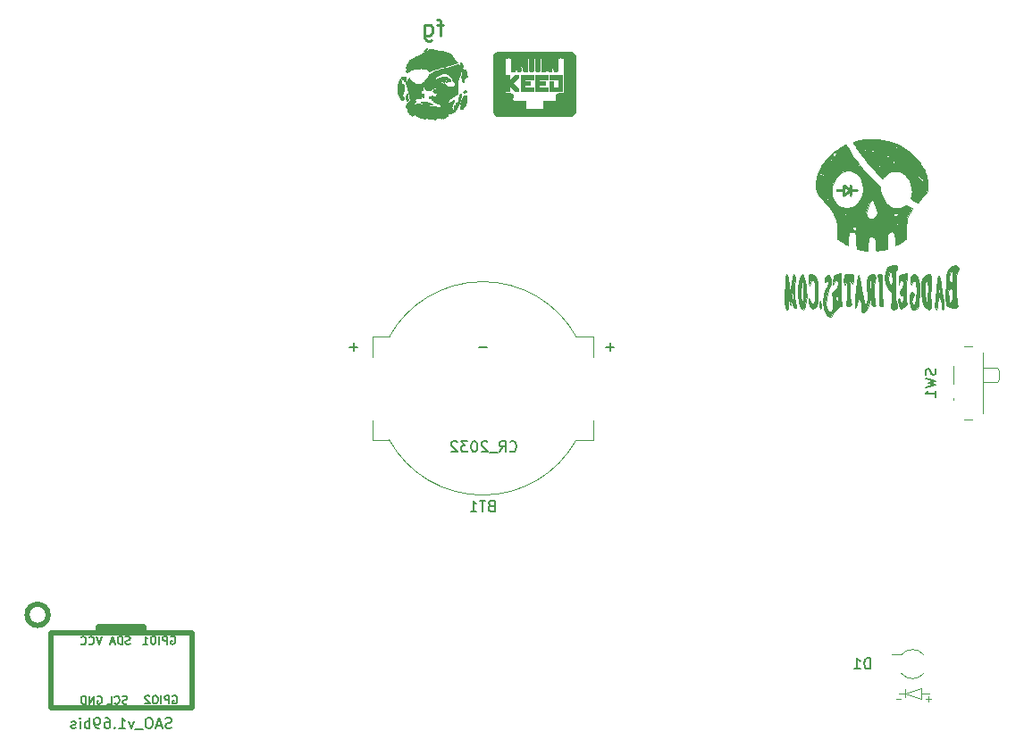
<source format=gbr>
G04 #@! TF.GenerationSoftware,KiCad,Pcbnew,(5.1.10)-1*
G04 #@! TF.CreationDate,2021-09-04T12:13:34-05:00*
G04 #@! TF.ProjectId,OzSec 2021 - Over the Rainbow v2_00(Svg2Shenzen),4f7a5365-6320-4323-9032-31202d204f76,rev?*
G04 #@! TF.SameCoordinates,Original*
G04 #@! TF.FileFunction,Legend,Bot*
G04 #@! TF.FilePolarity,Positive*
%FSLAX46Y46*%
G04 Gerber Fmt 4.6, Leading zero omitted, Abs format (unit mm)*
G04 Created by KiCad (PCBNEW (5.1.10)-1) date 2021-09-04 12:13:34*
%MOMM*%
%LPD*%
G01*
G04 APERTURE LIST*
%ADD10C,0.500000*%
%ADD11C,0.120000*%
%ADD12C,0.010000*%
%ADD13C,0.150000*%
%ADD14C,0.250000*%
G04 APERTURE END LIST*
D10*
G04 #@! TO.C,X1*
X95542300Y-104532240D02*
G75*
G03*
X95542300Y-104532240I-1000000J0D01*
G01*
X104575300Y-106116440D02*
X104575300Y-105608440D01*
X100257300Y-105989440D02*
X104575300Y-105989440D01*
X100257300Y-105608440D02*
X100257300Y-106116440D01*
X104575300Y-105608440D02*
X100257300Y-105608440D01*
X109147300Y-113355440D02*
X109147300Y-106243440D01*
X95812300Y-113355440D02*
X109147300Y-113355440D01*
X95812300Y-106243440D02*
X95812300Y-113355440D01*
X109020300Y-106243440D02*
X95812300Y-106243440D01*
D11*
G04 #@! TO.C,BT1*
X126255660Y-87932840D02*
X127862750Y-87932840D01*
X126255660Y-86047840D02*
X126255660Y-87932840D01*
X147195660Y-86047840D02*
X147195660Y-87932840D01*
X126255660Y-80047840D02*
X126255660Y-78162840D01*
X147195660Y-80047840D02*
X147195660Y-78162840D01*
X147195660Y-87932840D02*
X145588570Y-87932840D01*
X126255660Y-78162840D02*
X127862750Y-78162840D01*
X147195660Y-78162840D02*
X145588570Y-78162840D01*
X145590681Y-78166672D02*
G75*
G03*
X127862750Y-78162840I-8865021J-4881168D01*
G01*
X127862750Y-87932840D02*
G75*
G03*
X145588570Y-87932840I8862910J4885000D01*
G01*
G04 #@! TO.C,D1*
X178288200Y-111994000D02*
X178999400Y-111994000D01*
X176764200Y-111968600D02*
X176154600Y-111968600D01*
X176764200Y-112375000D02*
X176764200Y-111587600D01*
X178948600Y-112756000D02*
X178948600Y-112248000D01*
X178694600Y-112502000D02*
X179177200Y-112502000D01*
X175926000Y-112476600D02*
X176357800Y-112476600D01*
X176764200Y-111968600D02*
X178262800Y-111460600D01*
X178262800Y-112527400D02*
X176789600Y-111994000D01*
X178262800Y-111460600D02*
X178262800Y-112527400D01*
X175450000Y-108300000D02*
X176400000Y-108300000D01*
X178518658Y-108322235D02*
G75*
G03*
X176400000Y-108300000I-1068658J-877765D01*
G01*
X176381342Y-110077765D02*
G75*
G03*
X178500000Y-110100000I1068658J877765D01*
G01*
D12*
G04 #@! TO.C,G\u002A\u002A\u002A*
G36*
X144241520Y-54846220D02*
G01*
X143056187Y-54846220D01*
X143056187Y-53936054D01*
X143416020Y-53936054D01*
X143416020Y-54486387D01*
X143902854Y-54486387D01*
X143902854Y-53724387D01*
X143056187Y-53724387D01*
X143056187Y-53364554D01*
X144241520Y-53364554D01*
X144241520Y-54846220D01*
G37*
X144241520Y-54846220D02*
X143056187Y-54846220D01*
X143056187Y-53936054D01*
X143416020Y-53936054D01*
X143416020Y-54486387D01*
X143902854Y-54486387D01*
X143902854Y-53724387D01*
X143056187Y-53724387D01*
X143056187Y-53364554D01*
X144241520Y-53364554D01*
X144241520Y-54846220D01*
G36*
X142876270Y-53713804D02*
G01*
X142458229Y-53719543D01*
X142040187Y-53725282D01*
X142040187Y-53936054D01*
X142590520Y-53936054D01*
X142590520Y-54274720D01*
X142040187Y-54274720D01*
X142040187Y-54485492D01*
X142458229Y-54491231D01*
X142876270Y-54496970D01*
X142876270Y-54835637D01*
X141680354Y-54846879D01*
X141680354Y-53364554D01*
X142888566Y-53364554D01*
X142876270Y-53713804D01*
G37*
X142876270Y-53713804D02*
X142458229Y-53719543D01*
X142040187Y-53725282D01*
X142040187Y-53936054D01*
X142590520Y-53936054D01*
X142590520Y-54274720D01*
X142040187Y-54274720D01*
X142040187Y-54485492D01*
X142458229Y-54491231D01*
X142876270Y-54496970D01*
X142876270Y-54835637D01*
X141680354Y-54846879D01*
X141680354Y-53364554D01*
X142888566Y-53364554D01*
X142876270Y-53713804D01*
G36*
X141489854Y-53724387D02*
G01*
X140664354Y-53724387D01*
X140664354Y-53936054D01*
X141214687Y-53936054D01*
X141214687Y-54274720D01*
X140664354Y-54274720D01*
X140664354Y-54486387D01*
X141489854Y-54486387D01*
X141489854Y-54846220D01*
X140304520Y-54846220D01*
X140304520Y-53364554D01*
X141489854Y-53364554D01*
X141489854Y-53724387D01*
G37*
X141489854Y-53724387D02*
X140664354Y-53724387D01*
X140664354Y-53936054D01*
X141214687Y-53936054D01*
X141214687Y-54274720D01*
X140664354Y-54274720D01*
X140664354Y-54486387D01*
X141489854Y-54486387D01*
X141489854Y-54846220D01*
X140304520Y-54846220D01*
X140304520Y-53364554D01*
X141489854Y-53364554D01*
X141489854Y-53724387D01*
G36*
X139267354Y-53861308D02*
G01*
X139765406Y-53364554D01*
X140114020Y-53364554D01*
X140114020Y-53586192D01*
X139855046Y-53845790D01*
X139596072Y-54105387D01*
X140114020Y-54624581D01*
X140114020Y-54846220D01*
X139786548Y-54846220D01*
X139267354Y-54328272D01*
X139267354Y-54846220D01*
X138928687Y-54846220D01*
X138928687Y-53364554D01*
X139267354Y-53364554D01*
X139267354Y-53861308D01*
G37*
X139267354Y-53861308D02*
X139765406Y-53364554D01*
X140114020Y-53364554D01*
X140114020Y-53586192D01*
X139855046Y-53845790D01*
X139596072Y-54105387D01*
X140114020Y-54624581D01*
X140114020Y-54846220D01*
X139786548Y-54846220D01*
X139267354Y-54328272D01*
X139267354Y-54846220D01*
X138928687Y-54846220D01*
X138928687Y-53364554D01*
X139267354Y-53364554D01*
X139267354Y-53861308D01*
G36*
X140621601Y-51124441D02*
G01*
X141093995Y-51124844D01*
X141608377Y-51125570D01*
X141643826Y-51125630D01*
X145101783Y-51131470D01*
X145227276Y-51195446D01*
X145350388Y-51280681D01*
X145442293Y-51393978D01*
X145501211Y-51532962D01*
X145511015Y-51573537D01*
X145514904Y-51607524D01*
X145518326Y-51670540D01*
X145521288Y-51763771D01*
X145523799Y-51888407D01*
X145525867Y-52045635D01*
X145527498Y-52236642D01*
X145528700Y-52462617D01*
X145529482Y-52724747D01*
X145529851Y-53024220D01*
X145529815Y-53362224D01*
X145529381Y-53739948D01*
X145528557Y-54158577D01*
X145528347Y-54247133D01*
X145522104Y-56807167D01*
X145458000Y-56932652D01*
X145375125Y-57050180D01*
X145261305Y-57138851D01*
X145116504Y-57198691D01*
X145053712Y-57213803D01*
X145019124Y-57216507D01*
X144944995Y-57219042D01*
X144834119Y-57221406D01*
X144689287Y-57223599D01*
X144513293Y-57225619D01*
X144308928Y-57227464D01*
X144078986Y-57229135D01*
X143826259Y-57230631D01*
X143553540Y-57231949D01*
X143263621Y-57233089D01*
X142959294Y-57234050D01*
X142643353Y-57234831D01*
X142318590Y-57235431D01*
X141987798Y-57235849D01*
X141653768Y-57236084D01*
X141319295Y-57236135D01*
X140987169Y-57236000D01*
X140660185Y-57235679D01*
X140341133Y-57235171D01*
X140032808Y-57234474D01*
X139738001Y-57233588D01*
X139459506Y-57232511D01*
X139200114Y-57231243D01*
X138962619Y-57229782D01*
X138749812Y-57228128D01*
X138564487Y-57226279D01*
X138409436Y-57224235D01*
X138287452Y-57221993D01*
X138201327Y-57219554D01*
X138153853Y-57216916D01*
X138149333Y-57216378D01*
X138012069Y-57179727D01*
X137900215Y-57111650D01*
X137809236Y-57008801D01*
X137764520Y-56932436D01*
X137690437Y-56787206D01*
X137690437Y-53384371D01*
X138801687Y-53384371D01*
X138801720Y-53679146D01*
X138801870Y-53934521D01*
X138802208Y-54153431D01*
X138802810Y-54338811D01*
X138803748Y-54493595D01*
X138805097Y-54620716D01*
X138806929Y-54723109D01*
X138809318Y-54803709D01*
X138812338Y-54865449D01*
X138816063Y-54911264D01*
X138820565Y-54944087D01*
X138825919Y-54966854D01*
X138832198Y-54982499D01*
X138839475Y-54993954D01*
X138842123Y-54997334D01*
X138859727Y-55016607D01*
X138881045Y-55030381D01*
X138913218Y-55039794D01*
X138963389Y-55045982D01*
X139038697Y-55050086D01*
X139146286Y-55053242D01*
X139200947Y-55054516D01*
X139519336Y-55061729D01*
X139533741Y-55157790D01*
X139539292Y-55225951D01*
X139540768Y-55318114D01*
X139537950Y-55416122D01*
X139537068Y-55431429D01*
X139533929Y-55567984D01*
X139542846Y-55674827D01*
X139563227Y-55747964D01*
X139588614Y-55780326D01*
X139616674Y-55785154D01*
X139681082Y-55789509D01*
X139775855Y-55793199D01*
X139895008Y-55796036D01*
X140032560Y-55797831D01*
X140159914Y-55798396D01*
X140308442Y-55798890D01*
X140443689Y-55800112D01*
X140559667Y-55801946D01*
X140650390Y-55804275D01*
X140709870Y-55806983D01*
X140731414Y-55809503D01*
X140743404Y-55823682D01*
X140750932Y-55859129D01*
X140754447Y-55921705D01*
X140754399Y-56017267D01*
X140752920Y-56089961D01*
X140752080Y-56244389D01*
X140758318Y-56359253D01*
X140771766Y-56436751D01*
X140774087Y-56444304D01*
X140793420Y-56494917D01*
X140817342Y-56521519D01*
X140859815Y-56534088D01*
X140907770Y-56539850D01*
X140949913Y-56541980D01*
X141027728Y-56543819D01*
X141134554Y-56545356D01*
X141263731Y-56546578D01*
X141408598Y-56547475D01*
X141562495Y-56548034D01*
X141718762Y-56548243D01*
X141870738Y-56548090D01*
X142011762Y-56547564D01*
X142135173Y-56546652D01*
X142234313Y-56545342D01*
X142302519Y-56543624D01*
X142325937Y-56542382D01*
X142363319Y-56537377D01*
X142390837Y-56525483D01*
X142410257Y-56500808D01*
X142423345Y-56457462D01*
X142431867Y-56389553D01*
X142437590Y-56291191D01*
X142442280Y-56156484D01*
X142442354Y-56154084D01*
X142452937Y-55809304D01*
X143038585Y-55798720D01*
X143192028Y-55795433D01*
X143331528Y-55791462D01*
X143451514Y-55787045D01*
X143546412Y-55782418D01*
X143610652Y-55777820D01*
X143638660Y-55773488D01*
X143639232Y-55773101D01*
X143657589Y-55733095D01*
X143670832Y-55661051D01*
X143677931Y-55567066D01*
X143677856Y-55461239D01*
X143675543Y-55417220D01*
X143671893Y-55322341D01*
X143673017Y-55229537D01*
X143678667Y-55158683D01*
X143678783Y-55157901D01*
X143693205Y-55061729D01*
X144011593Y-55054516D01*
X144134362Y-55051420D01*
X144221945Y-55047839D01*
X144281482Y-55042636D01*
X144320117Y-55034673D01*
X144344991Y-55022811D01*
X144363244Y-55005913D01*
X144370418Y-54997334D01*
X144378004Y-54986683D01*
X144384576Y-54972846D01*
X144390204Y-54952907D01*
X144394961Y-54923947D01*
X144398917Y-54883049D01*
X144402143Y-54827295D01*
X144404711Y-54753768D01*
X144406692Y-54659550D01*
X144408157Y-54541723D01*
X144409176Y-54397370D01*
X144409823Y-54223573D01*
X144410166Y-54017415D01*
X144410279Y-53775977D01*
X144410231Y-53496343D01*
X144410180Y-53367500D01*
X144410062Y-53067502D01*
X144409866Y-52806960D01*
X144409425Y-52583000D01*
X144408568Y-52392744D01*
X144407126Y-52233317D01*
X144404929Y-52101842D01*
X144401808Y-51995444D01*
X144397594Y-51911246D01*
X144392117Y-51846371D01*
X144385208Y-51797945D01*
X144376698Y-51763091D01*
X144366416Y-51738932D01*
X144354193Y-51722592D01*
X144339861Y-51711196D01*
X144323249Y-51701866D01*
X144311703Y-51695844D01*
X144264656Y-51683001D01*
X144188905Y-51674772D01*
X144097863Y-51671519D01*
X144004946Y-51673599D01*
X143923566Y-51681372D01*
X143903203Y-51684909D01*
X143834762Y-51698597D01*
X143839829Y-52229950D01*
X143841574Y-52411470D01*
X143842722Y-52555453D01*
X143842914Y-52666698D01*
X143841790Y-52750000D01*
X143838994Y-52810156D01*
X143834165Y-52851962D01*
X143826947Y-52880216D01*
X143816980Y-52899715D01*
X143803907Y-52915254D01*
X143787399Y-52931599D01*
X143738507Y-52967518D01*
X143676720Y-52982156D01*
X143637841Y-52983554D01*
X143566860Y-52980587D01*
X143510943Y-52968785D01*
X143468528Y-52943797D01*
X143438057Y-52901270D01*
X143417969Y-52836851D01*
X143406705Y-52746189D01*
X143402706Y-52624932D01*
X143404410Y-52468727D01*
X143407973Y-52342162D01*
X143411607Y-52201500D01*
X143413446Y-52068909D01*
X143413501Y-51952496D01*
X143411782Y-51860371D01*
X143408298Y-51800641D01*
X143407291Y-51792621D01*
X143396030Y-51732046D01*
X143380505Y-51702544D01*
X143352203Y-51693068D01*
X143330057Y-51692387D01*
X143267854Y-51692387D01*
X143267854Y-52264938D01*
X143267514Y-52458121D01*
X143265631Y-52613164D01*
X143260903Y-52734259D01*
X143252030Y-52825599D01*
X143237713Y-52891376D01*
X143216653Y-52935782D01*
X143187549Y-52963010D01*
X143149101Y-52977253D01*
X143100009Y-52982702D01*
X143045053Y-52983554D01*
X142961346Y-52972309D01*
X142895342Y-52934216D01*
X142893325Y-52932498D01*
X142833937Y-52881442D01*
X142827702Y-52286915D01*
X142821467Y-51692387D01*
X142698240Y-51692387D01*
X142692005Y-52283383D01*
X142685770Y-52874380D01*
X142634456Y-52928967D01*
X142593541Y-52963447D01*
X142545070Y-52979425D01*
X142475706Y-52982880D01*
X142415414Y-52981109D01*
X142367043Y-52973828D01*
X142329281Y-52956835D01*
X142300817Y-52925926D01*
X142280340Y-52876897D01*
X142266539Y-52805545D01*
X142258101Y-52707667D01*
X142253717Y-52579059D01*
X142252075Y-52415518D01*
X142251854Y-52265278D01*
X142251854Y-51692387D01*
X142096986Y-51692387D01*
X142109929Y-52245771D01*
X142113881Y-52441985D01*
X142114754Y-52600019D01*
X142111276Y-52723985D01*
X142102175Y-52817999D01*
X142086180Y-52886173D01*
X142062020Y-52932623D01*
X142028421Y-52961462D01*
X141984113Y-52976804D01*
X141927824Y-52982762D01*
X141881866Y-52983554D01*
X141807482Y-52976648D01*
X141754885Y-52951551D01*
X141732308Y-52931599D01*
X141715837Y-52915158D01*
X141702789Y-52899264D01*
X141692814Y-52879167D01*
X141685567Y-52850117D01*
X141680698Y-52807364D01*
X141677859Y-52746159D01*
X141676704Y-52661750D01*
X141676883Y-52549389D01*
X141678048Y-52404325D01*
X141679853Y-52221808D01*
X141679908Y-52216262D01*
X141685085Y-51692387D01*
X141527503Y-51692387D01*
X141532616Y-52226845D01*
X141534373Y-52408851D01*
X141535534Y-52553307D01*
X141535743Y-52664996D01*
X141534645Y-52748702D01*
X141531885Y-52809207D01*
X141527108Y-52851294D01*
X141519956Y-52879746D01*
X141510076Y-52899347D01*
X141497112Y-52914879D01*
X141480707Y-52931125D01*
X141480232Y-52931599D01*
X141431340Y-52967518D01*
X141369554Y-52982156D01*
X141330674Y-52983554D01*
X141265240Y-52981593D01*
X141212699Y-52972972D01*
X141171781Y-52953582D01*
X141141215Y-52919312D01*
X141119731Y-52866054D01*
X141106057Y-52789699D01*
X141098924Y-52686137D01*
X141097060Y-52551258D01*
X141099195Y-52380954D01*
X141102235Y-52244788D01*
X141115623Y-51692387D01*
X140960687Y-51692387D01*
X140960687Y-52265278D01*
X140960350Y-52446028D01*
X140958942Y-52589403D01*
X140955870Y-52700361D01*
X140950539Y-52783858D01*
X140942356Y-52844849D01*
X140930726Y-52888293D01*
X140915056Y-52919144D01*
X140894751Y-52942361D01*
X140877854Y-52956422D01*
X140837120Y-52972168D01*
X140773746Y-52981682D01*
X140744909Y-52982880D01*
X140665188Y-52975461D01*
X140605428Y-52947669D01*
X140586159Y-52932498D01*
X140526770Y-52881442D01*
X140520535Y-52286915D01*
X140514301Y-51692387D01*
X140391073Y-51692387D01*
X140384838Y-52286915D01*
X140378604Y-52881442D01*
X140319215Y-52932498D01*
X140253454Y-52971549D01*
X140170606Y-52983543D01*
X140167488Y-52983554D01*
X140107593Y-52982460D01*
X140059523Y-52976384D01*
X140021978Y-52961134D01*
X139993659Y-52932517D01*
X139973266Y-52886341D01*
X139959498Y-52818412D01*
X139951056Y-52724540D01*
X139946640Y-52600531D01*
X139944951Y-52442193D01*
X139944687Y-52264938D01*
X139944687Y-51692387D01*
X139882484Y-51692387D01*
X139844408Y-51695881D01*
X139823419Y-51713718D01*
X139811034Y-51756930D01*
X139805208Y-51792902D01*
X139801307Y-51844443D01*
X139799138Y-51930177D01*
X139798715Y-52041999D01*
X139800055Y-52171803D01*
X139803173Y-52311484D01*
X139804120Y-52343413D01*
X139808640Y-52525276D01*
X139808584Y-52669274D01*
X139802391Y-52779768D01*
X139788496Y-52861119D01*
X139765338Y-52917687D01*
X139731354Y-52953834D01*
X139684979Y-52973921D01*
X139624653Y-52982308D01*
X139574700Y-52983554D01*
X139500315Y-52976648D01*
X139447718Y-52951551D01*
X139425141Y-52931599D01*
X139408257Y-52914711D01*
X139394924Y-52898397D01*
X139384780Y-52877838D01*
X139377465Y-52848213D01*
X139372616Y-52804703D01*
X139369871Y-52742490D01*
X139368869Y-52656754D01*
X139369248Y-52542676D01*
X139370647Y-52395435D01*
X139372484Y-52230009D01*
X139378370Y-51698715D01*
X139309632Y-51684968D01*
X139227598Y-51674839D01*
X139129367Y-51671648D01*
X139031064Y-51675050D01*
X138948813Y-51684699D01*
X138913596Y-51693440D01*
X138860163Y-51725818D01*
X138825771Y-51768520D01*
X138820766Y-51793696D01*
X138816404Y-51846903D01*
X138812659Y-51929778D01*
X138809509Y-52043958D01*
X138806927Y-52191081D01*
X138804890Y-52372784D01*
X138803374Y-52590705D01*
X138802353Y-52846481D01*
X138801804Y-53141750D01*
X138801687Y-53384371D01*
X137690437Y-53384371D01*
X137690437Y-51551788D01*
X137754413Y-51426296D01*
X137839076Y-51304806D01*
X137952533Y-51209358D01*
X138086114Y-51147006D01*
X138104156Y-51141792D01*
X138135987Y-51138538D01*
X138206255Y-51135623D01*
X138315283Y-51133047D01*
X138463394Y-51130807D01*
X138650910Y-51128903D01*
X138878154Y-51127333D01*
X139145450Y-51126096D01*
X139453120Y-51125189D01*
X139801487Y-51124612D01*
X140190873Y-51124363D01*
X140621601Y-51124441D01*
G37*
X140621601Y-51124441D02*
X141093995Y-51124844D01*
X141608377Y-51125570D01*
X141643826Y-51125630D01*
X145101783Y-51131470D01*
X145227276Y-51195446D01*
X145350388Y-51280681D01*
X145442293Y-51393978D01*
X145501211Y-51532962D01*
X145511015Y-51573537D01*
X145514904Y-51607524D01*
X145518326Y-51670540D01*
X145521288Y-51763771D01*
X145523799Y-51888407D01*
X145525867Y-52045635D01*
X145527498Y-52236642D01*
X145528700Y-52462617D01*
X145529482Y-52724747D01*
X145529851Y-53024220D01*
X145529815Y-53362224D01*
X145529381Y-53739948D01*
X145528557Y-54158577D01*
X145528347Y-54247133D01*
X145522104Y-56807167D01*
X145458000Y-56932652D01*
X145375125Y-57050180D01*
X145261305Y-57138851D01*
X145116504Y-57198691D01*
X145053712Y-57213803D01*
X145019124Y-57216507D01*
X144944995Y-57219042D01*
X144834119Y-57221406D01*
X144689287Y-57223599D01*
X144513293Y-57225619D01*
X144308928Y-57227464D01*
X144078986Y-57229135D01*
X143826259Y-57230631D01*
X143553540Y-57231949D01*
X143263621Y-57233089D01*
X142959294Y-57234050D01*
X142643353Y-57234831D01*
X142318590Y-57235431D01*
X141987798Y-57235849D01*
X141653768Y-57236084D01*
X141319295Y-57236135D01*
X140987169Y-57236000D01*
X140660185Y-57235679D01*
X140341133Y-57235171D01*
X140032808Y-57234474D01*
X139738001Y-57233588D01*
X139459506Y-57232511D01*
X139200114Y-57231243D01*
X138962619Y-57229782D01*
X138749812Y-57228128D01*
X138564487Y-57226279D01*
X138409436Y-57224235D01*
X138287452Y-57221993D01*
X138201327Y-57219554D01*
X138153853Y-57216916D01*
X138149333Y-57216378D01*
X138012069Y-57179727D01*
X137900215Y-57111650D01*
X137809236Y-57008801D01*
X137764520Y-56932436D01*
X137690437Y-56787206D01*
X137690437Y-53384371D01*
X138801687Y-53384371D01*
X138801720Y-53679146D01*
X138801870Y-53934521D01*
X138802208Y-54153431D01*
X138802810Y-54338811D01*
X138803748Y-54493595D01*
X138805097Y-54620716D01*
X138806929Y-54723109D01*
X138809318Y-54803709D01*
X138812338Y-54865449D01*
X138816063Y-54911264D01*
X138820565Y-54944087D01*
X138825919Y-54966854D01*
X138832198Y-54982499D01*
X138839475Y-54993954D01*
X138842123Y-54997334D01*
X138859727Y-55016607D01*
X138881045Y-55030381D01*
X138913218Y-55039794D01*
X138963389Y-55045982D01*
X139038697Y-55050086D01*
X139146286Y-55053242D01*
X139200947Y-55054516D01*
X139519336Y-55061729D01*
X139533741Y-55157790D01*
X139539292Y-55225951D01*
X139540768Y-55318114D01*
X139537950Y-55416122D01*
X139537068Y-55431429D01*
X139533929Y-55567984D01*
X139542846Y-55674827D01*
X139563227Y-55747964D01*
X139588614Y-55780326D01*
X139616674Y-55785154D01*
X139681082Y-55789509D01*
X139775855Y-55793199D01*
X139895008Y-55796036D01*
X140032560Y-55797831D01*
X140159914Y-55798396D01*
X140308442Y-55798890D01*
X140443689Y-55800112D01*
X140559667Y-55801946D01*
X140650390Y-55804275D01*
X140709870Y-55806983D01*
X140731414Y-55809503D01*
X140743404Y-55823682D01*
X140750932Y-55859129D01*
X140754447Y-55921705D01*
X140754399Y-56017267D01*
X140752920Y-56089961D01*
X140752080Y-56244389D01*
X140758318Y-56359253D01*
X140771766Y-56436751D01*
X140774087Y-56444304D01*
X140793420Y-56494917D01*
X140817342Y-56521519D01*
X140859815Y-56534088D01*
X140907770Y-56539850D01*
X140949913Y-56541980D01*
X141027728Y-56543819D01*
X141134554Y-56545356D01*
X141263731Y-56546578D01*
X141408598Y-56547475D01*
X141562495Y-56548034D01*
X141718762Y-56548243D01*
X141870738Y-56548090D01*
X142011762Y-56547564D01*
X142135173Y-56546652D01*
X142234313Y-56545342D01*
X142302519Y-56543624D01*
X142325937Y-56542382D01*
X142363319Y-56537377D01*
X142390837Y-56525483D01*
X142410257Y-56500808D01*
X142423345Y-56457462D01*
X142431867Y-56389553D01*
X142437590Y-56291191D01*
X142442280Y-56156484D01*
X142442354Y-56154084D01*
X142452937Y-55809304D01*
X143038585Y-55798720D01*
X143192028Y-55795433D01*
X143331528Y-55791462D01*
X143451514Y-55787045D01*
X143546412Y-55782418D01*
X143610652Y-55777820D01*
X143638660Y-55773488D01*
X143639232Y-55773101D01*
X143657589Y-55733095D01*
X143670832Y-55661051D01*
X143677931Y-55567066D01*
X143677856Y-55461239D01*
X143675543Y-55417220D01*
X143671893Y-55322341D01*
X143673017Y-55229537D01*
X143678667Y-55158683D01*
X143678783Y-55157901D01*
X143693205Y-55061729D01*
X144011593Y-55054516D01*
X144134362Y-55051420D01*
X144221945Y-55047839D01*
X144281482Y-55042636D01*
X144320117Y-55034673D01*
X144344991Y-55022811D01*
X144363244Y-55005913D01*
X144370418Y-54997334D01*
X144378004Y-54986683D01*
X144384576Y-54972846D01*
X144390204Y-54952907D01*
X144394961Y-54923947D01*
X144398917Y-54883049D01*
X144402143Y-54827295D01*
X144404711Y-54753768D01*
X144406692Y-54659550D01*
X144408157Y-54541723D01*
X144409176Y-54397370D01*
X144409823Y-54223573D01*
X144410166Y-54017415D01*
X144410279Y-53775977D01*
X144410231Y-53496343D01*
X144410180Y-53367500D01*
X144410062Y-53067502D01*
X144409866Y-52806960D01*
X144409425Y-52583000D01*
X144408568Y-52392744D01*
X144407126Y-52233317D01*
X144404929Y-52101842D01*
X144401808Y-51995444D01*
X144397594Y-51911246D01*
X144392117Y-51846371D01*
X144385208Y-51797945D01*
X144376698Y-51763091D01*
X144366416Y-51738932D01*
X144354193Y-51722592D01*
X144339861Y-51711196D01*
X144323249Y-51701866D01*
X144311703Y-51695844D01*
X144264656Y-51683001D01*
X144188905Y-51674772D01*
X144097863Y-51671519D01*
X144004946Y-51673599D01*
X143923566Y-51681372D01*
X143903203Y-51684909D01*
X143834762Y-51698597D01*
X143839829Y-52229950D01*
X143841574Y-52411470D01*
X143842722Y-52555453D01*
X143842914Y-52666698D01*
X143841790Y-52750000D01*
X143838994Y-52810156D01*
X143834165Y-52851962D01*
X143826947Y-52880216D01*
X143816980Y-52899715D01*
X143803907Y-52915254D01*
X143787399Y-52931599D01*
X143738507Y-52967518D01*
X143676720Y-52982156D01*
X143637841Y-52983554D01*
X143566860Y-52980587D01*
X143510943Y-52968785D01*
X143468528Y-52943797D01*
X143438057Y-52901270D01*
X143417969Y-52836851D01*
X143406705Y-52746189D01*
X143402706Y-52624932D01*
X143404410Y-52468727D01*
X143407973Y-52342162D01*
X143411607Y-52201500D01*
X143413446Y-52068909D01*
X143413501Y-51952496D01*
X143411782Y-51860371D01*
X143408298Y-51800641D01*
X143407291Y-51792621D01*
X143396030Y-51732046D01*
X143380505Y-51702544D01*
X143352203Y-51693068D01*
X143330057Y-51692387D01*
X143267854Y-51692387D01*
X143267854Y-52264938D01*
X143267514Y-52458121D01*
X143265631Y-52613164D01*
X143260903Y-52734259D01*
X143252030Y-52825599D01*
X143237713Y-52891376D01*
X143216653Y-52935782D01*
X143187549Y-52963010D01*
X143149101Y-52977253D01*
X143100009Y-52982702D01*
X143045053Y-52983554D01*
X142961346Y-52972309D01*
X142895342Y-52934216D01*
X142893325Y-52932498D01*
X142833937Y-52881442D01*
X142827702Y-52286915D01*
X142821467Y-51692387D01*
X142698240Y-51692387D01*
X142692005Y-52283383D01*
X142685770Y-52874380D01*
X142634456Y-52928967D01*
X142593541Y-52963447D01*
X142545070Y-52979425D01*
X142475706Y-52982880D01*
X142415414Y-52981109D01*
X142367043Y-52973828D01*
X142329281Y-52956835D01*
X142300817Y-52925926D01*
X142280340Y-52876897D01*
X142266539Y-52805545D01*
X142258101Y-52707667D01*
X142253717Y-52579059D01*
X142252075Y-52415518D01*
X142251854Y-52265278D01*
X142251854Y-51692387D01*
X142096986Y-51692387D01*
X142109929Y-52245771D01*
X142113881Y-52441985D01*
X142114754Y-52600019D01*
X142111276Y-52723985D01*
X142102175Y-52817999D01*
X142086180Y-52886173D01*
X142062020Y-52932623D01*
X142028421Y-52961462D01*
X141984113Y-52976804D01*
X141927824Y-52982762D01*
X141881866Y-52983554D01*
X141807482Y-52976648D01*
X141754885Y-52951551D01*
X141732308Y-52931599D01*
X141715837Y-52915158D01*
X141702789Y-52899264D01*
X141692814Y-52879167D01*
X141685567Y-52850117D01*
X141680698Y-52807364D01*
X141677859Y-52746159D01*
X141676704Y-52661750D01*
X141676883Y-52549389D01*
X141678048Y-52404325D01*
X141679853Y-52221808D01*
X141679908Y-52216262D01*
X141685085Y-51692387D01*
X141527503Y-51692387D01*
X141532616Y-52226845D01*
X141534373Y-52408851D01*
X141535534Y-52553307D01*
X141535743Y-52664996D01*
X141534645Y-52748702D01*
X141531885Y-52809207D01*
X141527108Y-52851294D01*
X141519956Y-52879746D01*
X141510076Y-52899347D01*
X141497112Y-52914879D01*
X141480707Y-52931125D01*
X141480232Y-52931599D01*
X141431340Y-52967518D01*
X141369554Y-52982156D01*
X141330674Y-52983554D01*
X141265240Y-52981593D01*
X141212699Y-52972972D01*
X141171781Y-52953582D01*
X141141215Y-52919312D01*
X141119731Y-52866054D01*
X141106057Y-52789699D01*
X141098924Y-52686137D01*
X141097060Y-52551258D01*
X141099195Y-52380954D01*
X141102235Y-52244788D01*
X141115623Y-51692387D01*
X140960687Y-51692387D01*
X140960687Y-52265278D01*
X140960350Y-52446028D01*
X140958942Y-52589403D01*
X140955870Y-52700361D01*
X140950539Y-52783858D01*
X140942356Y-52844849D01*
X140930726Y-52888293D01*
X140915056Y-52919144D01*
X140894751Y-52942361D01*
X140877854Y-52956422D01*
X140837120Y-52972168D01*
X140773746Y-52981682D01*
X140744909Y-52982880D01*
X140665188Y-52975461D01*
X140605428Y-52947669D01*
X140586159Y-52932498D01*
X140526770Y-52881442D01*
X140520535Y-52286915D01*
X140514301Y-51692387D01*
X140391073Y-51692387D01*
X140384838Y-52286915D01*
X140378604Y-52881442D01*
X140319215Y-52932498D01*
X140253454Y-52971549D01*
X140170606Y-52983543D01*
X140167488Y-52983554D01*
X140107593Y-52982460D01*
X140059523Y-52976384D01*
X140021978Y-52961134D01*
X139993659Y-52932517D01*
X139973266Y-52886341D01*
X139959498Y-52818412D01*
X139951056Y-52724540D01*
X139946640Y-52600531D01*
X139944951Y-52442193D01*
X139944687Y-52264938D01*
X139944687Y-51692387D01*
X139882484Y-51692387D01*
X139844408Y-51695881D01*
X139823419Y-51713718D01*
X139811034Y-51756930D01*
X139805208Y-51792902D01*
X139801307Y-51844443D01*
X139799138Y-51930177D01*
X139798715Y-52041999D01*
X139800055Y-52171803D01*
X139803173Y-52311484D01*
X139804120Y-52343413D01*
X139808640Y-52525276D01*
X139808584Y-52669274D01*
X139802391Y-52779768D01*
X139788496Y-52861119D01*
X139765338Y-52917687D01*
X139731354Y-52953834D01*
X139684979Y-52973921D01*
X139624653Y-52982308D01*
X139574700Y-52983554D01*
X139500315Y-52976648D01*
X139447718Y-52951551D01*
X139425141Y-52931599D01*
X139408257Y-52914711D01*
X139394924Y-52898397D01*
X139384780Y-52877838D01*
X139377465Y-52848213D01*
X139372616Y-52804703D01*
X139369871Y-52742490D01*
X139368869Y-52656754D01*
X139369248Y-52542676D01*
X139370647Y-52395435D01*
X139372484Y-52230009D01*
X139378370Y-51698715D01*
X139309632Y-51684968D01*
X139227598Y-51674839D01*
X139129367Y-51671648D01*
X139031064Y-51675050D01*
X138948813Y-51684699D01*
X138913596Y-51693440D01*
X138860163Y-51725818D01*
X138825771Y-51768520D01*
X138820766Y-51793696D01*
X138816404Y-51846903D01*
X138812659Y-51929778D01*
X138809509Y-52043958D01*
X138806927Y-52191081D01*
X138804890Y-52372784D01*
X138803374Y-52590705D01*
X138802353Y-52846481D01*
X138801804Y-53141750D01*
X138801687Y-53384371D01*
X137690437Y-53384371D01*
X137690437Y-51551788D01*
X137754413Y-51426296D01*
X137839076Y-51304806D01*
X137952533Y-51209358D01*
X138086114Y-51147006D01*
X138104156Y-51141792D01*
X138135987Y-51138538D01*
X138206255Y-51135623D01*
X138315283Y-51133047D01*
X138463394Y-51130807D01*
X138650910Y-51128903D01*
X138878154Y-51127333D01*
X139145450Y-51126096D01*
X139453120Y-51125189D01*
X139801487Y-51124612D01*
X140190873Y-51124363D01*
X140621601Y-51124441D01*
G36*
X133014303Y-53983167D02*
G01*
X133008370Y-54008020D01*
X133015351Y-54034182D01*
X133037002Y-54043835D01*
X133063792Y-54039222D01*
X133073286Y-54027960D01*
X133076113Y-53996519D01*
X133060898Y-53976013D01*
X133037002Y-53972204D01*
X133014303Y-53983167D01*
G37*
X133014303Y-53983167D02*
X133008370Y-54008020D01*
X133015351Y-54034182D01*
X133037002Y-54043835D01*
X133063792Y-54039222D01*
X133073286Y-54027960D01*
X133076113Y-53996519D01*
X133060898Y-53976013D01*
X133037002Y-53972204D01*
X133014303Y-53983167D01*
G36*
X131028406Y-55869537D02*
G01*
X130960425Y-55874039D01*
X130910076Y-55882712D01*
X130890645Y-55889805D01*
X130869794Y-55908084D01*
X130872557Y-55928495D01*
X130897285Y-55950539D01*
X130942328Y-55973715D01*
X131006038Y-55997521D01*
X131086765Y-56021459D01*
X131182860Y-56045027D01*
X131292674Y-56067724D01*
X131414557Y-56089051D01*
X131546861Y-56108506D01*
X131655820Y-56122014D01*
X131747101Y-56131927D01*
X131816228Y-56138101D01*
X131866162Y-56140586D01*
X131899864Y-56139432D01*
X131920296Y-56134690D01*
X131930264Y-56126666D01*
X131928339Y-56107588D01*
X131905766Y-56082608D01*
X131866063Y-56053633D01*
X131812753Y-56022571D01*
X131749354Y-55991327D01*
X131679388Y-55961811D01*
X131606374Y-55935928D01*
X131546314Y-55918656D01*
X131470134Y-55902429D01*
X131383703Y-55889145D01*
X131291667Y-55879009D01*
X131198674Y-55872226D01*
X131109371Y-55869001D01*
X131028406Y-55869537D01*
G37*
X131028406Y-55869537D02*
X130960425Y-55874039D01*
X130910076Y-55882712D01*
X130890645Y-55889805D01*
X130869794Y-55908084D01*
X130872557Y-55928495D01*
X130897285Y-55950539D01*
X130942328Y-55973715D01*
X131006038Y-55997521D01*
X131086765Y-56021459D01*
X131182860Y-56045027D01*
X131292674Y-56067724D01*
X131414557Y-56089051D01*
X131546861Y-56108506D01*
X131655820Y-56122014D01*
X131747101Y-56131927D01*
X131816228Y-56138101D01*
X131866162Y-56140586D01*
X131899864Y-56139432D01*
X131920296Y-56134690D01*
X131930264Y-56126666D01*
X131928339Y-56107588D01*
X131905766Y-56082608D01*
X131866063Y-56053633D01*
X131812753Y-56022571D01*
X131749354Y-55991327D01*
X131679388Y-55961811D01*
X131606374Y-55935928D01*
X131546314Y-55918656D01*
X131470134Y-55902429D01*
X131383703Y-55889145D01*
X131291667Y-55879009D01*
X131198674Y-55872226D01*
X131109371Y-55869001D01*
X131028406Y-55869537D01*
G36*
X131348152Y-50804656D02*
G01*
X131308425Y-50830598D01*
X131265201Y-50867840D01*
X131223104Y-50911478D01*
X131186759Y-50956609D01*
X131160792Y-50998327D01*
X131149827Y-51031730D01*
X131150016Y-51038532D01*
X131160745Y-51063299D01*
X131184491Y-51069244D01*
X131223218Y-51056583D01*
X131239585Y-51048378D01*
X131274532Y-51025854D01*
X131315779Y-50993418D01*
X131358597Y-50955593D01*
X131398253Y-50916902D01*
X131430018Y-50881867D01*
X131449161Y-50855012D01*
X131452620Y-50844710D01*
X131441305Y-50819576D01*
X131412851Y-50801137D01*
X131379757Y-50794920D01*
X131348152Y-50804656D01*
G37*
X131348152Y-50804656D02*
X131308425Y-50830598D01*
X131265201Y-50867840D01*
X131223104Y-50911478D01*
X131186759Y-50956609D01*
X131160792Y-50998327D01*
X131149827Y-51031730D01*
X131150016Y-51038532D01*
X131160745Y-51063299D01*
X131184491Y-51069244D01*
X131223218Y-51056583D01*
X131239585Y-51048378D01*
X131274532Y-51025854D01*
X131315779Y-50993418D01*
X131358597Y-50955593D01*
X131398253Y-50916902D01*
X131430018Y-50881867D01*
X131449161Y-50855012D01*
X131452620Y-50844710D01*
X131441305Y-50819576D01*
X131412851Y-50801137D01*
X131379757Y-50794920D01*
X131348152Y-50804656D01*
G36*
X131734111Y-50834991D02*
G01*
X131709620Y-50841446D01*
X131682479Y-50854186D01*
X131648498Y-50874950D01*
X131603482Y-50905476D01*
X131543240Y-50947501D01*
X131511891Y-50969346D01*
X131472202Y-50995072D01*
X131414795Y-51029765D01*
X131344475Y-51070648D01*
X131266046Y-51114947D01*
X131184312Y-51159884D01*
X131151863Y-51177366D01*
X131059486Y-51227073D01*
X130958405Y-51281889D01*
X130856211Y-51337669D01*
X130760497Y-51390270D01*
X130678853Y-51435544D01*
X130671570Y-51439613D01*
X130537271Y-51513821D01*
X130406468Y-51584424D01*
X130282579Y-51649654D01*
X130169023Y-51707746D01*
X130069219Y-51756932D01*
X129986584Y-51795447D01*
X129962302Y-51806100D01*
X129904889Y-51833591D01*
X129849169Y-51865078D01*
X129804502Y-51895119D01*
X129792861Y-51904594D01*
X129760468Y-51935186D01*
X129744591Y-51957636D01*
X129741247Y-51978801D01*
X129742938Y-51990584D01*
X129743793Y-52012883D01*
X129735213Y-52037388D01*
X129714367Y-52069911D01*
X129686675Y-52105953D01*
X129619238Y-52194042D01*
X129569043Y-52267757D01*
X129534487Y-52329756D01*
X129513968Y-52382696D01*
X129509896Y-52399143D01*
X129495211Y-52449538D01*
X129474363Y-52499309D01*
X129465412Y-52515770D01*
X129433726Y-52568595D01*
X129413553Y-52604140D01*
X129403110Y-52626761D01*
X129400610Y-52640819D01*
X129404269Y-52650672D01*
X129408112Y-52655700D01*
X129429264Y-52667604D01*
X129464170Y-52675818D01*
X129475585Y-52677013D01*
X129509143Y-52681134D01*
X129524051Y-52690049D01*
X129527058Y-52708444D01*
X129526884Y-52712620D01*
X129521176Y-52739028D01*
X129507556Y-52780571D01*
X129488693Y-52829292D01*
X129483772Y-52840962D01*
X129459659Y-52904610D01*
X129450468Y-52951860D01*
X129456589Y-52987143D01*
X129478407Y-53014891D01*
X129500336Y-53030466D01*
X129546423Y-53051223D01*
X129588635Y-53051019D01*
X129630170Y-53033929D01*
X129661314Y-53014881D01*
X129702043Y-52987125D01*
X129732494Y-52964913D01*
X129826670Y-52905390D01*
X129941935Y-52851547D01*
X130074465Y-52804105D01*
X130220436Y-52763786D01*
X130376027Y-52731311D01*
X130537413Y-52707401D01*
X130700772Y-52692779D01*
X130862280Y-52688165D01*
X131018114Y-52694282D01*
X131113679Y-52704238D01*
X131209337Y-52719708D01*
X131286326Y-52739448D01*
X131351329Y-52766208D01*
X131411032Y-52802732D01*
X131471670Y-52851378D01*
X131525970Y-52897206D01*
X131568714Y-52927474D01*
X131606035Y-52944850D01*
X131644064Y-52952003D01*
X131688932Y-52951603D01*
X131700047Y-52950789D01*
X131738599Y-52945263D01*
X131784091Y-52933627D01*
X131840640Y-52914511D01*
X131912363Y-52886546D01*
X131986608Y-52855533D01*
X132058430Y-52825401D01*
X132128462Y-52797140D01*
X132198828Y-52770101D01*
X132271654Y-52743636D01*
X132349065Y-52717097D01*
X132433187Y-52689836D01*
X132526146Y-52661206D01*
X132630065Y-52630557D01*
X132747072Y-52597241D01*
X132879292Y-52560612D01*
X133028849Y-52520020D01*
X133197870Y-52474818D01*
X133388480Y-52424357D01*
X133478270Y-52400707D01*
X133632966Y-52359421D01*
X133775274Y-52320266D01*
X133903628Y-52283727D01*
X134016458Y-52250291D01*
X134112196Y-52220446D01*
X134189273Y-52194678D01*
X134246121Y-52173474D01*
X134281171Y-52157321D01*
X134292639Y-52147961D01*
X134291009Y-52119774D01*
X134271463Y-52075581D01*
X134234803Y-52016540D01*
X134181834Y-51943813D01*
X134113360Y-51858558D01*
X134030186Y-51761935D01*
X134006800Y-51735705D01*
X133952494Y-51673826D01*
X133896222Y-51607383D01*
X133844025Y-51543647D01*
X133801944Y-51489894D01*
X133795699Y-51481555D01*
X133747817Y-51420704D01*
X133703587Y-51374279D01*
X133654739Y-51334280D01*
X133615578Y-51307266D01*
X133558506Y-51270109D01*
X133517135Y-51244822D01*
X133486069Y-51229129D01*
X133459913Y-51220754D01*
X133433270Y-51217422D01*
X133401229Y-51216857D01*
X133377403Y-51216193D01*
X133353868Y-51213300D01*
X133327144Y-51206936D01*
X133293751Y-51195859D01*
X133250208Y-51178827D01*
X133193033Y-51154598D01*
X133118747Y-51121930D01*
X133052820Y-51092535D01*
X133005950Y-51072281D01*
X132967184Y-51058190D01*
X132929324Y-51048741D01*
X132885170Y-51042413D01*
X132827526Y-51037687D01*
X132779246Y-51034743D01*
X132703252Y-51029322D01*
X132623509Y-51021885D01*
X132550190Y-51013471D01*
X132499846Y-51006214D01*
X132398274Y-50990169D01*
X132317788Y-50980183D01*
X132254707Y-50976676D01*
X132205350Y-50980069D01*
X132166037Y-50990782D01*
X132133086Y-51009236D01*
X132102818Y-51035851D01*
X132086590Y-51053426D01*
X132049524Y-51088990D01*
X132005919Y-51120975D01*
X131960245Y-51147419D01*
X131916977Y-51166362D01*
X131880585Y-51175843D01*
X131855542Y-51173901D01*
X131846320Y-51158775D01*
X131855169Y-51132804D01*
X131877606Y-51098312D01*
X131907468Y-51062747D01*
X131938593Y-51033559D01*
X131961830Y-51019175D01*
X131991495Y-50999734D01*
X131998720Y-50977644D01*
X132006486Y-50952457D01*
X132017770Y-50942727D01*
X132033526Y-50925483D01*
X132036820Y-50909944D01*
X132024602Y-50881399D01*
X131988125Y-50859561D01*
X131927654Y-50844526D01*
X131843456Y-50836391D01*
X131833620Y-50835956D01*
X131791919Y-50833984D01*
X131760147Y-50833083D01*
X131734111Y-50834991D01*
G37*
X131734111Y-50834991D02*
X131709620Y-50841446D01*
X131682479Y-50854186D01*
X131648498Y-50874950D01*
X131603482Y-50905476D01*
X131543240Y-50947501D01*
X131511891Y-50969346D01*
X131472202Y-50995072D01*
X131414795Y-51029765D01*
X131344475Y-51070648D01*
X131266046Y-51114947D01*
X131184312Y-51159884D01*
X131151863Y-51177366D01*
X131059486Y-51227073D01*
X130958405Y-51281889D01*
X130856211Y-51337669D01*
X130760497Y-51390270D01*
X130678853Y-51435544D01*
X130671570Y-51439613D01*
X130537271Y-51513821D01*
X130406468Y-51584424D01*
X130282579Y-51649654D01*
X130169023Y-51707746D01*
X130069219Y-51756932D01*
X129986584Y-51795447D01*
X129962302Y-51806100D01*
X129904889Y-51833591D01*
X129849169Y-51865078D01*
X129804502Y-51895119D01*
X129792861Y-51904594D01*
X129760468Y-51935186D01*
X129744591Y-51957636D01*
X129741247Y-51978801D01*
X129742938Y-51990584D01*
X129743793Y-52012883D01*
X129735213Y-52037388D01*
X129714367Y-52069911D01*
X129686675Y-52105953D01*
X129619238Y-52194042D01*
X129569043Y-52267757D01*
X129534487Y-52329756D01*
X129513968Y-52382696D01*
X129509896Y-52399143D01*
X129495211Y-52449538D01*
X129474363Y-52499309D01*
X129465412Y-52515770D01*
X129433726Y-52568595D01*
X129413553Y-52604140D01*
X129403110Y-52626761D01*
X129400610Y-52640819D01*
X129404269Y-52650672D01*
X129408112Y-52655700D01*
X129429264Y-52667604D01*
X129464170Y-52675818D01*
X129475585Y-52677013D01*
X129509143Y-52681134D01*
X129524051Y-52690049D01*
X129527058Y-52708444D01*
X129526884Y-52712620D01*
X129521176Y-52739028D01*
X129507556Y-52780571D01*
X129488693Y-52829292D01*
X129483772Y-52840962D01*
X129459659Y-52904610D01*
X129450468Y-52951860D01*
X129456589Y-52987143D01*
X129478407Y-53014891D01*
X129500336Y-53030466D01*
X129546423Y-53051223D01*
X129588635Y-53051019D01*
X129630170Y-53033929D01*
X129661314Y-53014881D01*
X129702043Y-52987125D01*
X129732494Y-52964913D01*
X129826670Y-52905390D01*
X129941935Y-52851547D01*
X130074465Y-52804105D01*
X130220436Y-52763786D01*
X130376027Y-52731311D01*
X130537413Y-52707401D01*
X130700772Y-52692779D01*
X130862280Y-52688165D01*
X131018114Y-52694282D01*
X131113679Y-52704238D01*
X131209337Y-52719708D01*
X131286326Y-52739448D01*
X131351329Y-52766208D01*
X131411032Y-52802732D01*
X131471670Y-52851378D01*
X131525970Y-52897206D01*
X131568714Y-52927474D01*
X131606035Y-52944850D01*
X131644064Y-52952003D01*
X131688932Y-52951603D01*
X131700047Y-52950789D01*
X131738599Y-52945263D01*
X131784091Y-52933627D01*
X131840640Y-52914511D01*
X131912363Y-52886546D01*
X131986608Y-52855533D01*
X132058430Y-52825401D01*
X132128462Y-52797140D01*
X132198828Y-52770101D01*
X132271654Y-52743636D01*
X132349065Y-52717097D01*
X132433187Y-52689836D01*
X132526146Y-52661206D01*
X132630065Y-52630557D01*
X132747072Y-52597241D01*
X132879292Y-52560612D01*
X133028849Y-52520020D01*
X133197870Y-52474818D01*
X133388480Y-52424357D01*
X133478270Y-52400707D01*
X133632966Y-52359421D01*
X133775274Y-52320266D01*
X133903628Y-52283727D01*
X134016458Y-52250291D01*
X134112196Y-52220446D01*
X134189273Y-52194678D01*
X134246121Y-52173474D01*
X134281171Y-52157321D01*
X134292639Y-52147961D01*
X134291009Y-52119774D01*
X134271463Y-52075581D01*
X134234803Y-52016540D01*
X134181834Y-51943813D01*
X134113360Y-51858558D01*
X134030186Y-51761935D01*
X134006800Y-51735705D01*
X133952494Y-51673826D01*
X133896222Y-51607383D01*
X133844025Y-51543647D01*
X133801944Y-51489894D01*
X133795699Y-51481555D01*
X133747817Y-51420704D01*
X133703587Y-51374279D01*
X133654739Y-51334280D01*
X133615578Y-51307266D01*
X133558506Y-51270109D01*
X133517135Y-51244822D01*
X133486069Y-51229129D01*
X133459913Y-51220754D01*
X133433270Y-51217422D01*
X133401229Y-51216857D01*
X133377403Y-51216193D01*
X133353868Y-51213300D01*
X133327144Y-51206936D01*
X133293751Y-51195859D01*
X133250208Y-51178827D01*
X133193033Y-51154598D01*
X133118747Y-51121930D01*
X133052820Y-51092535D01*
X133005950Y-51072281D01*
X132967184Y-51058190D01*
X132929324Y-51048741D01*
X132885170Y-51042413D01*
X132827526Y-51037687D01*
X132779246Y-51034743D01*
X132703252Y-51029322D01*
X132623509Y-51021885D01*
X132550190Y-51013471D01*
X132499846Y-51006214D01*
X132398274Y-50990169D01*
X132317788Y-50980183D01*
X132254707Y-50976676D01*
X132205350Y-50980069D01*
X132166037Y-50990782D01*
X132133086Y-51009236D01*
X132102818Y-51035851D01*
X132086590Y-51053426D01*
X132049524Y-51088990D01*
X132005919Y-51120975D01*
X131960245Y-51147419D01*
X131916977Y-51166362D01*
X131880585Y-51175843D01*
X131855542Y-51173901D01*
X131846320Y-51158775D01*
X131855169Y-51132804D01*
X131877606Y-51098312D01*
X131907468Y-51062747D01*
X131938593Y-51033559D01*
X131961830Y-51019175D01*
X131991495Y-50999734D01*
X131998720Y-50977644D01*
X132006486Y-50952457D01*
X132017770Y-50942727D01*
X132033526Y-50925483D01*
X132036820Y-50909944D01*
X132024602Y-50881399D01*
X131988125Y-50859561D01*
X131927654Y-50844526D01*
X131843456Y-50836391D01*
X131833620Y-50835956D01*
X131791919Y-50833984D01*
X131760147Y-50833083D01*
X131734111Y-50834991D01*
G36*
X129014398Y-53511900D02*
G01*
X128990132Y-53537240D01*
X128982928Y-53547418D01*
X128957628Y-53592668D01*
X128951642Y-53628571D01*
X128966415Y-53657557D01*
X129003395Y-53682058D01*
X129064026Y-53704503D01*
X129079015Y-53708930D01*
X129124619Y-53724974D01*
X129160943Y-53746505D01*
X129193200Y-53778335D01*
X129226601Y-53825276D01*
X129253776Y-53870253D01*
X129285960Y-53920189D01*
X129312214Y-53947310D01*
X129334800Y-53952843D01*
X129355980Y-53938017D01*
X129362710Y-53929343D01*
X129384676Y-53887045D01*
X129405334Y-53827579D01*
X129422561Y-53759161D01*
X129434235Y-53690011D01*
X129438198Y-53637174D01*
X129437878Y-53588348D01*
X129433903Y-53558108D01*
X129424770Y-53539729D01*
X129414270Y-53530150D01*
X129384674Y-53518407D01*
X129363470Y-53519055D01*
X129294668Y-53532266D01*
X129220926Y-53534738D01*
X129154051Y-53526386D01*
X129133930Y-53520714D01*
X129079932Y-53504763D01*
X129042209Y-53501450D01*
X129014398Y-53511900D01*
G37*
X129014398Y-53511900D02*
X128990132Y-53537240D01*
X128982928Y-53547418D01*
X128957628Y-53592668D01*
X128951642Y-53628571D01*
X128966415Y-53657557D01*
X129003395Y-53682058D01*
X129064026Y-53704503D01*
X129079015Y-53708930D01*
X129124619Y-53724974D01*
X129160943Y-53746505D01*
X129193200Y-53778335D01*
X129226601Y-53825276D01*
X129253776Y-53870253D01*
X129285960Y-53920189D01*
X129312214Y-53947310D01*
X129334800Y-53952843D01*
X129355980Y-53938017D01*
X129362710Y-53929343D01*
X129384676Y-53887045D01*
X129405334Y-53827579D01*
X129422561Y-53759161D01*
X129434235Y-53690011D01*
X129438198Y-53637174D01*
X129437878Y-53588348D01*
X129433903Y-53558108D01*
X129424770Y-53539729D01*
X129414270Y-53530150D01*
X129384674Y-53518407D01*
X129363470Y-53519055D01*
X129294668Y-53532266D01*
X129220926Y-53534738D01*
X129154051Y-53526386D01*
X129133930Y-53520714D01*
X129079932Y-53504763D01*
X129042209Y-53501450D01*
X129014398Y-53511900D01*
G36*
X135022317Y-54767061D02*
G01*
X134971627Y-54792546D01*
X134925339Y-54828167D01*
X134894776Y-54864532D01*
X134878111Y-54894657D01*
X134874944Y-54915941D01*
X134884113Y-54940286D01*
X134886851Y-54945655D01*
X134913540Y-54981630D01*
X134947834Y-54997081D01*
X134993144Y-54992659D01*
X135040370Y-54974904D01*
X135094176Y-54945249D01*
X135137439Y-54911583D01*
X135165441Y-54878212D01*
X135173720Y-54853172D01*
X135162596Y-54818412D01*
X135134579Y-54786080D01*
X135097705Y-54763485D01*
X135068329Y-54757320D01*
X135022317Y-54767061D01*
G37*
X135022317Y-54767061D02*
X134971627Y-54792546D01*
X134925339Y-54828167D01*
X134894776Y-54864532D01*
X134878111Y-54894657D01*
X134874944Y-54915941D01*
X134884113Y-54940286D01*
X134886851Y-54945655D01*
X134913540Y-54981630D01*
X134947834Y-54997081D01*
X134993144Y-54992659D01*
X135040370Y-54974904D01*
X135094176Y-54945249D01*
X135137439Y-54911583D01*
X135165441Y-54878212D01*
X135173720Y-54853172D01*
X135162596Y-54818412D01*
X135134579Y-54786080D01*
X135097705Y-54763485D01*
X135068329Y-54757320D01*
X135022317Y-54767061D01*
G36*
X128849785Y-53791120D02*
G01*
X128825188Y-53823924D01*
X128797197Y-53874390D01*
X128767375Y-53939073D01*
X128737287Y-54014529D01*
X128708495Y-54097316D01*
X128682565Y-54183988D01*
X128678046Y-54200779D01*
X128641937Y-54384741D01*
X128627535Y-54577773D01*
X128634572Y-54776205D01*
X128662780Y-54976370D01*
X128711892Y-55174597D01*
X128759081Y-55311574D01*
X128794301Y-55392923D01*
X128835665Y-55472814D01*
X128880735Y-55547871D01*
X128927078Y-55614714D01*
X128972257Y-55669966D01*
X129013837Y-55710249D01*
X129049382Y-55732185D01*
X129064536Y-55735220D01*
X129090196Y-55727692D01*
X129118468Y-55710463D01*
X129147698Y-55681040D01*
X129180854Y-55638284D01*
X129212428Y-55590449D01*
X129236913Y-55545788D01*
X129248122Y-55516128D01*
X129249486Y-55491470D01*
X129239068Y-55466549D01*
X129213425Y-55433815D01*
X129207571Y-55427228D01*
X129154967Y-55367120D01*
X129118881Y-55320334D01*
X129097895Y-55282207D01*
X129090590Y-55248077D01*
X129095546Y-55213282D01*
X129111345Y-55173161D01*
X129122998Y-55149387D01*
X129140868Y-55106640D01*
X129159853Y-55049266D01*
X129176620Y-54987649D01*
X129180943Y-54968868D01*
X129195151Y-54909926D01*
X129211021Y-54853626D01*
X129225813Y-54809428D01*
X129230322Y-54798355D01*
X129253081Y-54730051D01*
X129269575Y-54646561D01*
X129279326Y-54555507D01*
X129281859Y-54464509D01*
X129276697Y-54381188D01*
X129263362Y-54313164D01*
X129261122Y-54306191D01*
X129242575Y-54259835D01*
X129219491Y-54213663D01*
X129195395Y-54173553D01*
X129173809Y-54145382D01*
X129158504Y-54135020D01*
X129135014Y-54146413D01*
X129105497Y-54178041D01*
X129072059Y-54226075D01*
X129036807Y-54286687D01*
X129001845Y-54356049D01*
X128969281Y-54430332D01*
X128941220Y-54505709D01*
X128924451Y-54560459D01*
X128904293Y-54677933D01*
X128907734Y-54798845D01*
X128934865Y-54925831D01*
X128937686Y-54935120D01*
X128955334Y-54997406D01*
X128962785Y-55039224D01*
X128959984Y-55063392D01*
X128946873Y-55072731D01*
X128934964Y-55072528D01*
X128911250Y-55061905D01*
X128892528Y-55035779D01*
X128877742Y-54991403D01*
X128865838Y-54926025D01*
X128859739Y-54876482D01*
X128852609Y-54695304D01*
X128869791Y-54508519D01*
X128911115Y-54317304D01*
X128962006Y-54160420D01*
X128981578Y-54083468D01*
X128987899Y-54000250D01*
X128980294Y-53922787D01*
X128976314Y-53906364D01*
X128960215Y-53869467D01*
X128934797Y-53831796D01*
X128905861Y-53800240D01*
X128879209Y-53781689D01*
X128869422Y-53779420D01*
X128849785Y-53791120D01*
G37*
X128849785Y-53791120D02*
X128825188Y-53823924D01*
X128797197Y-53874390D01*
X128767375Y-53939073D01*
X128737287Y-54014529D01*
X128708495Y-54097316D01*
X128682565Y-54183988D01*
X128678046Y-54200779D01*
X128641937Y-54384741D01*
X128627535Y-54577773D01*
X128634572Y-54776205D01*
X128662780Y-54976370D01*
X128711892Y-55174597D01*
X128759081Y-55311574D01*
X128794301Y-55392923D01*
X128835665Y-55472814D01*
X128880735Y-55547871D01*
X128927078Y-55614714D01*
X128972257Y-55669966D01*
X129013837Y-55710249D01*
X129049382Y-55732185D01*
X129064536Y-55735220D01*
X129090196Y-55727692D01*
X129118468Y-55710463D01*
X129147698Y-55681040D01*
X129180854Y-55638284D01*
X129212428Y-55590449D01*
X129236913Y-55545788D01*
X129248122Y-55516128D01*
X129249486Y-55491470D01*
X129239068Y-55466549D01*
X129213425Y-55433815D01*
X129207571Y-55427228D01*
X129154967Y-55367120D01*
X129118881Y-55320334D01*
X129097895Y-55282207D01*
X129090590Y-55248077D01*
X129095546Y-55213282D01*
X129111345Y-55173161D01*
X129122998Y-55149387D01*
X129140868Y-55106640D01*
X129159853Y-55049266D01*
X129176620Y-54987649D01*
X129180943Y-54968868D01*
X129195151Y-54909926D01*
X129211021Y-54853626D01*
X129225813Y-54809428D01*
X129230322Y-54798355D01*
X129253081Y-54730051D01*
X129269575Y-54646561D01*
X129279326Y-54555507D01*
X129281859Y-54464509D01*
X129276697Y-54381188D01*
X129263362Y-54313164D01*
X129261122Y-54306191D01*
X129242575Y-54259835D01*
X129219491Y-54213663D01*
X129195395Y-54173553D01*
X129173809Y-54145382D01*
X129158504Y-54135020D01*
X129135014Y-54146413D01*
X129105497Y-54178041D01*
X129072059Y-54226075D01*
X129036807Y-54286687D01*
X129001845Y-54356049D01*
X128969281Y-54430332D01*
X128941220Y-54505709D01*
X128924451Y-54560459D01*
X128904293Y-54677933D01*
X128907734Y-54798845D01*
X128934865Y-54925831D01*
X128937686Y-54935120D01*
X128955334Y-54997406D01*
X128962785Y-55039224D01*
X128959984Y-55063392D01*
X128946873Y-55072731D01*
X128934964Y-55072528D01*
X128911250Y-55061905D01*
X128892528Y-55035779D01*
X128877742Y-54991403D01*
X128865838Y-54926025D01*
X128859739Y-54876482D01*
X128852609Y-54695304D01*
X128869791Y-54508519D01*
X128911115Y-54317304D01*
X128962006Y-54160420D01*
X128981578Y-54083468D01*
X128987899Y-54000250D01*
X128980294Y-53922787D01*
X128976314Y-53906364D01*
X128960215Y-53869467D01*
X128934797Y-53831796D01*
X128905861Y-53800240D01*
X128879209Y-53781689D01*
X128869422Y-53779420D01*
X128849785Y-53791120D01*
G36*
X129503627Y-55086569D02*
G01*
X129485383Y-55116773D01*
X129470207Y-55169488D01*
X129458451Y-55243775D01*
X129450465Y-55338697D01*
X129449317Y-55360812D01*
X129447895Y-55477827D01*
X129455347Y-55575523D01*
X129471442Y-55652526D01*
X129495952Y-55707461D01*
X129510122Y-55725075D01*
X129540594Y-55751154D01*
X129566817Y-55758594D01*
X129598055Y-55748257D01*
X129620645Y-55735359D01*
X129648635Y-55714834D01*
X129659774Y-55693264D01*
X129655596Y-55663116D01*
X129642452Y-55628227D01*
X129633295Y-55596299D01*
X129623816Y-55546550D01*
X129615296Y-55486513D01*
X129610314Y-55439351D01*
X129599359Y-55328496D01*
X129588204Y-55241095D01*
X129576496Y-55175204D01*
X129563877Y-55128878D01*
X129549995Y-55100172D01*
X129547919Y-55097434D01*
X129524589Y-55079810D01*
X129503627Y-55086569D01*
G37*
X129503627Y-55086569D02*
X129485383Y-55116773D01*
X129470207Y-55169488D01*
X129458451Y-55243775D01*
X129450465Y-55338697D01*
X129449317Y-55360812D01*
X129447895Y-55477827D01*
X129455347Y-55575523D01*
X129471442Y-55652526D01*
X129495952Y-55707461D01*
X129510122Y-55725075D01*
X129540594Y-55751154D01*
X129566817Y-55758594D01*
X129598055Y-55748257D01*
X129620645Y-55735359D01*
X129648635Y-55714834D01*
X129659774Y-55693264D01*
X129655596Y-55663116D01*
X129642452Y-55628227D01*
X129633295Y-55596299D01*
X129623816Y-55546550D01*
X129615296Y-55486513D01*
X129610314Y-55439351D01*
X129599359Y-55328496D01*
X129588204Y-55241095D01*
X129576496Y-55175204D01*
X129563877Y-55128878D01*
X129549995Y-55100172D01*
X129547919Y-55097434D01*
X129524589Y-55079810D01*
X129503627Y-55086569D01*
G36*
X134950956Y-55249340D02*
G01*
X134936567Y-55258618D01*
X134914195Y-55283627D01*
X134895453Y-55319465D01*
X134893489Y-55324990D01*
X134876731Y-55363164D01*
X134851427Y-55407762D01*
X134836811Y-55429726D01*
X134795265Y-55495571D01*
X134748936Y-55582444D01*
X134699558Y-55686823D01*
X134648867Y-55805187D01*
X134635593Y-55838054D01*
X134599997Y-55937444D01*
X134580237Y-56017865D01*
X134576199Y-56080118D01*
X134587767Y-56125002D01*
X134593468Y-56134131D01*
X134620014Y-56151986D01*
X134661814Y-56161487D01*
X134709883Y-56161868D01*
X134755234Y-56152363D01*
X134764347Y-56148693D01*
X134815970Y-56116590D01*
X134871225Y-56067770D01*
X134923796Y-56008883D01*
X134967366Y-55946583D01*
X134982475Y-55918959D01*
X135005296Y-55866378D01*
X135020838Y-55812980D01*
X135031685Y-55748774D01*
X135035801Y-55712946D01*
X135041430Y-55625475D01*
X135041014Y-55536845D01*
X135035120Y-55452105D01*
X135024315Y-55376306D01*
X135009164Y-55314498D01*
X134990235Y-55271730D01*
X134985577Y-55265325D01*
X134967655Y-55247657D01*
X134950956Y-55249340D01*
G37*
X134950956Y-55249340D02*
X134936567Y-55258618D01*
X134914195Y-55283627D01*
X134895453Y-55319465D01*
X134893489Y-55324990D01*
X134876731Y-55363164D01*
X134851427Y-55407762D01*
X134836811Y-55429726D01*
X134795265Y-55495571D01*
X134748936Y-55582444D01*
X134699558Y-55686823D01*
X134648867Y-55805187D01*
X134635593Y-55838054D01*
X134599997Y-55937444D01*
X134580237Y-56017865D01*
X134576199Y-56080118D01*
X134587767Y-56125002D01*
X134593468Y-56134131D01*
X134620014Y-56151986D01*
X134661814Y-56161487D01*
X134709883Y-56161868D01*
X134755234Y-56152363D01*
X134764347Y-56148693D01*
X134815970Y-56116590D01*
X134871225Y-56067770D01*
X134923796Y-56008883D01*
X134967366Y-55946583D01*
X134982475Y-55918959D01*
X135005296Y-55866378D01*
X135020838Y-55812980D01*
X135031685Y-55748774D01*
X135035801Y-55712946D01*
X135041430Y-55625475D01*
X135041014Y-55536845D01*
X135035120Y-55452105D01*
X135024315Y-55376306D01*
X135009164Y-55314498D01*
X134990235Y-55271730D01*
X134985577Y-55265325D01*
X134967655Y-55247657D01*
X134950956Y-55249340D01*
G36*
X135113126Y-55287276D02*
G01*
X135103829Y-55300245D01*
X135100819Y-55318860D01*
X135097326Y-55359003D01*
X135093583Y-55416812D01*
X135089825Y-55488426D01*
X135086285Y-55569983D01*
X135084403Y-55620920D01*
X135080799Y-55708862D01*
X135076368Y-55791305D01*
X135071430Y-55863845D01*
X135066303Y-55922081D01*
X135061307Y-55961611D01*
X135058870Y-55973298D01*
X135034873Y-56030416D01*
X134995309Y-56082908D01*
X134938033Y-56132469D01*
X134860905Y-56180794D01*
X134761780Y-56229575D01*
X134702675Y-56254925D01*
X134635690Y-56285190D01*
X134590388Y-56312665D01*
X134563643Y-56339995D01*
X134552327Y-56369830D01*
X134551420Y-56382972D01*
X134561916Y-56420475D01*
X134589172Y-56461830D01*
X134626839Y-56500808D01*
X134668568Y-56531176D01*
X134708012Y-56546704D01*
X134719065Y-56547522D01*
X134741654Y-56542296D01*
X134773119Y-56530392D01*
X134773670Y-56530148D01*
X134816280Y-56502592D01*
X134866134Y-56456339D01*
X134919781Y-56395734D01*
X134973771Y-56325117D01*
X135024654Y-56248833D01*
X135068977Y-56171223D01*
X135085602Y-56137583D01*
X135117066Y-56059920D01*
X135145304Y-55970251D01*
X135169789Y-55872625D01*
X135189993Y-55771092D01*
X135205391Y-55669703D01*
X135215455Y-55572508D01*
X135219659Y-55483557D01*
X135217474Y-55406901D01*
X135208376Y-55346588D01*
X135193394Y-55308939D01*
X135168223Y-55285923D01*
X135138531Y-55278417D01*
X135113126Y-55287276D01*
G37*
X135113126Y-55287276D02*
X135103829Y-55300245D01*
X135100819Y-55318860D01*
X135097326Y-55359003D01*
X135093583Y-55416812D01*
X135089825Y-55488426D01*
X135086285Y-55569983D01*
X135084403Y-55620920D01*
X135080799Y-55708862D01*
X135076368Y-55791305D01*
X135071430Y-55863845D01*
X135066303Y-55922081D01*
X135061307Y-55961611D01*
X135058870Y-55973298D01*
X135034873Y-56030416D01*
X134995309Y-56082908D01*
X134938033Y-56132469D01*
X134860905Y-56180794D01*
X134761780Y-56229575D01*
X134702675Y-56254925D01*
X134635690Y-56285190D01*
X134590388Y-56312665D01*
X134563643Y-56339995D01*
X134552327Y-56369830D01*
X134551420Y-56382972D01*
X134561916Y-56420475D01*
X134589172Y-56461830D01*
X134626839Y-56500808D01*
X134668568Y-56531176D01*
X134708012Y-56546704D01*
X134719065Y-56547522D01*
X134741654Y-56542296D01*
X134773119Y-56530392D01*
X134773670Y-56530148D01*
X134816280Y-56502592D01*
X134866134Y-56456339D01*
X134919781Y-56395734D01*
X134973771Y-56325117D01*
X135024654Y-56248833D01*
X135068977Y-56171223D01*
X135085602Y-56137583D01*
X135117066Y-56059920D01*
X135145304Y-55970251D01*
X135169789Y-55872625D01*
X135189993Y-55771092D01*
X135205391Y-55669703D01*
X135215455Y-55572508D01*
X135219659Y-55483557D01*
X135217474Y-55406901D01*
X135208376Y-55346588D01*
X135193394Y-55308939D01*
X135168223Y-55285923D01*
X135138531Y-55278417D01*
X135113126Y-55287276D01*
G36*
X134614361Y-55087819D02*
G01*
X134583083Y-55115506D01*
X134553274Y-55161000D01*
X134529510Y-55216897D01*
X134524726Y-55232807D01*
X134510115Y-55275205D01*
X134489319Y-55323459D01*
X134480300Y-55341638D01*
X134465040Y-55374339D01*
X134456128Y-55405708D01*
X134452236Y-55443948D01*
X134452033Y-55497260D01*
X134452402Y-55513851D01*
X134453056Y-55570727D01*
X134450468Y-55611150D01*
X134442940Y-55644021D01*
X134428773Y-55678242D01*
X134416202Y-55703470D01*
X134381013Y-55779948D01*
X134353462Y-55855352D01*
X134336367Y-55921511D01*
X134332964Y-55944770D01*
X134329527Y-55966840D01*
X134320452Y-55977652D01*
X134298989Y-55980464D01*
X134262525Y-55978789D01*
X134222965Y-55977518D01*
X134201068Y-55981703D01*
X134189254Y-55993988D01*
X134183901Y-56006217D01*
X134179269Y-56032959D01*
X134177270Y-56077044D01*
X134178157Y-56130526D01*
X134179271Y-56151173D01*
X134181515Y-56212485D01*
X134179738Y-56259408D01*
X134174157Y-56286781D01*
X134173521Y-56288027D01*
X134165065Y-56298087D01*
X134154687Y-56295138D01*
X134138741Y-56276179D01*
X134114231Y-56239227D01*
X134078275Y-56191358D01*
X134046503Y-56167947D01*
X134017520Y-56168674D01*
X133989930Y-56193218D01*
X133979781Y-56208295D01*
X133959176Y-56253835D01*
X133957602Y-56297424D01*
X133975068Y-56347705D01*
X133979920Y-56357520D01*
X133994674Y-56389028D01*
X134002191Y-56416238D01*
X134002085Y-56445461D01*
X133993970Y-56483003D01*
X133977460Y-56535175D01*
X133967220Y-56565013D01*
X133950234Y-56616617D01*
X133937149Y-56661283D01*
X133929931Y-56692072D01*
X133929120Y-56699421D01*
X133937180Y-56724897D01*
X133956890Y-56755784D01*
X133981552Y-56783731D01*
X134004465Y-56800387D01*
X134011431Y-56802020D01*
X134027290Y-56793229D01*
X134054702Y-56769884D01*
X134088471Y-56736524D01*
X134098048Y-56726342D01*
X134193158Y-56609018D01*
X134281670Y-56470826D01*
X134361403Y-56315910D01*
X134430177Y-56148416D01*
X134475763Y-56008417D01*
X134498478Y-55937434D01*
X134526793Y-55859809D01*
X134555823Y-55788647D01*
X134566250Y-55765552D01*
X134591810Y-55708744D01*
X134607488Y-55666015D01*
X134615467Y-55629094D01*
X134617931Y-55589709D01*
X134617841Y-55570120D01*
X134620197Y-55517282D01*
X134627647Y-55452396D01*
X134638689Y-55387942D01*
X134641113Y-55376579D01*
X134658755Y-55278361D01*
X134665058Y-55195530D01*
X134659893Y-55130968D01*
X134653141Y-55106885D01*
X134641342Y-55084364D01*
X134626136Y-55082374D01*
X134614361Y-55087819D01*
G37*
X134614361Y-55087819D02*
X134583083Y-55115506D01*
X134553274Y-55161000D01*
X134529510Y-55216897D01*
X134524726Y-55232807D01*
X134510115Y-55275205D01*
X134489319Y-55323459D01*
X134480300Y-55341638D01*
X134465040Y-55374339D01*
X134456128Y-55405708D01*
X134452236Y-55443948D01*
X134452033Y-55497260D01*
X134452402Y-55513851D01*
X134453056Y-55570727D01*
X134450468Y-55611150D01*
X134442940Y-55644021D01*
X134428773Y-55678242D01*
X134416202Y-55703470D01*
X134381013Y-55779948D01*
X134353462Y-55855352D01*
X134336367Y-55921511D01*
X134332964Y-55944770D01*
X134329527Y-55966840D01*
X134320452Y-55977652D01*
X134298989Y-55980464D01*
X134262525Y-55978789D01*
X134222965Y-55977518D01*
X134201068Y-55981703D01*
X134189254Y-55993988D01*
X134183901Y-56006217D01*
X134179269Y-56032959D01*
X134177270Y-56077044D01*
X134178157Y-56130526D01*
X134179271Y-56151173D01*
X134181515Y-56212485D01*
X134179738Y-56259408D01*
X134174157Y-56286781D01*
X134173521Y-56288027D01*
X134165065Y-56298087D01*
X134154687Y-56295138D01*
X134138741Y-56276179D01*
X134114231Y-56239227D01*
X134078275Y-56191358D01*
X134046503Y-56167947D01*
X134017520Y-56168674D01*
X133989930Y-56193218D01*
X133979781Y-56208295D01*
X133959176Y-56253835D01*
X133957602Y-56297424D01*
X133975068Y-56347705D01*
X133979920Y-56357520D01*
X133994674Y-56389028D01*
X134002191Y-56416238D01*
X134002085Y-56445461D01*
X133993970Y-56483003D01*
X133977460Y-56535175D01*
X133967220Y-56565013D01*
X133950234Y-56616617D01*
X133937149Y-56661283D01*
X133929931Y-56692072D01*
X133929120Y-56699421D01*
X133937180Y-56724897D01*
X133956890Y-56755784D01*
X133981552Y-56783731D01*
X134004465Y-56800387D01*
X134011431Y-56802020D01*
X134027290Y-56793229D01*
X134054702Y-56769884D01*
X134088471Y-56736524D01*
X134098048Y-56726342D01*
X134193158Y-56609018D01*
X134281670Y-56470826D01*
X134361403Y-56315910D01*
X134430177Y-56148416D01*
X134475763Y-56008417D01*
X134498478Y-55937434D01*
X134526793Y-55859809D01*
X134555823Y-55788647D01*
X134566250Y-55765552D01*
X134591810Y-55708744D01*
X134607488Y-55666015D01*
X134615467Y-55629094D01*
X134617931Y-55589709D01*
X134617841Y-55570120D01*
X134620197Y-55517282D01*
X134627647Y-55452396D01*
X134638689Y-55387942D01*
X134641113Y-55376579D01*
X134658755Y-55278361D01*
X134665058Y-55195530D01*
X134659893Y-55130968D01*
X134653141Y-55106885D01*
X134641342Y-55084364D01*
X134626136Y-55082374D01*
X134614361Y-55087819D01*
G36*
X134620116Y-52143699D02*
G01*
X134614290Y-52166656D01*
X134604358Y-52206630D01*
X134590774Y-52240763D01*
X134590697Y-52240906D01*
X134582797Y-52260940D01*
X134585528Y-52280432D01*
X134601108Y-52307519D01*
X134613745Y-52325532D01*
X134640826Y-52367210D01*
X134650991Y-52396678D01*
X134644945Y-52420024D01*
X134626975Y-52440153D01*
X134614005Y-52450574D01*
X134602116Y-52453002D01*
X134586862Y-52444891D01*
X134563797Y-52423694D01*
X134528477Y-52386863D01*
X134522040Y-52380038D01*
X134443151Y-52296351D01*
X134303611Y-52340270D01*
X133826781Y-52482996D01*
X133370320Y-52606283D01*
X133148714Y-52664011D01*
X132948497Y-52718662D01*
X132766025Y-52771453D01*
X132597652Y-52823596D01*
X132439734Y-52876307D01*
X132288625Y-52930801D01*
X132140681Y-52988292D01*
X131992256Y-53049994D01*
X131846783Y-53113934D01*
X131634023Y-53209648D01*
X131586416Y-53332609D01*
X131512040Y-53499632D01*
X131424376Y-53648245D01*
X131319992Y-53783452D01*
X131195455Y-53910252D01*
X131180940Y-53923398D01*
X131110414Y-53985648D01*
X131053512Y-54033295D01*
X131005808Y-54069604D01*
X130962875Y-54097843D01*
X130920286Y-54121276D01*
X130898086Y-54132048D01*
X130866314Y-54146180D01*
X130838116Y-54155825D01*
X130807555Y-54161804D01*
X130768692Y-54164938D01*
X130715586Y-54166047D01*
X130652520Y-54166003D01*
X130538297Y-54162494D01*
X130442073Y-54152210D01*
X130357043Y-54133836D01*
X130276400Y-54106053D01*
X130225252Y-54083352D01*
X130118644Y-54020410D01*
X130010043Y-53932495D01*
X129899794Y-53819924D01*
X129788242Y-53683017D01*
X129782220Y-53674981D01*
X129754540Y-53638486D01*
X129735350Y-53619654D01*
X129719636Y-53619418D01*
X129702386Y-53638709D01*
X129678586Y-53678459D01*
X129668503Y-53696115D01*
X129642061Y-53736115D01*
X129604904Y-53784608D01*
X129564324Y-53832169D01*
X129557433Y-53839673D01*
X129514685Y-53888103D01*
X129482941Y-53932028D01*
X129461946Y-53975269D01*
X129451445Y-54021646D01*
X129451181Y-54074981D01*
X129460900Y-54139094D01*
X129480347Y-54217808D01*
X129509266Y-54314942D01*
X129522810Y-54357867D01*
X129559203Y-54473995D01*
X129587956Y-54570410D01*
X129610137Y-54651259D01*
X129626813Y-54720690D01*
X129639051Y-54782851D01*
X129647920Y-54841888D01*
X129648414Y-54845787D01*
X129659496Y-54910808D01*
X129676117Y-54982540D01*
X129692253Y-55037773D01*
X129710171Y-55103352D01*
X129725424Y-55186334D01*
X129738590Y-55290087D01*
X129742994Y-55333853D01*
X129750323Y-55403401D01*
X129758112Y-55464314D01*
X129765663Y-55511966D01*
X129772275Y-55541731D01*
X129775530Y-55549109D01*
X129796322Y-55562090D01*
X129828389Y-55575236D01*
X129830186Y-55575825D01*
X129864731Y-55595349D01*
X129875404Y-55616795D01*
X129869561Y-55649443D01*
X129846868Y-55693903D01*
X129810450Y-55746301D01*
X129763432Y-55802760D01*
X129708941Y-55859405D01*
X129650101Y-55912360D01*
X129614344Y-55940503D01*
X129550322Y-56000292D01*
X129501515Y-56074668D01*
X129465901Y-56167126D01*
X129452802Y-56219397D01*
X129439501Y-56290640D01*
X129436702Y-56344094D01*
X129446764Y-56386027D01*
X129472043Y-56422708D01*
X129514897Y-56460405D01*
X129554225Y-56489077D01*
X129571266Y-56502770D01*
X129581089Y-56518471D01*
X129585425Y-56542880D01*
X129586009Y-56582695D01*
X129585454Y-56609727D01*
X129584067Y-56673756D01*
X129584539Y-56717379D01*
X129588280Y-56745587D01*
X129596698Y-56763371D01*
X129611201Y-56775721D01*
X129633200Y-56787627D01*
X129636096Y-56789103D01*
X129675408Y-56813310D01*
X129699440Y-56841729D01*
X129714268Y-56883017D01*
X129719527Y-56907936D01*
X129742053Y-56968704D01*
X129784499Y-57014568D01*
X129847724Y-57046384D01*
X129863045Y-57051167D01*
X129914705Y-57067746D01*
X129948047Y-57084562D01*
X129969732Y-57106447D01*
X129986424Y-57138235D01*
X129987908Y-57141745D01*
X130006439Y-57173668D01*
X130027224Y-57181462D01*
X130053733Y-57166367D01*
X130054620Y-57165601D01*
X130077522Y-57152153D01*
X130115137Y-57136066D01*
X130144520Y-57125704D01*
X130220346Y-57089154D01*
X130279242Y-57035659D01*
X130319461Y-56968635D01*
X130339261Y-56891498D01*
X130336896Y-56807663D01*
X130327684Y-56767095D01*
X130325328Y-56746018D01*
X130339830Y-56738957D01*
X130351869Y-56738520D01*
X130385892Y-56749593D01*
X130409426Y-56780248D01*
X130421789Y-56826632D01*
X130422295Y-56884895D01*
X130410260Y-56951186D01*
X130396994Y-56992520D01*
X130374261Y-57058778D01*
X130364604Y-57106831D01*
X130369688Y-57141168D01*
X130391179Y-57166276D01*
X130430743Y-57186645D01*
X130474720Y-57201971D01*
X130521614Y-57221108D01*
X130564536Y-57245549D01*
X130582670Y-57259599D01*
X130620279Y-57288853D01*
X130661262Y-57313030D01*
X130665220Y-57314866D01*
X130706106Y-57336723D01*
X130743646Y-57362180D01*
X130744748Y-57363063D01*
X130768819Y-57379967D01*
X130790761Y-57385111D01*
X130821700Y-57380070D01*
X130837005Y-57376113D01*
X130880912Y-57367975D01*
X130936631Y-57362428D01*
X130981516Y-57360820D01*
X131030915Y-57359529D01*
X131065526Y-57353568D01*
X131095917Y-57339801D01*
X131130559Y-57316596D01*
X131167938Y-57290228D01*
X131199747Y-57268512D01*
X131214495Y-57258999D01*
X131233252Y-57251916D01*
X131235779Y-57262099D01*
X131222700Y-57287810D01*
X131194642Y-57327312D01*
X131185920Y-57338435D01*
X131159484Y-57374160D01*
X131141112Y-57403807D01*
X131135120Y-57419387D01*
X131146401Y-57437160D01*
X131178182Y-57445304D01*
X131227370Y-57443598D01*
X131290872Y-57431820D01*
X131295075Y-57430787D01*
X131345170Y-57419668D01*
X131386847Y-57414989D01*
X131428267Y-57417165D01*
X131477594Y-57426614D01*
X131541520Y-57443341D01*
X131604439Y-57458976D01*
X131672524Y-57472960D01*
X131739651Y-57484352D01*
X131799698Y-57492209D01*
X131846542Y-57495589D01*
X131871699Y-57494174D01*
X131905543Y-57479262D01*
X131935839Y-57455411D01*
X131962856Y-57431825D01*
X131987024Y-57426940D01*
X132015506Y-57441110D01*
X132039554Y-57460557D01*
X132102945Y-57505575D01*
X132160922Y-57525785D01*
X132213507Y-57521192D01*
X132254580Y-57497281D01*
X132279102Y-57471317D01*
X132309106Y-57432441D01*
X132333797Y-57395745D01*
X132366511Y-57349688D01*
X132395406Y-57326916D01*
X132425134Y-57326767D01*
X132460347Y-57348577D01*
X132487961Y-57373804D01*
X132540012Y-57424889D01*
X132594813Y-57405554D01*
X132649878Y-57389918D01*
X132691010Y-57388678D01*
X132725408Y-57402137D01*
X132738786Y-57411620D01*
X132770417Y-57431243D01*
X132800575Y-57434774D01*
X132837422Y-57422004D01*
X132862647Y-57408445D01*
X132896310Y-57391374D01*
X132918627Y-57387769D01*
X132938188Y-57395745D01*
X132970634Y-57415797D01*
X132988610Y-57426931D01*
X133011287Y-57435168D01*
X133032713Y-57424485D01*
X133038088Y-57419809D01*
X133064683Y-57402308D01*
X133103930Y-57383447D01*
X133124524Y-57375425D01*
X133186170Y-57353474D01*
X133197731Y-57277772D01*
X133204448Y-57236910D01*
X133210174Y-57207541D01*
X133213152Y-57197232D01*
X133225820Y-57199080D01*
X133252816Y-57209562D01*
X133263590Y-57214497D01*
X133309110Y-57227834D01*
X133357096Y-57229216D01*
X133397662Y-57219054D01*
X133413674Y-57208254D01*
X133420197Y-57189591D01*
X133425025Y-57152329D01*
X133427366Y-57103252D01*
X133427470Y-57090081D01*
X133426604Y-57036083D01*
X133422548Y-56998540D01*
X133413122Y-56968531D01*
X133396142Y-56937130D01*
X133386195Y-56921321D01*
X133364258Y-56885811D01*
X133349289Y-56859102D01*
X133344920Y-56848533D01*
X133352898Y-56839631D01*
X133376316Y-56849851D01*
X133414407Y-56878762D01*
X133442060Y-56903137D01*
X133499268Y-56948354D01*
X133553253Y-56973891D01*
X133608352Y-56979808D01*
X133668903Y-56966168D01*
X133739243Y-56933033D01*
X133781361Y-56907972D01*
X133879575Y-56846470D01*
X133872259Y-56725820D01*
X133864133Y-56629300D01*
X133852738Y-56550109D01*
X133838552Y-56490477D01*
X133822055Y-56452634D01*
X133811284Y-56441338D01*
X133787798Y-56436983D01*
X133771543Y-56455093D01*
X133764389Y-56493309D01*
X133764215Y-56500802D01*
X133759519Y-56535620D01*
X133748023Y-56573044D01*
X133733111Y-56604834D01*
X133718163Y-56622751D01*
X133713554Y-56624220D01*
X133697877Y-56612098D01*
X133683635Y-56578048D01*
X133672045Y-56525537D01*
X133667605Y-56493270D01*
X133664579Y-56459757D01*
X133666663Y-56434825D01*
X133676750Y-56411074D01*
X133697734Y-56381105D01*
X133724735Y-56347153D01*
X133755102Y-56306834D01*
X133777821Y-56271603D01*
X133788925Y-56247764D01*
X133789420Y-56244356D01*
X133794906Y-56224671D01*
X133806284Y-56196534D01*
X132783425Y-56196534D01*
X132769691Y-56211625D01*
X132740522Y-56217820D01*
X132713509Y-56223524D01*
X132702706Y-56242662D01*
X132707263Y-56278270D01*
X132715913Y-56305707D01*
X132727860Y-56344996D01*
X132734696Y-56377994D01*
X132735320Y-56386157D01*
X132733233Y-56400100D01*
X132723048Y-56406581D01*
X132698882Y-56406934D01*
X132660454Y-56403130D01*
X132614253Y-56396214D01*
X132553587Y-56384828D01*
X132488561Y-56370935D01*
X132459364Y-56364096D01*
X132391316Y-56345956D01*
X132319000Y-56324011D01*
X132254707Y-56302068D01*
X132235450Y-56294726D01*
X132171044Y-56271502D01*
X132117868Y-56259615D01*
X132066101Y-56258395D01*
X132005922Y-56267174D01*
X131964584Y-56276281D01*
X131875810Y-56289703D01*
X131782294Y-56288368D01*
X131680556Y-56271697D01*
X131567116Y-56239111D01*
X131438493Y-56190031D01*
X131433547Y-56187954D01*
X131390011Y-56172449D01*
X131337483Y-56159588D01*
X131270806Y-56148365D01*
X131184823Y-56137772D01*
X131166847Y-56135849D01*
X131082810Y-56125811D01*
X130991529Y-56112915D01*
X130903549Y-56098762D01*
X130829420Y-56084954D01*
X130823970Y-56083821D01*
X130751791Y-56068813D01*
X130676296Y-56053380D01*
X130607733Y-56039604D01*
X130567153Y-56031636D01*
X130462735Y-56011474D01*
X130331328Y-56089247D01*
X130257504Y-56130651D01*
X130202067Y-56156731D01*
X130165362Y-56167484D01*
X130147735Y-56162906D01*
X130149530Y-56142994D01*
X130171094Y-56107744D01*
X130184268Y-56090670D01*
X130221515Y-56025732D01*
X130238713Y-55967589D01*
X130248459Y-55925375D01*
X130259356Y-55901140D01*
X130275991Y-55887697D01*
X130294225Y-55880625D01*
X130336191Y-55861879D01*
X130356304Y-55842349D01*
X130354324Y-55825300D01*
X130330010Y-55813995D01*
X130299346Y-55811246D01*
X130247064Y-55807695D01*
X130211241Y-55798253D01*
X130195904Y-55784079D01*
X130195621Y-55781363D01*
X130202481Y-55765335D01*
X130220744Y-55733585D01*
X130247336Y-55691266D01*
X130268646Y-55659020D01*
X130341370Y-55551070D01*
X130563620Y-55544264D01*
X130637608Y-55541447D01*
X130703850Y-55537892D01*
X130757709Y-55533930D01*
X130794546Y-55529889D01*
X130808685Y-55526804D01*
X130827429Y-55509772D01*
X130849842Y-55478202D01*
X130861531Y-55457410D01*
X130885278Y-55416943D01*
X130914950Y-55374634D01*
X130946049Y-55335969D01*
X130974072Y-55306438D01*
X130994519Y-55291527D01*
X130998234Y-55290720D01*
X131005308Y-55302760D01*
X131006377Y-55339052D01*
X131003576Y-55378859D01*
X131000870Y-55423487D01*
X131001522Y-55457253D01*
X131005377Y-55473144D01*
X131005637Y-55473334D01*
X131028003Y-55473549D01*
X131057084Y-55455911D01*
X131087301Y-55424795D01*
X131109069Y-55392196D01*
X131126282Y-55354897D01*
X131137145Y-55313505D01*
X131143497Y-55259565D01*
X131145604Y-55224268D01*
X131150927Y-55112920D01*
X131018451Y-55112920D01*
X130947262Y-55112508D01*
X130897959Y-55108718D01*
X130867034Y-55097718D01*
X130850977Y-55075673D01*
X130846279Y-55038751D01*
X130849432Y-54983119D01*
X130854187Y-54933496D01*
X130859863Y-54873691D01*
X130864465Y-54822032D01*
X130867481Y-54784454D01*
X130868420Y-54767698D01*
X130874545Y-54755659D01*
X130896013Y-54747841D01*
X130937473Y-54742714D01*
X130946327Y-54742037D01*
X130997237Y-54735700D01*
X131028332Y-54724637D01*
X131041577Y-54712683D01*
X131053037Y-54682157D01*
X131058298Y-54637271D01*
X131057430Y-54588237D01*
X131050501Y-54545266D01*
X131040274Y-54521622D01*
X131023630Y-54489479D01*
X131027724Y-54459553D01*
X131053673Y-54425925D01*
X131059382Y-54420327D01*
X131087529Y-54398142D01*
X131110172Y-54394051D01*
X131130510Y-54409880D01*
X131151737Y-54447457D01*
X131166328Y-54481442D01*
X131210555Y-54567951D01*
X131268008Y-54646116D01*
X131334081Y-54710930D01*
X131404166Y-54757387D01*
X131431222Y-54769310D01*
X131474081Y-54778476D01*
X131533012Y-54782165D01*
X131599331Y-54780588D01*
X131664355Y-54773958D01*
X131719401Y-54762486D01*
X131720190Y-54762253D01*
X131813074Y-54728106D01*
X131897326Y-54681714D01*
X131982368Y-54617836D01*
X131987313Y-54613663D01*
X132053221Y-54560565D01*
X132105861Y-54525724D01*
X132148670Y-54508266D01*
X132185088Y-54507315D01*
X132218556Y-54521997D01*
X132248435Y-54547294D01*
X132275970Y-54578508D01*
X132287761Y-54605400D01*
X132288491Y-54638748D01*
X132288440Y-54639369D01*
X132284470Y-54687470D01*
X132175224Y-54693820D01*
X132113470Y-54698894D01*
X132071237Y-54707474D01*
X132042658Y-54722402D01*
X132021861Y-54746522D01*
X132006240Y-54775698D01*
X131987517Y-54834037D01*
X131991023Y-54882294D01*
X132016648Y-54919202D01*
X132019126Y-54921217D01*
X132068219Y-54952826D01*
X132131102Y-54983824D01*
X132196549Y-55009212D01*
X132247865Y-55023043D01*
X132305537Y-55042209D01*
X132341677Y-55074373D01*
X132356455Y-55119922D01*
X132350038Y-55179244D01*
X132335095Y-55224092D01*
X132300301Y-55285351D01*
X132253875Y-55324138D01*
X132195380Y-55340780D01*
X132178086Y-55341520D01*
X132129276Y-55346007D01*
X132100747Y-55361324D01*
X132088689Y-55390250D01*
X132087620Y-55407560D01*
X132083965Y-55435543D01*
X132072805Y-55439896D01*
X132053853Y-55420494D01*
X132029994Y-55382795D01*
X131995841Y-55329489D01*
X131961893Y-55287298D01*
X131931907Y-55260382D01*
X131912447Y-55252620D01*
X131892432Y-55260058D01*
X131862129Y-55278932D01*
X131845890Y-55291061D01*
X131806930Y-55317642D01*
X131767187Y-55338393D01*
X131755162Y-55342950D01*
X131694103Y-55364790D01*
X131653961Y-55386746D01*
X131630610Y-55413176D01*
X131619926Y-55448439D01*
X131617720Y-55488167D01*
X131620639Y-55517189D01*
X131632359Y-55530033D01*
X131657322Y-55527971D01*
X131699975Y-55512274D01*
X131700773Y-55511941D01*
X131754888Y-55498851D01*
X131803887Y-55504035D01*
X131842796Y-55525216D01*
X131866644Y-55560113D01*
X131871720Y-55590283D01*
X131881743Y-55624420D01*
X131906812Y-55660645D01*
X131939435Y-55689340D01*
X131955274Y-55697501D01*
X131982927Y-55716273D01*
X132006440Y-55744178D01*
X132043713Y-55802965D01*
X132072654Y-55843076D01*
X132096571Y-55868409D01*
X132118771Y-55882864D01*
X132126828Y-55886103D01*
X132161249Y-55902444D01*
X132199660Y-55926575D01*
X132207419Y-55932281D01*
X132238416Y-55952847D01*
X132260347Y-55957596D01*
X132276693Y-55951883D01*
X132294351Y-55946513D01*
X132312862Y-55953245D01*
X132338716Y-55975205D01*
X132351542Y-55987914D01*
X132385242Y-56018265D01*
X132417271Y-56035347D01*
X132459479Y-56044826D01*
X132474966Y-56046918D01*
X132524126Y-56055948D01*
X132560848Y-56072097D01*
X132598070Y-56101325D01*
X132603211Y-56106019D01*
X132645088Y-56139338D01*
X132683616Y-56156228D01*
X132710856Y-56160755D01*
X132747125Y-56166547D01*
X132772588Y-56175052D01*
X132776714Y-56177933D01*
X132783425Y-56196534D01*
X133806284Y-56196534D01*
X133809844Y-56187731D01*
X133831958Y-56138812D01*
X133858971Y-56083188D01*
X133859155Y-56082821D01*
X133891109Y-56015702D01*
X133922472Y-55943703D01*
X133951344Y-55871872D01*
X133975822Y-55805258D01*
X133994006Y-55748909D01*
X134003994Y-55707875D01*
X134005320Y-55694737D01*
X133996464Y-55676026D01*
X133970154Y-55675167D01*
X133926778Y-55691937D01*
X133866724Y-55726109D01*
X133790379Y-55777458D01*
X133698131Y-55845758D01*
X133590367Y-55930784D01*
X133567481Y-55949373D01*
X133518606Y-55988292D01*
X133475924Y-56020513D01*
X133443668Y-56042964D01*
X133426071Y-56052573D01*
X133425053Y-56052720D01*
X133405290Y-56041259D01*
X133390139Y-56011787D01*
X133383147Y-55971672D01*
X133383020Y-55965422D01*
X133389784Y-55932573D01*
X133408167Y-55884423D01*
X133435305Y-55826537D01*
X133468337Y-55764481D01*
X133504399Y-55703821D01*
X133540628Y-55650122D01*
X133554769Y-55631530D01*
X133599509Y-55581920D01*
X133648654Y-55538232D01*
X133696769Y-55504488D01*
X133738416Y-55484710D01*
X133757953Y-55481220D01*
X133810786Y-55472041D01*
X133862149Y-55443025D01*
X133915806Y-55391951D01*
X133922698Y-55384096D01*
X133966730Y-55340240D01*
X134027814Y-55289610D01*
X134100288Y-55236797D01*
X134124684Y-55220368D01*
X134180717Y-55182361D01*
X134231837Y-55145862D01*
X134272728Y-55114786D01*
X134298073Y-55093053D01*
X134299593Y-55091497D01*
X134318737Y-55065640D01*
X134334080Y-55030851D01*
X134346131Y-54984151D01*
X134355401Y-54922561D01*
X134362398Y-54843104D01*
X134367633Y-54742800D01*
X134369838Y-54681120D01*
X134372149Y-54598037D01*
X134372914Y-54535943D01*
X134371892Y-54490461D01*
X134368845Y-54457213D01*
X134363534Y-54431822D01*
X134355720Y-54409911D01*
X134354933Y-54408070D01*
X134332824Y-54353838D01*
X134321398Y-54313903D01*
X134319887Y-54279885D01*
X134327524Y-54243408D01*
X134337147Y-54214074D01*
X134348344Y-54178445D01*
X134355051Y-54144762D01*
X134355051Y-54144754D01*
X134086695Y-54144754D01*
X134074866Y-54215445D01*
X134048248Y-54290511D01*
X134008924Y-54363687D01*
X133972272Y-54413647D01*
X133946102Y-54440171D01*
X133922499Y-54449537D01*
X133898543Y-54447872D01*
X133873277Y-54445255D01*
X133827597Y-54442171D01*
X133766478Y-54438894D01*
X133694895Y-54435692D01*
X133630670Y-54433272D01*
X133481963Y-54425919D01*
X133356992Y-54414819D01*
X133254343Y-54399763D01*
X133172600Y-54380545D01*
X133110349Y-54356957D01*
X133110162Y-54356866D01*
X133046470Y-54325740D01*
X133097270Y-54331860D01*
X133183897Y-54341597D01*
X133247748Y-54347070D01*
X133291069Y-54348364D01*
X133316111Y-54345567D01*
X133324381Y-54340630D01*
X133320880Y-54324792D01*
X133300162Y-54303393D01*
X133268333Y-54280932D01*
X133231498Y-54261906D01*
X133205220Y-54252839D01*
X133174310Y-54241345D01*
X133160551Y-54222577D01*
X133156823Y-54201393D01*
X133155164Y-54184540D01*
X133151374Y-54172607D01*
X133141374Y-54163981D01*
X133121085Y-54157046D01*
X133086426Y-54150188D01*
X133033319Y-54141792D01*
X132989320Y-54135104D01*
X132945747Y-54128641D01*
X132912605Y-54124064D01*
X132897687Y-54122415D01*
X132883544Y-54114657D01*
X132858043Y-54095094D01*
X132843590Y-54082796D01*
X132816516Y-54061844D01*
X132788083Y-54048193D01*
X132750248Y-54039064D01*
X132695861Y-54031781D01*
X132636660Y-54023339D01*
X132589329Y-54013072D01*
X132557838Y-54002151D01*
X132546156Y-53991746D01*
X132547790Y-53988117D01*
X132565160Y-53981508D01*
X132602733Y-53973289D01*
X132655419Y-53964153D01*
X132718125Y-53954798D01*
X132785762Y-53945917D01*
X132853237Y-53938208D01*
X132915459Y-53932365D01*
X132967337Y-53929085D01*
X132982970Y-53928659D01*
X133052221Y-53929190D01*
X133108081Y-53933984D01*
X133162425Y-53944717D01*
X133227132Y-53963067D01*
X133227533Y-53963191D01*
X133278663Y-53977851D01*
X133320435Y-53987812D01*
X133347164Y-53991824D01*
X133353608Y-53990866D01*
X133352708Y-53976015D01*
X133334156Y-53953131D01*
X133302660Y-53926233D01*
X133262926Y-53899341D01*
X133219662Y-53876473D01*
X133219592Y-53876442D01*
X133085720Y-53829299D01*
X132949609Y-53806395D01*
X132813781Y-53807923D01*
X132680757Y-53834076D01*
X132677459Y-53835056D01*
X132629638Y-53848215D01*
X132590965Y-53856684D01*
X132567933Y-53859115D01*
X132564961Y-53858419D01*
X132560502Y-53846051D01*
X132576853Y-53829109D01*
X132610179Y-53809159D01*
X132656642Y-53787767D01*
X132712407Y-53766498D01*
X132773637Y-53746918D01*
X132836496Y-53730592D01*
X132897147Y-53719088D01*
X132910930Y-53717220D01*
X132988359Y-53711217D01*
X133060004Y-53714336D01*
X133130452Y-53727972D01*
X133204289Y-53753522D01*
X133286101Y-53792380D01*
X133380476Y-53845943D01*
X133426399Y-53874053D01*
X133476313Y-53903514D01*
X133520879Y-53926928D01*
X133554201Y-53941350D01*
X133567561Y-53944520D01*
X133601891Y-53935223D01*
X133634684Y-53912260D01*
X133657287Y-53883019D01*
X133662420Y-53863534D01*
X133655790Y-53836721D01*
X133638882Y-53799821D01*
X133626503Y-53778556D01*
X133563969Y-53700805D01*
X133481855Y-53630052D01*
X133385648Y-53569193D01*
X133280835Y-53521122D01*
X133172902Y-53488735D01*
X133067335Y-53474928D01*
X133050581Y-53474636D01*
X132945760Y-53482568D01*
X132827719Y-53505122D01*
X132702607Y-53540489D01*
X132576575Y-53586859D01*
X132455770Y-53642421D01*
X132424610Y-53658893D01*
X132347675Y-53696423D01*
X132283655Y-53718482D01*
X132256904Y-53723356D01*
X132212708Y-53726387D01*
X132185881Y-53722360D01*
X132175861Y-53708416D01*
X132182087Y-53681692D01*
X132203997Y-53639328D01*
X132231473Y-53593812D01*
X132276550Y-53524188D01*
X132315007Y-53473302D01*
X132351164Y-53436972D01*
X132389345Y-53411014D01*
X132433871Y-53391244D01*
X132444747Y-53387379D01*
X132496793Y-53368263D01*
X132542825Y-53347951D01*
X132590304Y-53322605D01*
X132646691Y-53288391D01*
X132685350Y-53263662D01*
X132791442Y-53200254D01*
X132882852Y-53156752D01*
X132959315Y-53133268D01*
X133001830Y-53128789D01*
X133027673Y-53130546D01*
X133057716Y-53136549D01*
X133094691Y-53147894D01*
X133141329Y-53165678D01*
X133200363Y-53190997D01*
X133274523Y-53224947D01*
X133366542Y-53268624D01*
X133446520Y-53307261D01*
X133565091Y-53376741D01*
X133666215Y-53460723D01*
X133748169Y-53557072D01*
X133809225Y-53663657D01*
X133847660Y-53778343D01*
X133854059Y-53811170D01*
X133864209Y-53865873D01*
X133874831Y-53900642D01*
X133889109Y-53920799D01*
X133910227Y-53931665D01*
X133928907Y-53936222D01*
X133971663Y-53954653D01*
X134016088Y-53989216D01*
X134054487Y-54032432D01*
X134079166Y-54076822D01*
X134081651Y-54084705D01*
X134086695Y-54144754D01*
X134355051Y-54144754D01*
X134357805Y-54106033D01*
X134357147Y-54055262D01*
X134354109Y-53993969D01*
X134345633Y-53846569D01*
X134390938Y-53743526D01*
X134407379Y-53702468D01*
X134426620Y-53648831D01*
X134446820Y-53588482D01*
X134466141Y-53527286D01*
X134482741Y-53471109D01*
X134494781Y-53425816D01*
X134500421Y-53397275D01*
X134500620Y-53393873D01*
X134507842Y-53382155D01*
X134526273Y-53357402D01*
X134540069Y-53339841D01*
X134561284Y-53311268D01*
X134572447Y-53286920D01*
X134575927Y-53257354D01*
X134574096Y-53213130D01*
X134573619Y-53206211D01*
X134573476Y-53133770D01*
X134585580Y-53080950D01*
X134611231Y-53044452D01*
X134645650Y-53023377D01*
X134696941Y-53012795D01*
X134740966Y-53026302D01*
X134771859Y-53056788D01*
X134785334Y-53085752D01*
X134776870Y-53102329D01*
X134755230Y-53106320D01*
X134729863Y-53116854D01*
X134717765Y-53148539D01*
X134718940Y-53201500D01*
X134733391Y-53275861D01*
X134761120Y-53371746D01*
X134761782Y-53373798D01*
X134783170Y-53444188D01*
X134796826Y-53498214D01*
X134802730Y-53534442D01*
X134800860Y-53551438D01*
X134791195Y-53547766D01*
X134773713Y-53521992D01*
X134763731Y-53503651D01*
X134730915Y-53450791D01*
X134700563Y-53423096D01*
X134672549Y-53420465D01*
X134665722Y-53423819D01*
X134660429Y-53431816D01*
X134660015Y-53448650D01*
X134665178Y-53477494D01*
X134676613Y-53521518D01*
X134695015Y-53583896D01*
X134714975Y-53648357D01*
X134745491Y-53745234D01*
X134769765Y-53820765D01*
X134788914Y-53877918D01*
X134804054Y-53919657D01*
X134816300Y-53948949D01*
X134826769Y-53968761D01*
X134836577Y-53982058D01*
X134842947Y-53988451D01*
X134861540Y-54001267D01*
X134876625Y-53994546D01*
X134884861Y-53985897D01*
X134895603Y-53964917D01*
X134909441Y-53925033D01*
X134924482Y-53872247D01*
X134937024Y-53820706D01*
X134955408Y-53742095D01*
X134971288Y-53684580D01*
X134986725Y-53644272D01*
X135003782Y-53617280D01*
X135024521Y-53599715D01*
X135051006Y-53587686D01*
X135062595Y-53583884D01*
X135074777Y-53575685D01*
X135081653Y-53556770D01*
X135084584Y-53521485D01*
X135085015Y-53490893D01*
X135088227Y-53431183D01*
X135096612Y-53391933D01*
X135108761Y-53374178D01*
X135123267Y-53378956D01*
X135138723Y-53407302D01*
X135149738Y-53443239D01*
X135166391Y-53490456D01*
X135186524Y-53516979D01*
X135208347Y-53520677D01*
X135212883Y-53518413D01*
X135219156Y-53501610D01*
X135221866Y-53464436D01*
X135221318Y-53411623D01*
X135217813Y-53347906D01*
X135211654Y-53278017D01*
X135203144Y-53206690D01*
X135192585Y-53138657D01*
X135186575Y-53107072D01*
X135158380Y-52996623D01*
X135123921Y-52910344D01*
X135082963Y-52847731D01*
X135054739Y-52820981D01*
X135014913Y-52797782D01*
X134972870Y-52790927D01*
X134919958Y-52799339D01*
X134907649Y-52802662D01*
X134890062Y-52794796D01*
X134867585Y-52764067D01*
X134856849Y-52744370D01*
X134823399Y-52693085D01*
X134785732Y-52663861D01*
X134783195Y-52662703D01*
X134751309Y-52643274D01*
X134744299Y-52625289D01*
X134762054Y-52610619D01*
X134786715Y-52603767D01*
X134825930Y-52590896D01*
X134845338Y-52568793D01*
X134845818Y-52534414D01*
X134828251Y-52484716D01*
X134823863Y-52475221D01*
X134803120Y-52424300D01*
X134795769Y-52384258D01*
X134797575Y-52357159D01*
X134795002Y-52308921D01*
X134776535Y-52253146D01*
X134746044Y-52198255D01*
X134707394Y-52152671D01*
X134701140Y-52147162D01*
X134664089Y-52122910D01*
X134637332Y-52121699D01*
X134620116Y-52143699D01*
G37*
X134620116Y-52143699D02*
X134614290Y-52166656D01*
X134604358Y-52206630D01*
X134590774Y-52240763D01*
X134590697Y-52240906D01*
X134582797Y-52260940D01*
X134585528Y-52280432D01*
X134601108Y-52307519D01*
X134613745Y-52325532D01*
X134640826Y-52367210D01*
X134650991Y-52396678D01*
X134644945Y-52420024D01*
X134626975Y-52440153D01*
X134614005Y-52450574D01*
X134602116Y-52453002D01*
X134586862Y-52444891D01*
X134563797Y-52423694D01*
X134528477Y-52386863D01*
X134522040Y-52380038D01*
X134443151Y-52296351D01*
X134303611Y-52340270D01*
X133826781Y-52482996D01*
X133370320Y-52606283D01*
X133148714Y-52664011D01*
X132948497Y-52718662D01*
X132766025Y-52771453D01*
X132597652Y-52823596D01*
X132439734Y-52876307D01*
X132288625Y-52930801D01*
X132140681Y-52988292D01*
X131992256Y-53049994D01*
X131846783Y-53113934D01*
X131634023Y-53209648D01*
X131586416Y-53332609D01*
X131512040Y-53499632D01*
X131424376Y-53648245D01*
X131319992Y-53783452D01*
X131195455Y-53910252D01*
X131180940Y-53923398D01*
X131110414Y-53985648D01*
X131053512Y-54033295D01*
X131005808Y-54069604D01*
X130962875Y-54097843D01*
X130920286Y-54121276D01*
X130898086Y-54132048D01*
X130866314Y-54146180D01*
X130838116Y-54155825D01*
X130807555Y-54161804D01*
X130768692Y-54164938D01*
X130715586Y-54166047D01*
X130652520Y-54166003D01*
X130538297Y-54162494D01*
X130442073Y-54152210D01*
X130357043Y-54133836D01*
X130276400Y-54106053D01*
X130225252Y-54083352D01*
X130118644Y-54020410D01*
X130010043Y-53932495D01*
X129899794Y-53819924D01*
X129788242Y-53683017D01*
X129782220Y-53674981D01*
X129754540Y-53638486D01*
X129735350Y-53619654D01*
X129719636Y-53619418D01*
X129702386Y-53638709D01*
X129678586Y-53678459D01*
X129668503Y-53696115D01*
X129642061Y-53736115D01*
X129604904Y-53784608D01*
X129564324Y-53832169D01*
X129557433Y-53839673D01*
X129514685Y-53888103D01*
X129482941Y-53932028D01*
X129461946Y-53975269D01*
X129451445Y-54021646D01*
X129451181Y-54074981D01*
X129460900Y-54139094D01*
X129480347Y-54217808D01*
X129509266Y-54314942D01*
X129522810Y-54357867D01*
X129559203Y-54473995D01*
X129587956Y-54570410D01*
X129610137Y-54651259D01*
X129626813Y-54720690D01*
X129639051Y-54782851D01*
X129647920Y-54841888D01*
X129648414Y-54845787D01*
X129659496Y-54910808D01*
X129676117Y-54982540D01*
X129692253Y-55037773D01*
X129710171Y-55103352D01*
X129725424Y-55186334D01*
X129738590Y-55290087D01*
X129742994Y-55333853D01*
X129750323Y-55403401D01*
X129758112Y-55464314D01*
X129765663Y-55511966D01*
X129772275Y-55541731D01*
X129775530Y-55549109D01*
X129796322Y-55562090D01*
X129828389Y-55575236D01*
X129830186Y-55575825D01*
X129864731Y-55595349D01*
X129875404Y-55616795D01*
X129869561Y-55649443D01*
X129846868Y-55693903D01*
X129810450Y-55746301D01*
X129763432Y-55802760D01*
X129708941Y-55859405D01*
X129650101Y-55912360D01*
X129614344Y-55940503D01*
X129550322Y-56000292D01*
X129501515Y-56074668D01*
X129465901Y-56167126D01*
X129452802Y-56219397D01*
X129439501Y-56290640D01*
X129436702Y-56344094D01*
X129446764Y-56386027D01*
X129472043Y-56422708D01*
X129514897Y-56460405D01*
X129554225Y-56489077D01*
X129571266Y-56502770D01*
X129581089Y-56518471D01*
X129585425Y-56542880D01*
X129586009Y-56582695D01*
X129585454Y-56609727D01*
X129584067Y-56673756D01*
X129584539Y-56717379D01*
X129588280Y-56745587D01*
X129596698Y-56763371D01*
X129611201Y-56775721D01*
X129633200Y-56787627D01*
X129636096Y-56789103D01*
X129675408Y-56813310D01*
X129699440Y-56841729D01*
X129714268Y-56883017D01*
X129719527Y-56907936D01*
X129742053Y-56968704D01*
X129784499Y-57014568D01*
X129847724Y-57046384D01*
X129863045Y-57051167D01*
X129914705Y-57067746D01*
X129948047Y-57084562D01*
X129969732Y-57106447D01*
X129986424Y-57138235D01*
X129987908Y-57141745D01*
X130006439Y-57173668D01*
X130027224Y-57181462D01*
X130053733Y-57166367D01*
X130054620Y-57165601D01*
X130077522Y-57152153D01*
X130115137Y-57136066D01*
X130144520Y-57125704D01*
X130220346Y-57089154D01*
X130279242Y-57035659D01*
X130319461Y-56968635D01*
X130339261Y-56891498D01*
X130336896Y-56807663D01*
X130327684Y-56767095D01*
X130325328Y-56746018D01*
X130339830Y-56738957D01*
X130351869Y-56738520D01*
X130385892Y-56749593D01*
X130409426Y-56780248D01*
X130421789Y-56826632D01*
X130422295Y-56884895D01*
X130410260Y-56951186D01*
X130396994Y-56992520D01*
X130374261Y-57058778D01*
X130364604Y-57106831D01*
X130369688Y-57141168D01*
X130391179Y-57166276D01*
X130430743Y-57186645D01*
X130474720Y-57201971D01*
X130521614Y-57221108D01*
X130564536Y-57245549D01*
X130582670Y-57259599D01*
X130620279Y-57288853D01*
X130661262Y-57313030D01*
X130665220Y-57314866D01*
X130706106Y-57336723D01*
X130743646Y-57362180D01*
X130744748Y-57363063D01*
X130768819Y-57379967D01*
X130790761Y-57385111D01*
X130821700Y-57380070D01*
X130837005Y-57376113D01*
X130880912Y-57367975D01*
X130936631Y-57362428D01*
X130981516Y-57360820D01*
X131030915Y-57359529D01*
X131065526Y-57353568D01*
X131095917Y-57339801D01*
X131130559Y-57316596D01*
X131167938Y-57290228D01*
X131199747Y-57268512D01*
X131214495Y-57258999D01*
X131233252Y-57251916D01*
X131235779Y-57262099D01*
X131222700Y-57287810D01*
X131194642Y-57327312D01*
X131185920Y-57338435D01*
X131159484Y-57374160D01*
X131141112Y-57403807D01*
X131135120Y-57419387D01*
X131146401Y-57437160D01*
X131178182Y-57445304D01*
X131227370Y-57443598D01*
X131290872Y-57431820D01*
X131295075Y-57430787D01*
X131345170Y-57419668D01*
X131386847Y-57414989D01*
X131428267Y-57417165D01*
X131477594Y-57426614D01*
X131541520Y-57443341D01*
X131604439Y-57458976D01*
X131672524Y-57472960D01*
X131739651Y-57484352D01*
X131799698Y-57492209D01*
X131846542Y-57495589D01*
X131871699Y-57494174D01*
X131905543Y-57479262D01*
X131935839Y-57455411D01*
X131962856Y-57431825D01*
X131987024Y-57426940D01*
X132015506Y-57441110D01*
X132039554Y-57460557D01*
X132102945Y-57505575D01*
X132160922Y-57525785D01*
X132213507Y-57521192D01*
X132254580Y-57497281D01*
X132279102Y-57471317D01*
X132309106Y-57432441D01*
X132333797Y-57395745D01*
X132366511Y-57349688D01*
X132395406Y-57326916D01*
X132425134Y-57326767D01*
X132460347Y-57348577D01*
X132487961Y-57373804D01*
X132540012Y-57424889D01*
X132594813Y-57405554D01*
X132649878Y-57389918D01*
X132691010Y-57388678D01*
X132725408Y-57402137D01*
X132738786Y-57411620D01*
X132770417Y-57431243D01*
X132800575Y-57434774D01*
X132837422Y-57422004D01*
X132862647Y-57408445D01*
X132896310Y-57391374D01*
X132918627Y-57387769D01*
X132938188Y-57395745D01*
X132970634Y-57415797D01*
X132988610Y-57426931D01*
X133011287Y-57435168D01*
X133032713Y-57424485D01*
X133038088Y-57419809D01*
X133064683Y-57402308D01*
X133103930Y-57383447D01*
X133124524Y-57375425D01*
X133186170Y-57353474D01*
X133197731Y-57277772D01*
X133204448Y-57236910D01*
X133210174Y-57207541D01*
X133213152Y-57197232D01*
X133225820Y-57199080D01*
X133252816Y-57209562D01*
X133263590Y-57214497D01*
X133309110Y-57227834D01*
X133357096Y-57229216D01*
X133397662Y-57219054D01*
X133413674Y-57208254D01*
X133420197Y-57189591D01*
X133425025Y-57152329D01*
X133427366Y-57103252D01*
X133427470Y-57090081D01*
X133426604Y-57036083D01*
X133422548Y-56998540D01*
X133413122Y-56968531D01*
X133396142Y-56937130D01*
X133386195Y-56921321D01*
X133364258Y-56885811D01*
X133349289Y-56859102D01*
X133344920Y-56848533D01*
X133352898Y-56839631D01*
X133376316Y-56849851D01*
X133414407Y-56878762D01*
X133442060Y-56903137D01*
X133499268Y-56948354D01*
X133553253Y-56973891D01*
X133608352Y-56979808D01*
X133668903Y-56966168D01*
X133739243Y-56933033D01*
X133781361Y-56907972D01*
X133879575Y-56846470D01*
X133872259Y-56725820D01*
X133864133Y-56629300D01*
X133852738Y-56550109D01*
X133838552Y-56490477D01*
X133822055Y-56452634D01*
X133811284Y-56441338D01*
X133787798Y-56436983D01*
X133771543Y-56455093D01*
X133764389Y-56493309D01*
X133764215Y-56500802D01*
X133759519Y-56535620D01*
X133748023Y-56573044D01*
X133733111Y-56604834D01*
X133718163Y-56622751D01*
X133713554Y-56624220D01*
X133697877Y-56612098D01*
X133683635Y-56578048D01*
X133672045Y-56525537D01*
X133667605Y-56493270D01*
X133664579Y-56459757D01*
X133666663Y-56434825D01*
X133676750Y-56411074D01*
X133697734Y-56381105D01*
X133724735Y-56347153D01*
X133755102Y-56306834D01*
X133777821Y-56271603D01*
X133788925Y-56247764D01*
X133789420Y-56244356D01*
X133794906Y-56224671D01*
X133806284Y-56196534D01*
X132783425Y-56196534D01*
X132769691Y-56211625D01*
X132740522Y-56217820D01*
X132713509Y-56223524D01*
X132702706Y-56242662D01*
X132707263Y-56278270D01*
X132715913Y-56305707D01*
X132727860Y-56344996D01*
X132734696Y-56377994D01*
X132735320Y-56386157D01*
X132733233Y-56400100D01*
X132723048Y-56406581D01*
X132698882Y-56406934D01*
X132660454Y-56403130D01*
X132614253Y-56396214D01*
X132553587Y-56384828D01*
X132488561Y-56370935D01*
X132459364Y-56364096D01*
X132391316Y-56345956D01*
X132319000Y-56324011D01*
X132254707Y-56302068D01*
X132235450Y-56294726D01*
X132171044Y-56271502D01*
X132117868Y-56259615D01*
X132066101Y-56258395D01*
X132005922Y-56267174D01*
X131964584Y-56276281D01*
X131875810Y-56289703D01*
X131782294Y-56288368D01*
X131680556Y-56271697D01*
X131567116Y-56239111D01*
X131438493Y-56190031D01*
X131433547Y-56187954D01*
X131390011Y-56172449D01*
X131337483Y-56159588D01*
X131270806Y-56148365D01*
X131184823Y-56137772D01*
X131166847Y-56135849D01*
X131082810Y-56125811D01*
X130991529Y-56112915D01*
X130903549Y-56098762D01*
X130829420Y-56084954D01*
X130823970Y-56083821D01*
X130751791Y-56068813D01*
X130676296Y-56053380D01*
X130607733Y-56039604D01*
X130567153Y-56031636D01*
X130462735Y-56011474D01*
X130331328Y-56089247D01*
X130257504Y-56130651D01*
X130202067Y-56156731D01*
X130165362Y-56167484D01*
X130147735Y-56162906D01*
X130149530Y-56142994D01*
X130171094Y-56107744D01*
X130184268Y-56090670D01*
X130221515Y-56025732D01*
X130238713Y-55967589D01*
X130248459Y-55925375D01*
X130259356Y-55901140D01*
X130275991Y-55887697D01*
X130294225Y-55880625D01*
X130336191Y-55861879D01*
X130356304Y-55842349D01*
X130354324Y-55825300D01*
X130330010Y-55813995D01*
X130299346Y-55811246D01*
X130247064Y-55807695D01*
X130211241Y-55798253D01*
X130195904Y-55784079D01*
X130195621Y-55781363D01*
X130202481Y-55765335D01*
X130220744Y-55733585D01*
X130247336Y-55691266D01*
X130268646Y-55659020D01*
X130341370Y-55551070D01*
X130563620Y-55544264D01*
X130637608Y-55541447D01*
X130703850Y-55537892D01*
X130757709Y-55533930D01*
X130794546Y-55529889D01*
X130808685Y-55526804D01*
X130827429Y-55509772D01*
X130849842Y-55478202D01*
X130861531Y-55457410D01*
X130885278Y-55416943D01*
X130914950Y-55374634D01*
X130946049Y-55335969D01*
X130974072Y-55306438D01*
X130994519Y-55291527D01*
X130998234Y-55290720D01*
X131005308Y-55302760D01*
X131006377Y-55339052D01*
X131003576Y-55378859D01*
X131000870Y-55423487D01*
X131001522Y-55457253D01*
X131005377Y-55473144D01*
X131005637Y-55473334D01*
X131028003Y-55473549D01*
X131057084Y-55455911D01*
X131087301Y-55424795D01*
X131109069Y-55392196D01*
X131126282Y-55354897D01*
X131137145Y-55313505D01*
X131143497Y-55259565D01*
X131145604Y-55224268D01*
X131150927Y-55112920D01*
X131018451Y-55112920D01*
X130947262Y-55112508D01*
X130897959Y-55108718D01*
X130867034Y-55097718D01*
X130850977Y-55075673D01*
X130846279Y-55038751D01*
X130849432Y-54983119D01*
X130854187Y-54933496D01*
X130859863Y-54873691D01*
X130864465Y-54822032D01*
X130867481Y-54784454D01*
X130868420Y-54767698D01*
X130874545Y-54755659D01*
X130896013Y-54747841D01*
X130937473Y-54742714D01*
X130946327Y-54742037D01*
X130997237Y-54735700D01*
X131028332Y-54724637D01*
X131041577Y-54712683D01*
X131053037Y-54682157D01*
X131058298Y-54637271D01*
X131057430Y-54588237D01*
X131050501Y-54545266D01*
X131040274Y-54521622D01*
X131023630Y-54489479D01*
X131027724Y-54459553D01*
X131053673Y-54425925D01*
X131059382Y-54420327D01*
X131087529Y-54398142D01*
X131110172Y-54394051D01*
X131130510Y-54409880D01*
X131151737Y-54447457D01*
X131166328Y-54481442D01*
X131210555Y-54567951D01*
X131268008Y-54646116D01*
X131334081Y-54710930D01*
X131404166Y-54757387D01*
X131431222Y-54769310D01*
X131474081Y-54778476D01*
X131533012Y-54782165D01*
X131599331Y-54780588D01*
X131664355Y-54773958D01*
X131719401Y-54762486D01*
X131720190Y-54762253D01*
X131813074Y-54728106D01*
X131897326Y-54681714D01*
X131982368Y-54617836D01*
X131987313Y-54613663D01*
X132053221Y-54560565D01*
X132105861Y-54525724D01*
X132148670Y-54508266D01*
X132185088Y-54507315D01*
X132218556Y-54521997D01*
X132248435Y-54547294D01*
X132275970Y-54578508D01*
X132287761Y-54605400D01*
X132288491Y-54638748D01*
X132288440Y-54639369D01*
X132284470Y-54687470D01*
X132175224Y-54693820D01*
X132113470Y-54698894D01*
X132071237Y-54707474D01*
X132042658Y-54722402D01*
X132021861Y-54746522D01*
X132006240Y-54775698D01*
X131987517Y-54834037D01*
X131991023Y-54882294D01*
X132016648Y-54919202D01*
X132019126Y-54921217D01*
X132068219Y-54952826D01*
X132131102Y-54983824D01*
X132196549Y-55009212D01*
X132247865Y-55023043D01*
X132305537Y-55042209D01*
X132341677Y-55074373D01*
X132356455Y-55119922D01*
X132350038Y-55179244D01*
X132335095Y-55224092D01*
X132300301Y-55285351D01*
X132253875Y-55324138D01*
X132195380Y-55340780D01*
X132178086Y-55341520D01*
X132129276Y-55346007D01*
X132100747Y-55361324D01*
X132088689Y-55390250D01*
X132087620Y-55407560D01*
X132083965Y-55435543D01*
X132072805Y-55439896D01*
X132053853Y-55420494D01*
X132029994Y-55382795D01*
X131995841Y-55329489D01*
X131961893Y-55287298D01*
X131931907Y-55260382D01*
X131912447Y-55252620D01*
X131892432Y-55260058D01*
X131862129Y-55278932D01*
X131845890Y-55291061D01*
X131806930Y-55317642D01*
X131767187Y-55338393D01*
X131755162Y-55342950D01*
X131694103Y-55364790D01*
X131653961Y-55386746D01*
X131630610Y-55413176D01*
X131619926Y-55448439D01*
X131617720Y-55488167D01*
X131620639Y-55517189D01*
X131632359Y-55530033D01*
X131657322Y-55527971D01*
X131699975Y-55512274D01*
X131700773Y-55511941D01*
X131754888Y-55498851D01*
X131803887Y-55504035D01*
X131842796Y-55525216D01*
X131866644Y-55560113D01*
X131871720Y-55590283D01*
X131881743Y-55624420D01*
X131906812Y-55660645D01*
X131939435Y-55689340D01*
X131955274Y-55697501D01*
X131982927Y-55716273D01*
X132006440Y-55744178D01*
X132043713Y-55802965D01*
X132072654Y-55843076D01*
X132096571Y-55868409D01*
X132118771Y-55882864D01*
X132126828Y-55886103D01*
X132161249Y-55902444D01*
X132199660Y-55926575D01*
X132207419Y-55932281D01*
X132238416Y-55952847D01*
X132260347Y-55957596D01*
X132276693Y-55951883D01*
X132294351Y-55946513D01*
X132312862Y-55953245D01*
X132338716Y-55975205D01*
X132351542Y-55987914D01*
X132385242Y-56018265D01*
X132417271Y-56035347D01*
X132459479Y-56044826D01*
X132474966Y-56046918D01*
X132524126Y-56055948D01*
X132560848Y-56072097D01*
X132598070Y-56101325D01*
X132603211Y-56106019D01*
X132645088Y-56139338D01*
X132683616Y-56156228D01*
X132710856Y-56160755D01*
X132747125Y-56166547D01*
X132772588Y-56175052D01*
X132776714Y-56177933D01*
X132783425Y-56196534D01*
X133806284Y-56196534D01*
X133809844Y-56187731D01*
X133831958Y-56138812D01*
X133858971Y-56083188D01*
X133859155Y-56082821D01*
X133891109Y-56015702D01*
X133922472Y-55943703D01*
X133951344Y-55871872D01*
X133975822Y-55805258D01*
X133994006Y-55748909D01*
X134003994Y-55707875D01*
X134005320Y-55694737D01*
X133996464Y-55676026D01*
X133970154Y-55675167D01*
X133926778Y-55691937D01*
X133866724Y-55726109D01*
X133790379Y-55777458D01*
X133698131Y-55845758D01*
X133590367Y-55930784D01*
X133567481Y-55949373D01*
X133518606Y-55988292D01*
X133475924Y-56020513D01*
X133443668Y-56042964D01*
X133426071Y-56052573D01*
X133425053Y-56052720D01*
X133405290Y-56041259D01*
X133390139Y-56011787D01*
X133383147Y-55971672D01*
X133383020Y-55965422D01*
X133389784Y-55932573D01*
X133408167Y-55884423D01*
X133435305Y-55826537D01*
X133468337Y-55764481D01*
X133504399Y-55703821D01*
X133540628Y-55650122D01*
X133554769Y-55631530D01*
X133599509Y-55581920D01*
X133648654Y-55538232D01*
X133696769Y-55504488D01*
X133738416Y-55484710D01*
X133757953Y-55481220D01*
X133810786Y-55472041D01*
X133862149Y-55443025D01*
X133915806Y-55391951D01*
X133922698Y-55384096D01*
X133966730Y-55340240D01*
X134027814Y-55289610D01*
X134100288Y-55236797D01*
X134124684Y-55220368D01*
X134180717Y-55182361D01*
X134231837Y-55145862D01*
X134272728Y-55114786D01*
X134298073Y-55093053D01*
X134299593Y-55091497D01*
X134318737Y-55065640D01*
X134334080Y-55030851D01*
X134346131Y-54984151D01*
X134355401Y-54922561D01*
X134362398Y-54843104D01*
X134367633Y-54742800D01*
X134369838Y-54681120D01*
X134372149Y-54598037D01*
X134372914Y-54535943D01*
X134371892Y-54490461D01*
X134368845Y-54457213D01*
X134363534Y-54431822D01*
X134355720Y-54409911D01*
X134354933Y-54408070D01*
X134332824Y-54353838D01*
X134321398Y-54313903D01*
X134319887Y-54279885D01*
X134327524Y-54243408D01*
X134337147Y-54214074D01*
X134348344Y-54178445D01*
X134355051Y-54144762D01*
X134355051Y-54144754D01*
X134086695Y-54144754D01*
X134074866Y-54215445D01*
X134048248Y-54290511D01*
X134008924Y-54363687D01*
X133972272Y-54413647D01*
X133946102Y-54440171D01*
X133922499Y-54449537D01*
X133898543Y-54447872D01*
X133873277Y-54445255D01*
X133827597Y-54442171D01*
X133766478Y-54438894D01*
X133694895Y-54435692D01*
X133630670Y-54433272D01*
X133481963Y-54425919D01*
X133356992Y-54414819D01*
X133254343Y-54399763D01*
X133172600Y-54380545D01*
X133110349Y-54356957D01*
X133110162Y-54356866D01*
X133046470Y-54325740D01*
X133097270Y-54331860D01*
X133183897Y-54341597D01*
X133247748Y-54347070D01*
X133291069Y-54348364D01*
X133316111Y-54345567D01*
X133324381Y-54340630D01*
X133320880Y-54324792D01*
X133300162Y-54303393D01*
X133268333Y-54280932D01*
X133231498Y-54261906D01*
X133205220Y-54252839D01*
X133174310Y-54241345D01*
X133160551Y-54222577D01*
X133156823Y-54201393D01*
X133155164Y-54184540D01*
X133151374Y-54172607D01*
X133141374Y-54163981D01*
X133121085Y-54157046D01*
X133086426Y-54150188D01*
X133033319Y-54141792D01*
X132989320Y-54135104D01*
X132945747Y-54128641D01*
X132912605Y-54124064D01*
X132897687Y-54122415D01*
X132883544Y-54114657D01*
X132858043Y-54095094D01*
X132843590Y-54082796D01*
X132816516Y-54061844D01*
X132788083Y-54048193D01*
X132750248Y-54039064D01*
X132695861Y-54031781D01*
X132636660Y-54023339D01*
X132589329Y-54013072D01*
X132557838Y-54002151D01*
X132546156Y-53991746D01*
X132547790Y-53988117D01*
X132565160Y-53981508D01*
X132602733Y-53973289D01*
X132655419Y-53964153D01*
X132718125Y-53954798D01*
X132785762Y-53945917D01*
X132853237Y-53938208D01*
X132915459Y-53932365D01*
X132967337Y-53929085D01*
X132982970Y-53928659D01*
X133052221Y-53929190D01*
X133108081Y-53933984D01*
X133162425Y-53944717D01*
X133227132Y-53963067D01*
X133227533Y-53963191D01*
X133278663Y-53977851D01*
X133320435Y-53987812D01*
X133347164Y-53991824D01*
X133353608Y-53990866D01*
X133352708Y-53976015D01*
X133334156Y-53953131D01*
X133302660Y-53926233D01*
X133262926Y-53899341D01*
X133219662Y-53876473D01*
X133219592Y-53876442D01*
X133085720Y-53829299D01*
X132949609Y-53806395D01*
X132813781Y-53807923D01*
X132680757Y-53834076D01*
X132677459Y-53835056D01*
X132629638Y-53848215D01*
X132590965Y-53856684D01*
X132567933Y-53859115D01*
X132564961Y-53858419D01*
X132560502Y-53846051D01*
X132576853Y-53829109D01*
X132610179Y-53809159D01*
X132656642Y-53787767D01*
X132712407Y-53766498D01*
X132773637Y-53746918D01*
X132836496Y-53730592D01*
X132897147Y-53719088D01*
X132910930Y-53717220D01*
X132988359Y-53711217D01*
X133060004Y-53714336D01*
X133130452Y-53727972D01*
X133204289Y-53753522D01*
X133286101Y-53792380D01*
X133380476Y-53845943D01*
X133426399Y-53874053D01*
X133476313Y-53903514D01*
X133520879Y-53926928D01*
X133554201Y-53941350D01*
X133567561Y-53944520D01*
X133601891Y-53935223D01*
X133634684Y-53912260D01*
X133657287Y-53883019D01*
X133662420Y-53863534D01*
X133655790Y-53836721D01*
X133638882Y-53799821D01*
X133626503Y-53778556D01*
X133563969Y-53700805D01*
X133481855Y-53630052D01*
X133385648Y-53569193D01*
X133280835Y-53521122D01*
X133172902Y-53488735D01*
X133067335Y-53474928D01*
X133050581Y-53474636D01*
X132945760Y-53482568D01*
X132827719Y-53505122D01*
X132702607Y-53540489D01*
X132576575Y-53586859D01*
X132455770Y-53642421D01*
X132424610Y-53658893D01*
X132347675Y-53696423D01*
X132283655Y-53718482D01*
X132256904Y-53723356D01*
X132212708Y-53726387D01*
X132185881Y-53722360D01*
X132175861Y-53708416D01*
X132182087Y-53681692D01*
X132203997Y-53639328D01*
X132231473Y-53593812D01*
X132276550Y-53524188D01*
X132315007Y-53473302D01*
X132351164Y-53436972D01*
X132389345Y-53411014D01*
X132433871Y-53391244D01*
X132444747Y-53387379D01*
X132496793Y-53368263D01*
X132542825Y-53347951D01*
X132590304Y-53322605D01*
X132646691Y-53288391D01*
X132685350Y-53263662D01*
X132791442Y-53200254D01*
X132882852Y-53156752D01*
X132959315Y-53133268D01*
X133001830Y-53128789D01*
X133027673Y-53130546D01*
X133057716Y-53136549D01*
X133094691Y-53147894D01*
X133141329Y-53165678D01*
X133200363Y-53190997D01*
X133274523Y-53224947D01*
X133366542Y-53268624D01*
X133446520Y-53307261D01*
X133565091Y-53376741D01*
X133666215Y-53460723D01*
X133748169Y-53557072D01*
X133809225Y-53663657D01*
X133847660Y-53778343D01*
X133854059Y-53811170D01*
X133864209Y-53865873D01*
X133874831Y-53900642D01*
X133889109Y-53920799D01*
X133910227Y-53931665D01*
X133928907Y-53936222D01*
X133971663Y-53954653D01*
X134016088Y-53989216D01*
X134054487Y-54032432D01*
X134079166Y-54076822D01*
X134081651Y-54084705D01*
X134086695Y-54144754D01*
X134355051Y-54144754D01*
X134357805Y-54106033D01*
X134357147Y-54055262D01*
X134354109Y-53993969D01*
X134345633Y-53846569D01*
X134390938Y-53743526D01*
X134407379Y-53702468D01*
X134426620Y-53648831D01*
X134446820Y-53588482D01*
X134466141Y-53527286D01*
X134482741Y-53471109D01*
X134494781Y-53425816D01*
X134500421Y-53397275D01*
X134500620Y-53393873D01*
X134507842Y-53382155D01*
X134526273Y-53357402D01*
X134540069Y-53339841D01*
X134561284Y-53311268D01*
X134572447Y-53286920D01*
X134575927Y-53257354D01*
X134574096Y-53213130D01*
X134573619Y-53206211D01*
X134573476Y-53133770D01*
X134585580Y-53080950D01*
X134611231Y-53044452D01*
X134645650Y-53023377D01*
X134696941Y-53012795D01*
X134740966Y-53026302D01*
X134771859Y-53056788D01*
X134785334Y-53085752D01*
X134776870Y-53102329D01*
X134755230Y-53106320D01*
X134729863Y-53116854D01*
X134717765Y-53148539D01*
X134718940Y-53201500D01*
X134733391Y-53275861D01*
X134761120Y-53371746D01*
X134761782Y-53373798D01*
X134783170Y-53444188D01*
X134796826Y-53498214D01*
X134802730Y-53534442D01*
X134800860Y-53551438D01*
X134791195Y-53547766D01*
X134773713Y-53521992D01*
X134763731Y-53503651D01*
X134730915Y-53450791D01*
X134700563Y-53423096D01*
X134672549Y-53420465D01*
X134665722Y-53423819D01*
X134660429Y-53431816D01*
X134660015Y-53448650D01*
X134665178Y-53477494D01*
X134676613Y-53521518D01*
X134695015Y-53583896D01*
X134714975Y-53648357D01*
X134745491Y-53745234D01*
X134769765Y-53820765D01*
X134788914Y-53877918D01*
X134804054Y-53919657D01*
X134816300Y-53948949D01*
X134826769Y-53968761D01*
X134836577Y-53982058D01*
X134842947Y-53988451D01*
X134861540Y-54001267D01*
X134876625Y-53994546D01*
X134884861Y-53985897D01*
X134895603Y-53964917D01*
X134909441Y-53925033D01*
X134924482Y-53872247D01*
X134937024Y-53820706D01*
X134955408Y-53742095D01*
X134971288Y-53684580D01*
X134986725Y-53644272D01*
X135003782Y-53617280D01*
X135024521Y-53599715D01*
X135051006Y-53587686D01*
X135062595Y-53583884D01*
X135074777Y-53575685D01*
X135081653Y-53556770D01*
X135084584Y-53521485D01*
X135085015Y-53490893D01*
X135088227Y-53431183D01*
X135096612Y-53391933D01*
X135108761Y-53374178D01*
X135123267Y-53378956D01*
X135138723Y-53407302D01*
X135149738Y-53443239D01*
X135166391Y-53490456D01*
X135186524Y-53516979D01*
X135208347Y-53520677D01*
X135212883Y-53518413D01*
X135219156Y-53501610D01*
X135221866Y-53464436D01*
X135221318Y-53411623D01*
X135217813Y-53347906D01*
X135211654Y-53278017D01*
X135203144Y-53206690D01*
X135192585Y-53138657D01*
X135186575Y-53107072D01*
X135158380Y-52996623D01*
X135123921Y-52910344D01*
X135082963Y-52847731D01*
X135054739Y-52820981D01*
X135014913Y-52797782D01*
X134972870Y-52790927D01*
X134919958Y-52799339D01*
X134907649Y-52802662D01*
X134890062Y-52794796D01*
X134867585Y-52764067D01*
X134856849Y-52744370D01*
X134823399Y-52693085D01*
X134785732Y-52663861D01*
X134783195Y-52662703D01*
X134751309Y-52643274D01*
X134744299Y-52625289D01*
X134762054Y-52610619D01*
X134786715Y-52603767D01*
X134825930Y-52590896D01*
X134845338Y-52568793D01*
X134845818Y-52534414D01*
X134828251Y-52484716D01*
X134823863Y-52475221D01*
X134803120Y-52424300D01*
X134795769Y-52384258D01*
X134797575Y-52357159D01*
X134795002Y-52308921D01*
X134776535Y-52253146D01*
X134746044Y-52198255D01*
X134707394Y-52152671D01*
X134701140Y-52147162D01*
X134664089Y-52122910D01*
X134637332Y-52121699D01*
X134620116Y-52143699D01*
G36*
X170325240Y-72223769D02*
G01*
X170089062Y-72328243D01*
X169970047Y-72544343D01*
X169929964Y-72872882D01*
X169925330Y-73248708D01*
X169987843Y-73140715D01*
X170004656Y-73084548D01*
X170153380Y-72787506D01*
X170302130Y-72768545D01*
X170388708Y-73020343D01*
X170393360Y-73130297D01*
X170318274Y-73449855D01*
X170109876Y-73699774D01*
X170056017Y-73736425D01*
X169875513Y-73883548D01*
X169803800Y-74019010D01*
X169817892Y-74066972D01*
X169898198Y-74416703D01*
X169911934Y-74998432D01*
X169862399Y-75537323D01*
X169797871Y-75734398D01*
X169592832Y-75797965D01*
X169385942Y-75560997D01*
X169252437Y-75114805D01*
X169246321Y-75065011D01*
X169261175Y-74504070D01*
X169376472Y-74074897D01*
X169591220Y-73483508D01*
X169700630Y-73120645D01*
X169726136Y-72875086D01*
X169689170Y-72635605D01*
X169669948Y-72551939D01*
X169526938Y-72271872D01*
X169341077Y-72249457D01*
X169186264Y-72465328D01*
X169139934Y-72690831D01*
X169153010Y-72944617D01*
X169272719Y-72883479D01*
X169409666Y-72826968D01*
X169433774Y-73022980D01*
X169352700Y-73356554D01*
X169222579Y-73636237D01*
X169036174Y-74177680D01*
X168984951Y-74857018D01*
X169076925Y-75537632D01*
X169105231Y-75636768D01*
X169387970Y-76193857D01*
X169714534Y-76236942D01*
X170016042Y-75848924D01*
X170272020Y-75472402D01*
X170526597Y-75275548D01*
X170571667Y-75267449D01*
X170731831Y-75218715D01*
X170741889Y-75072694D01*
X170719456Y-75014409D01*
X170650402Y-74632752D01*
X170649825Y-74589734D01*
X170393360Y-74589734D01*
X170347092Y-74898795D01*
X170251888Y-74849513D01*
X170173426Y-74478021D01*
X170207972Y-74190132D01*
X170267683Y-74142882D01*
X170377026Y-74370114D01*
X170393360Y-74589734D01*
X170649825Y-74589734D01*
X170640117Y-73866467D01*
X170650622Y-73452396D01*
X170692255Y-72139101D01*
X170325240Y-72223769D01*
G37*
X170325240Y-72223769D02*
X170089062Y-72328243D01*
X169970047Y-72544343D01*
X169929964Y-72872882D01*
X169925330Y-73248708D01*
X169987843Y-73140715D01*
X170004656Y-73084548D01*
X170153380Y-72787506D01*
X170302130Y-72768545D01*
X170388708Y-73020343D01*
X170393360Y-73130297D01*
X170318274Y-73449855D01*
X170109876Y-73699774D01*
X170056017Y-73736425D01*
X169875513Y-73883548D01*
X169803800Y-74019010D01*
X169817892Y-74066972D01*
X169898198Y-74416703D01*
X169911934Y-74998432D01*
X169862399Y-75537323D01*
X169797871Y-75734398D01*
X169592832Y-75797965D01*
X169385942Y-75560997D01*
X169252437Y-75114805D01*
X169246321Y-75065011D01*
X169261175Y-74504070D01*
X169376472Y-74074897D01*
X169591220Y-73483508D01*
X169700630Y-73120645D01*
X169726136Y-72875086D01*
X169689170Y-72635605D01*
X169669948Y-72551939D01*
X169526938Y-72271872D01*
X169341077Y-72249457D01*
X169186264Y-72465328D01*
X169139934Y-72690831D01*
X169153010Y-72944617D01*
X169272719Y-72883479D01*
X169409666Y-72826968D01*
X169433774Y-73022980D01*
X169352700Y-73356554D01*
X169222579Y-73636237D01*
X169036174Y-74177680D01*
X168984951Y-74857018D01*
X169076925Y-75537632D01*
X169105231Y-75636768D01*
X169387970Y-76193857D01*
X169714534Y-76236942D01*
X170016042Y-75848924D01*
X170272020Y-75472402D01*
X170526597Y-75275548D01*
X170571667Y-75267449D01*
X170731831Y-75218715D01*
X170741889Y-75072694D01*
X170719456Y-75014409D01*
X170650402Y-74632752D01*
X170649825Y-74589734D01*
X170393360Y-74589734D01*
X170347092Y-74898795D01*
X170251888Y-74849513D01*
X170173426Y-74478021D01*
X170207972Y-74190132D01*
X170267683Y-74142882D01*
X170377026Y-74370114D01*
X170393360Y-74589734D01*
X170649825Y-74589734D01*
X170640117Y-73866467D01*
X170650622Y-73452396D01*
X170692255Y-72139101D01*
X170325240Y-72223769D01*
G36*
X173380972Y-72300726D02*
G01*
X173206500Y-72573471D01*
X173102086Y-72964252D01*
X173126629Y-73403864D01*
X173150355Y-73550092D01*
X173209590Y-74172548D01*
X173201394Y-74555058D01*
X173140568Y-74911800D01*
X173021221Y-75063684D01*
X172929111Y-75102437D01*
X172848398Y-74890134D01*
X172727653Y-74312680D01*
X172631455Y-73738764D01*
X172628226Y-73719548D01*
X172457110Y-73719548D01*
X172415571Y-74095191D01*
X172380227Y-74142882D01*
X172336553Y-73936011D01*
X172349031Y-73719548D01*
X172405371Y-73348210D01*
X172425915Y-73296215D01*
X172453663Y-73526673D01*
X172457110Y-73719548D01*
X172628226Y-73719548D01*
X172500222Y-72957943D01*
X172387639Y-72412931D01*
X172335949Y-72254610D01*
X172270249Y-72442657D01*
X172178407Y-72991015D01*
X172082882Y-73722655D01*
X172006134Y-74460543D01*
X171970620Y-75027649D01*
X171971087Y-75130660D01*
X172031425Y-75398707D01*
X172127609Y-75336696D01*
X172179271Y-74999094D01*
X172179298Y-74989548D01*
X172248299Y-74649071D01*
X172377735Y-74566215D01*
X172527454Y-74678666D01*
X172567496Y-75107593D01*
X172566669Y-75201215D01*
X172584137Y-75635427D01*
X172683779Y-75810596D01*
X172828246Y-75836215D01*
X173129769Y-75580531D01*
X173297764Y-75130660D01*
X173467183Y-74579629D01*
X173549141Y-74457661D01*
X173554273Y-74750027D01*
X173552535Y-74777882D01*
X173561507Y-75110822D01*
X173669120Y-75244379D01*
X173826329Y-75249490D01*
X173926488Y-75184379D01*
X173905704Y-75084860D01*
X173845171Y-74760713D01*
X173812972Y-74146285D01*
X173810507Y-73459095D01*
X173817872Y-73319734D01*
X173568360Y-73319734D01*
X173526540Y-73733507D01*
X173438029Y-73744155D01*
X173358250Y-73380727D01*
X173344259Y-73202273D01*
X173378452Y-72799483D01*
X173443478Y-72731771D01*
X173546525Y-72969171D01*
X173568360Y-73319734D01*
X173817872Y-73319734D01*
X173839177Y-72916662D01*
X173890545Y-72731771D01*
X173937951Y-72558871D01*
X173925548Y-72449548D01*
X173806548Y-72225399D01*
X173603271Y-72179540D01*
X173380972Y-72300726D01*
G37*
X173380972Y-72300726D02*
X173206500Y-72573471D01*
X173102086Y-72964252D01*
X173126629Y-73403864D01*
X173150355Y-73550092D01*
X173209590Y-74172548D01*
X173201394Y-74555058D01*
X173140568Y-74911800D01*
X173021221Y-75063684D01*
X172929111Y-75102437D01*
X172848398Y-74890134D01*
X172727653Y-74312680D01*
X172631455Y-73738764D01*
X172628226Y-73719548D01*
X172457110Y-73719548D01*
X172415571Y-74095191D01*
X172380227Y-74142882D01*
X172336553Y-73936011D01*
X172349031Y-73719548D01*
X172405371Y-73348210D01*
X172425915Y-73296215D01*
X172453663Y-73526673D01*
X172457110Y-73719548D01*
X172628226Y-73719548D01*
X172500222Y-72957943D01*
X172387639Y-72412931D01*
X172335949Y-72254610D01*
X172270249Y-72442657D01*
X172178407Y-72991015D01*
X172082882Y-73722655D01*
X172006134Y-74460543D01*
X171970620Y-75027649D01*
X171971087Y-75130660D01*
X172031425Y-75398707D01*
X172127609Y-75336696D01*
X172179271Y-74999094D01*
X172179298Y-74989548D01*
X172248299Y-74649071D01*
X172377735Y-74566215D01*
X172527454Y-74678666D01*
X172567496Y-75107593D01*
X172566669Y-75201215D01*
X172584137Y-75635427D01*
X172683779Y-75810596D01*
X172828246Y-75836215D01*
X173129769Y-75580531D01*
X173297764Y-75130660D01*
X173467183Y-74579629D01*
X173549141Y-74457661D01*
X173554273Y-74750027D01*
X173552535Y-74777882D01*
X173561507Y-75110822D01*
X173669120Y-75244379D01*
X173826329Y-75249490D01*
X173926488Y-75184379D01*
X173905704Y-75084860D01*
X173845171Y-74760713D01*
X173812972Y-74146285D01*
X173810507Y-73459095D01*
X173817872Y-73319734D01*
X173568360Y-73319734D01*
X173526540Y-73733507D01*
X173438029Y-73744155D01*
X173358250Y-73380727D01*
X173344259Y-73202273D01*
X173378452Y-72799483D01*
X173443478Y-72731771D01*
X173546525Y-72969171D01*
X173568360Y-73319734D01*
X173817872Y-73319734D01*
X173839177Y-72916662D01*
X173890545Y-72731771D01*
X173937951Y-72558871D01*
X173925548Y-72449548D01*
X173806548Y-72225399D01*
X173603271Y-72179540D01*
X173380972Y-72300726D01*
G36*
X181209110Y-71440790D02*
G01*
X180963580Y-71599064D01*
X180779705Y-71827278D01*
X180740797Y-71917565D01*
X180658045Y-72449227D01*
X180659453Y-72782330D01*
X180658222Y-73285308D01*
X180625284Y-73453701D01*
X180565689Y-73857343D01*
X180558859Y-74481115D01*
X180602933Y-75015173D01*
X180635397Y-75136508D01*
X180762461Y-75267569D01*
X180976902Y-75361595D01*
X181230472Y-75413475D01*
X181474923Y-75418097D01*
X181662007Y-75370350D01*
X181743476Y-75265121D01*
X181743985Y-75253963D01*
X181683433Y-74997109D01*
X181664610Y-74989548D01*
X181621142Y-74734375D01*
X181595121Y-74140284D01*
X181277201Y-74140284D01*
X181226218Y-74585062D01*
X181087887Y-74910160D01*
X181012559Y-74967268D01*
X180934394Y-74769509D01*
X180876446Y-74462211D01*
X180833896Y-73914565D01*
X180922758Y-73636359D01*
X181082527Y-73578437D01*
X181232187Y-73747514D01*
X181277201Y-74140284D01*
X181595121Y-74140284D01*
X181592311Y-74076133D01*
X181585235Y-73437326D01*
X181595216Y-72510179D01*
X181599765Y-72449548D01*
X181267735Y-72449548D01*
X181205542Y-72883235D01*
X181067494Y-73038504D01*
X180926388Y-72835037D01*
X180924466Y-72828293D01*
X180919861Y-72497191D01*
X181006139Y-72117097D01*
X181132431Y-71893118D01*
X181158392Y-71885104D01*
X181247069Y-72120315D01*
X181267735Y-72449548D01*
X181599765Y-72449548D01*
X181631187Y-72030784D01*
X181702195Y-71885675D01*
X181708982Y-71885104D01*
X181789462Y-71737878D01*
X181777502Y-71567382D01*
X181669884Y-71406771D01*
X181462482Y-71370633D01*
X181209110Y-71440790D01*
G37*
X181209110Y-71440790D02*
X180963580Y-71599064D01*
X180779705Y-71827278D01*
X180740797Y-71917565D01*
X180658045Y-72449227D01*
X180659453Y-72782330D01*
X180658222Y-73285308D01*
X180625284Y-73453701D01*
X180565689Y-73857343D01*
X180558859Y-74481115D01*
X180602933Y-75015173D01*
X180635397Y-75136508D01*
X180762461Y-75267569D01*
X180976902Y-75361595D01*
X181230472Y-75413475D01*
X181474923Y-75418097D01*
X181662007Y-75370350D01*
X181743476Y-75265121D01*
X181743985Y-75253963D01*
X181683433Y-74997109D01*
X181664610Y-74989548D01*
X181621142Y-74734375D01*
X181595121Y-74140284D01*
X181277201Y-74140284D01*
X181226218Y-74585062D01*
X181087887Y-74910160D01*
X181012559Y-74967268D01*
X180934394Y-74769509D01*
X180876446Y-74462211D01*
X180833896Y-73914565D01*
X180922758Y-73636359D01*
X181082527Y-73578437D01*
X181232187Y-73747514D01*
X181277201Y-74140284D01*
X181595121Y-74140284D01*
X181592311Y-74076133D01*
X181585235Y-73437326D01*
X181595216Y-72510179D01*
X181599765Y-72449548D01*
X181267735Y-72449548D01*
X181205542Y-72883235D01*
X181067494Y-73038504D01*
X180926388Y-72835037D01*
X180924466Y-72828293D01*
X180919861Y-72497191D01*
X181006139Y-72117097D01*
X181132431Y-71893118D01*
X181158392Y-71885104D01*
X181247069Y-72120315D01*
X181267735Y-72449548D01*
X181599765Y-72449548D01*
X181631187Y-72030784D01*
X181702195Y-71885675D01*
X181708982Y-71885104D01*
X181789462Y-71737878D01*
X181777502Y-71567382D01*
X181669884Y-71406771D01*
X181462482Y-71370633D01*
X181209110Y-71440790D01*
G36*
X179879432Y-72396260D02*
G01*
X179805407Y-72806143D01*
X179705818Y-73576864D01*
X179593143Y-74634769D01*
X179572554Y-75275755D01*
X179643501Y-75541281D01*
X179679571Y-75553993D01*
X179756344Y-75321355D01*
X179799298Y-74989548D01*
X179900564Y-74531024D01*
X179993827Y-74425104D01*
X180128566Y-74662414D01*
X180179484Y-74989548D01*
X180246930Y-75404858D01*
X180336459Y-75567349D01*
X180392358Y-75395005D01*
X180394610Y-75306237D01*
X180355437Y-74735943D01*
X180259352Y-73934953D01*
X180235561Y-73778399D01*
X180044819Y-73778399D01*
X180034033Y-73880161D01*
X179957408Y-74130408D01*
X179919913Y-73845383D01*
X179918360Y-73702892D01*
X179957413Y-73412217D01*
X179999030Y-73440171D01*
X180044819Y-73778399D01*
X180235561Y-73778399D01*
X180138512Y-73139810D01*
X180025070Y-72587057D01*
X180024888Y-72586407D01*
X179943773Y-72350390D01*
X179879432Y-72396260D01*
G37*
X179879432Y-72396260D02*
X179805407Y-72806143D01*
X179705818Y-73576864D01*
X179593143Y-74634769D01*
X179572554Y-75275755D01*
X179643501Y-75541281D01*
X179679571Y-75553993D01*
X179756344Y-75321355D01*
X179799298Y-74989548D01*
X179900564Y-74531024D01*
X179993827Y-74425104D01*
X180128566Y-74662414D01*
X180179484Y-74989548D01*
X180246930Y-75404858D01*
X180336459Y-75567349D01*
X180392358Y-75395005D01*
X180394610Y-75306237D01*
X180355437Y-74735943D01*
X180259352Y-73934953D01*
X180235561Y-73778399D01*
X180044819Y-73778399D01*
X180034033Y-73880161D01*
X179957408Y-74130408D01*
X179919913Y-73845383D01*
X179918360Y-73702892D01*
X179957413Y-73412217D01*
X179999030Y-73440171D01*
X180044819Y-73778399D01*
X180235561Y-73778399D01*
X180138512Y-73139810D01*
X180025070Y-72587057D01*
X180024888Y-72586407D01*
X179943773Y-72350390D01*
X179879432Y-72396260D01*
G36*
X178756873Y-72259855D02*
G01*
X178463424Y-72555322D01*
X178302076Y-73064202D01*
X178251514Y-73854787D01*
X178251485Y-73879213D01*
X178321229Y-74714206D01*
X178521115Y-75279054D01*
X178837129Y-75539987D01*
X178946627Y-75553993D01*
X179155937Y-75531590D01*
X179238428Y-75417908D01*
X179225916Y-75143236D01*
X179204047Y-74989959D01*
X179144261Y-74094037D01*
X179169114Y-73521300D01*
X178914967Y-73521300D01*
X178899397Y-74368396D01*
X178834236Y-74894607D01*
X178740768Y-74964854D01*
X178654157Y-74640547D01*
X178609564Y-73983094D01*
X178608673Y-73860660D01*
X178638086Y-73105329D01*
X178733148Y-72796072D01*
X178740887Y-72790080D01*
X178860713Y-72936455D01*
X178914967Y-73521300D01*
X179169114Y-73521300D01*
X179186115Y-73129514D01*
X179230870Y-72800333D01*
X179233674Y-72437543D01*
X179107887Y-72229421D01*
X178879742Y-72205878D01*
X178756873Y-72259855D01*
G37*
X178756873Y-72259855D02*
X178463424Y-72555322D01*
X178302076Y-73064202D01*
X178251514Y-73854787D01*
X178251485Y-73879213D01*
X178321229Y-74714206D01*
X178521115Y-75279054D01*
X178837129Y-75539987D01*
X178946627Y-75553993D01*
X179155937Y-75531590D01*
X179238428Y-75417908D01*
X179225916Y-75143236D01*
X179204047Y-74989959D01*
X179144261Y-74094037D01*
X179169114Y-73521300D01*
X178914967Y-73521300D01*
X178899397Y-74368396D01*
X178834236Y-74894607D01*
X178740768Y-74964854D01*
X178654157Y-74640547D01*
X178609564Y-73983094D01*
X178608673Y-73860660D01*
X178638086Y-73105329D01*
X178733148Y-72796072D01*
X178740887Y-72790080D01*
X178860713Y-72936455D01*
X178914967Y-73521300D01*
X179169114Y-73521300D01*
X179186115Y-73129514D01*
X179230870Y-72800333D01*
X179233674Y-72437543D01*
X179107887Y-72229421D01*
X178879742Y-72205878D01*
X178756873Y-72259855D01*
G36*
X177314908Y-72358919D02*
G01*
X177247001Y-72602831D01*
X177229785Y-73098597D01*
X177317347Y-73191584D01*
X177439492Y-72989007D01*
X177643590Y-72760990D01*
X177790890Y-73031355D01*
X177853986Y-73743799D01*
X177854610Y-73841872D01*
X177799461Y-74597766D01*
X177660712Y-75050614D01*
X177478415Y-75070065D01*
X177477579Y-75069005D01*
X177383657Y-74786589D01*
X177429523Y-74476124D01*
X177517267Y-74348363D01*
X177614585Y-74233940D01*
X177564588Y-74090158D01*
X177517267Y-74015252D01*
X177319575Y-73893599D01*
X177207694Y-74211772D01*
X177198987Y-74826193D01*
X177241854Y-75284312D01*
X177336983Y-75496087D01*
X177532849Y-75553098D01*
X177584221Y-75553993D01*
X177828809Y-75483007D01*
X177978281Y-75212221D01*
X178054840Y-74878322D01*
X178134386Y-74042085D01*
X178102951Y-73187827D01*
X177971890Y-72537281D01*
X177930073Y-72442104D01*
X177720552Y-72207832D01*
X177495106Y-72184902D01*
X177314908Y-72358919D01*
G37*
X177314908Y-72358919D02*
X177247001Y-72602831D01*
X177229785Y-73098597D01*
X177317347Y-73191584D01*
X177439492Y-72989007D01*
X177643590Y-72760990D01*
X177790890Y-73031355D01*
X177853986Y-73743799D01*
X177854610Y-73841872D01*
X177799461Y-74597766D01*
X177660712Y-75050614D01*
X177478415Y-75070065D01*
X177477579Y-75069005D01*
X177383657Y-74786589D01*
X177429523Y-74476124D01*
X177517267Y-74348363D01*
X177614585Y-74233940D01*
X177564588Y-74090158D01*
X177517267Y-74015252D01*
X177319575Y-73893599D01*
X177207694Y-74211772D01*
X177198987Y-74826193D01*
X177241854Y-75284312D01*
X177336983Y-75496087D01*
X177532849Y-75553098D01*
X177584221Y-75553993D01*
X177828809Y-75483007D01*
X177978281Y-75212221D01*
X178054840Y-74878322D01*
X178134386Y-74042085D01*
X178102951Y-73187827D01*
X177971890Y-72537281D01*
X177930073Y-72442104D01*
X177720552Y-72207832D01*
X177495106Y-72184902D01*
X177314908Y-72358919D01*
G36*
X176514515Y-72224056D02*
G01*
X176278994Y-72329107D01*
X176160570Y-72547215D01*
X176121214Y-72872882D01*
X176116580Y-73248708D01*
X176179093Y-73140715D01*
X176195906Y-73084548D01*
X176346633Y-72783749D01*
X176495218Y-72774275D01*
X176580400Y-73045007D01*
X176584610Y-73155104D01*
X176518436Y-73499865D01*
X176425860Y-73578437D01*
X176297136Y-73743763D01*
X176267110Y-73975349D01*
X176325453Y-74252671D01*
X176425860Y-74224655D01*
X176555926Y-74243472D01*
X176584610Y-74533299D01*
X176524869Y-74893993D01*
X176387174Y-74971005D01*
X176233819Y-74745108D01*
X176203610Y-74650882D01*
X176126263Y-74479245D01*
X176108360Y-74761798D01*
X176159734Y-75139540D01*
X176268180Y-75461110D01*
X176365185Y-75531654D01*
X176372821Y-75513944D01*
X176451338Y-75444234D01*
X176631358Y-75318630D01*
X176703673Y-75271771D01*
X176873246Y-75141359D01*
X176929697Y-75048793D01*
X176911855Y-75029597D01*
X176847479Y-74854143D01*
X176827901Y-74321275D01*
X176841046Y-73564612D01*
X176879554Y-72139675D01*
X176514515Y-72224056D01*
G37*
X176514515Y-72224056D02*
X176278994Y-72329107D01*
X176160570Y-72547215D01*
X176121214Y-72872882D01*
X176116580Y-73248708D01*
X176179093Y-73140715D01*
X176195906Y-73084548D01*
X176346633Y-72783749D01*
X176495218Y-72774275D01*
X176580400Y-73045007D01*
X176584610Y-73155104D01*
X176518436Y-73499865D01*
X176425860Y-73578437D01*
X176297136Y-73743763D01*
X176267110Y-73975349D01*
X176325453Y-74252671D01*
X176425860Y-74224655D01*
X176555926Y-74243472D01*
X176584610Y-74533299D01*
X176524869Y-74893993D01*
X176387174Y-74971005D01*
X176233819Y-74745108D01*
X176203610Y-74650882D01*
X176126263Y-74479245D01*
X176108360Y-74761798D01*
X176159734Y-75139540D01*
X176268180Y-75461110D01*
X176365185Y-75531654D01*
X176372821Y-75513944D01*
X176451338Y-75444234D01*
X176631358Y-75318630D01*
X176703673Y-75271771D01*
X176873246Y-75141359D01*
X176929697Y-75048793D01*
X176911855Y-75029597D01*
X176847479Y-74854143D01*
X176827901Y-74321275D01*
X176841046Y-73564612D01*
X176879554Y-72139675D01*
X176514515Y-72224056D01*
G36*
X175292505Y-71401065D02*
G01*
X175081886Y-71548093D01*
X175041965Y-71595896D01*
X174869586Y-72018886D01*
X174832534Y-72559252D01*
X174920239Y-73111853D01*
X175122136Y-73571549D01*
X175256273Y-73728124D01*
X175462309Y-74005478D01*
X175517036Y-74358442D01*
X175438182Y-74792087D01*
X175364917Y-75194827D01*
X175371307Y-75379284D01*
X175478401Y-75508491D01*
X175659745Y-75552281D01*
X175852562Y-75518035D01*
X175994072Y-75413134D01*
X176028985Y-75301965D01*
X175965818Y-74993444D01*
X175909923Y-74887489D01*
X175829841Y-74552043D01*
X175794080Y-73777871D01*
X175790860Y-73305073D01*
X175795698Y-72963066D01*
X175551520Y-72963066D01*
X175497358Y-73233844D01*
X175373994Y-73240911D01*
X175244219Y-73034169D01*
X175170821Y-72663522D01*
X175170649Y-72660362D01*
X175204327Y-72185505D01*
X175319171Y-71950221D01*
X175445835Y-72058381D01*
X175480156Y-72196757D01*
X175544334Y-72767577D01*
X175551520Y-72963066D01*
X175795698Y-72963066D01*
X175803458Y-72414574D01*
X175847116Y-71978019D01*
X175909923Y-71885104D01*
X176015553Y-71732712D01*
X176028985Y-71602882D01*
X175958517Y-71434630D01*
X175779697Y-71344680D01*
X175541400Y-71333376D01*
X175292505Y-71401065D01*
G37*
X175292505Y-71401065D02*
X175081886Y-71548093D01*
X175041965Y-71595896D01*
X174869586Y-72018886D01*
X174832534Y-72559252D01*
X174920239Y-73111853D01*
X175122136Y-73571549D01*
X175256273Y-73728124D01*
X175462309Y-74005478D01*
X175517036Y-74358442D01*
X175438182Y-74792087D01*
X175364917Y-75194827D01*
X175371307Y-75379284D01*
X175478401Y-75508491D01*
X175659745Y-75552281D01*
X175852562Y-75518035D01*
X175994072Y-75413134D01*
X176028985Y-75301965D01*
X175965818Y-74993444D01*
X175909923Y-74887489D01*
X175829841Y-74552043D01*
X175794080Y-73777871D01*
X175790860Y-73305073D01*
X175795698Y-72963066D01*
X175551520Y-72963066D01*
X175497358Y-73233844D01*
X175373994Y-73240911D01*
X175244219Y-73034169D01*
X175170821Y-72663522D01*
X175170649Y-72660362D01*
X175204327Y-72185505D01*
X175319171Y-71950221D01*
X175445835Y-72058381D01*
X175480156Y-72196757D01*
X175544334Y-72767577D01*
X175551520Y-72963066D01*
X175795698Y-72963066D01*
X175803458Y-72414574D01*
X175847116Y-71978019D01*
X175909923Y-71885104D01*
X176015553Y-71732712D01*
X176028985Y-71602882D01*
X175958517Y-71434630D01*
X175779697Y-71344680D01*
X175541400Y-71333376D01*
X175292505Y-71401065D01*
G36*
X168593260Y-74871838D02*
G01*
X168607121Y-75210339D01*
X168711603Y-75489317D01*
X168792571Y-75366487D01*
X168805860Y-75154178D01*
X168741951Y-74765404D01*
X168680183Y-74707326D01*
X168593260Y-74871838D01*
G37*
X168593260Y-74871838D02*
X168607121Y-75210339D01*
X168711603Y-75489317D01*
X168792571Y-75366487D01*
X168805860Y-75154178D01*
X168741951Y-74765404D01*
X168680183Y-74707326D01*
X168593260Y-74871838D01*
G36*
X167609220Y-72309846D02*
G01*
X167585470Y-72392468D01*
X167591040Y-72785863D01*
X167626516Y-73027468D01*
X167702873Y-73274009D01*
X167746955Y-73084548D01*
X167853371Y-72767793D01*
X168015157Y-72756767D01*
X168160642Y-73018749D01*
X168210548Y-73296215D01*
X168232988Y-74140112D01*
X168157639Y-74772613D01*
X168015724Y-75092085D01*
X167838465Y-74996895D01*
X167753281Y-74784686D01*
X167641330Y-74453585D01*
X167612829Y-74524063D01*
X167626514Y-74848437D01*
X167697417Y-75272088D01*
X167875893Y-75463390D01*
X167933396Y-75482110D01*
X168163469Y-75447806D01*
X168342657Y-75270137D01*
X168349454Y-75256420D01*
X168456678Y-74739366D01*
X168487172Y-73963060D01*
X168441495Y-73161286D01*
X168343204Y-72634400D01*
X168188493Y-72356010D01*
X167972222Y-72195593D01*
X167757946Y-72173441D01*
X167609220Y-72309846D01*
G37*
X167609220Y-72309846D02*
X167585470Y-72392468D01*
X167591040Y-72785863D01*
X167626516Y-73027468D01*
X167702873Y-73274009D01*
X167746955Y-73084548D01*
X167853371Y-72767793D01*
X168015157Y-72756767D01*
X168160642Y-73018749D01*
X168210548Y-73296215D01*
X168232988Y-74140112D01*
X168157639Y-74772613D01*
X168015724Y-75092085D01*
X167838465Y-74996895D01*
X167753281Y-74784686D01*
X167641330Y-74453585D01*
X167612829Y-74524063D01*
X167626514Y-74848437D01*
X167697417Y-75272088D01*
X167875893Y-75463390D01*
X167933396Y-75482110D01*
X168163469Y-75447806D01*
X168342657Y-75270137D01*
X168349454Y-75256420D01*
X168456678Y-74739366D01*
X168487172Y-73963060D01*
X168441495Y-73161286D01*
X168343204Y-72634400D01*
X168188493Y-72356010D01*
X167972222Y-72195593D01*
X167757946Y-72173441D01*
X167609220Y-72309846D01*
G36*
X166819603Y-72393701D02*
G01*
X166667089Y-72935531D01*
X166567681Y-73586872D01*
X166560173Y-74090339D01*
X166693601Y-74898502D01*
X166880803Y-75411291D01*
X167081011Y-75565641D01*
X167253456Y-75298489D01*
X167278302Y-75201215D01*
X167406302Y-74289897D01*
X167385851Y-73691753D01*
X167130860Y-73691753D01*
X167124155Y-74387015D01*
X167105533Y-74610209D01*
X167027233Y-74953022D01*
X166941626Y-74837770D01*
X166877632Y-74355941D01*
X166861173Y-73837141D01*
X166888312Y-73115928D01*
X166974219Y-72873420D01*
X166980235Y-72872882D01*
X167077625Y-73114081D01*
X167130860Y-73691753D01*
X167385851Y-73691753D01*
X167375705Y-73395011D01*
X167293365Y-72917227D01*
X167137889Y-72399562D01*
X166987428Y-72168171D01*
X166980235Y-72167326D01*
X166819603Y-72393701D01*
G37*
X166819603Y-72393701D02*
X166667089Y-72935531D01*
X166567681Y-73586872D01*
X166560173Y-74090339D01*
X166693601Y-74898502D01*
X166880803Y-75411291D01*
X167081011Y-75565641D01*
X167253456Y-75298489D01*
X167278302Y-75201215D01*
X167406302Y-74289897D01*
X167385851Y-73691753D01*
X167130860Y-73691753D01*
X167124155Y-74387015D01*
X167105533Y-74610209D01*
X167027233Y-74953022D01*
X166941626Y-74837770D01*
X166877632Y-74355941D01*
X166861173Y-73837141D01*
X166888312Y-73115928D01*
X166974219Y-72873420D01*
X166980235Y-72872882D01*
X167077625Y-73114081D01*
X167130860Y-73691753D01*
X167385851Y-73691753D01*
X167375705Y-73395011D01*
X167293365Y-72917227D01*
X167137889Y-72399562D01*
X166987428Y-72168171D01*
X166980235Y-72167326D01*
X166819603Y-72393701D01*
G36*
X166197638Y-72227005D02*
G01*
X166075926Y-72525376D01*
X165959572Y-73124807D01*
X165956017Y-73150763D01*
X165843402Y-73986187D01*
X165759171Y-73288423D01*
X165631045Y-72495340D01*
X165513923Y-72243972D01*
X165420651Y-72511626D01*
X165364071Y-73275612D01*
X165353048Y-74005903D01*
X165359073Y-74896441D01*
X165387548Y-75359784D01*
X165454067Y-75532652D01*
X165529657Y-75554050D01*
X165648187Y-75478883D01*
X165683007Y-75143466D01*
X165669969Y-74636771D01*
X165633671Y-73719548D01*
X165726964Y-74495660D01*
X165821897Y-75115044D01*
X165902856Y-75189748D01*
X165984929Y-74713790D01*
X166020329Y-74379339D01*
X166098857Y-73816016D01*
X166162505Y-73671794D01*
X166179631Y-73957495D01*
X166154995Y-74333280D01*
X166105496Y-74898077D01*
X166088216Y-75102536D01*
X166138010Y-75335035D01*
X166246017Y-75453543D01*
X166384217Y-75431351D01*
X166424610Y-75286656D01*
X166366491Y-74911279D01*
X166336078Y-74828315D01*
X166285074Y-74418665D01*
X166281287Y-73601995D01*
X166287095Y-73386220D01*
X166302652Y-72613052D01*
X166277602Y-72267616D01*
X166202228Y-72223986D01*
X166197638Y-72227005D01*
G37*
X166197638Y-72227005D02*
X166075926Y-72525376D01*
X165959572Y-73124807D01*
X165956017Y-73150763D01*
X165843402Y-73986187D01*
X165759171Y-73288423D01*
X165631045Y-72495340D01*
X165513923Y-72243972D01*
X165420651Y-72511626D01*
X165364071Y-73275612D01*
X165353048Y-74005903D01*
X165359073Y-74896441D01*
X165387548Y-75359784D01*
X165454067Y-75532652D01*
X165529657Y-75554050D01*
X165648187Y-75478883D01*
X165683007Y-75143466D01*
X165669969Y-74636771D01*
X165633671Y-73719548D01*
X165726964Y-74495660D01*
X165821897Y-75115044D01*
X165902856Y-75189748D01*
X165984929Y-74713790D01*
X166020329Y-74379339D01*
X166098857Y-73816016D01*
X166162505Y-73671794D01*
X166179631Y-73957495D01*
X166154995Y-74333280D01*
X166105496Y-74898077D01*
X166088216Y-75102536D01*
X166138010Y-75335035D01*
X166246017Y-75453543D01*
X166384217Y-75431351D01*
X166424610Y-75286656D01*
X166366491Y-74911279D01*
X166336078Y-74828315D01*
X166285074Y-74418665D01*
X166281287Y-73601995D01*
X166287095Y-73386220D01*
X166302652Y-72613052D01*
X166277602Y-72267616D01*
X166202228Y-72223986D01*
X166197638Y-72227005D01*
G36*
X174187187Y-72207858D02*
G01*
X174162019Y-72379203D01*
X174202121Y-72585350D01*
X174259614Y-73140843D01*
X174272629Y-73976132D01*
X174269274Y-74137572D01*
X174257790Y-74861191D01*
X174294539Y-75185035D01*
X174407716Y-75269262D01*
X174468951Y-75271771D01*
X174621186Y-75230094D01*
X174640557Y-75050498D01*
X174599605Y-74845737D01*
X174537352Y-74209709D01*
X174542646Y-73293515D01*
X174562540Y-72574669D01*
X174530204Y-72253572D01*
X174417506Y-72170073D01*
X174344838Y-72167326D01*
X174187187Y-72207858D01*
G37*
X174187187Y-72207858D02*
X174162019Y-72379203D01*
X174202121Y-72585350D01*
X174259614Y-73140843D01*
X174272629Y-73976132D01*
X174269274Y-74137572D01*
X174257790Y-74861191D01*
X174294539Y-75185035D01*
X174407716Y-75269262D01*
X174468951Y-75271771D01*
X174621186Y-75230094D01*
X174640557Y-75050498D01*
X174599605Y-74845737D01*
X174537352Y-74209709D01*
X174542646Y-73293515D01*
X174562540Y-72574669D01*
X174530204Y-72253572D01*
X174417506Y-72170073D01*
X174344838Y-72167326D01*
X174187187Y-72207858D01*
G36*
X171133259Y-72191826D02*
G01*
X171001831Y-72297752D01*
X170953642Y-72533748D01*
X170948985Y-72731771D01*
X170984523Y-73223115D01*
X171085414Y-73206251D01*
X171171235Y-72957548D01*
X171232190Y-72859490D01*
X171260837Y-73186104D01*
X171266485Y-73780697D01*
X171243918Y-74569975D01*
X171185968Y-75039424D01*
X171167267Y-75084860D01*
X171176650Y-75165699D01*
X171311659Y-75212031D01*
X171425235Y-75216752D01*
X171605484Y-75186993D01*
X171669412Y-75122667D01*
X171643517Y-75077228D01*
X171546155Y-74809946D01*
X171507115Y-74167273D01*
X171504610Y-73830036D01*
X171511913Y-73129050D01*
X171548548Y-72878362D01*
X171636607Y-72964414D01*
X171663360Y-73013993D01*
X171783739Y-73166911D01*
X171820787Y-72904802D01*
X171822110Y-72741700D01*
X171803916Y-72410151D01*
X171724142Y-72237429D01*
X171545001Y-72173819D01*
X171385548Y-72167326D01*
X171133259Y-72191826D01*
G37*
X171133259Y-72191826D02*
X171001831Y-72297752D01*
X170953642Y-72533748D01*
X170948985Y-72731771D01*
X170984523Y-73223115D01*
X171085414Y-73206251D01*
X171171235Y-72957548D01*
X171232190Y-72859490D01*
X171260837Y-73186104D01*
X171266485Y-73780697D01*
X171243918Y-74569975D01*
X171185968Y-75039424D01*
X171167267Y-75084860D01*
X171176650Y-75165699D01*
X171311659Y-75212031D01*
X171425235Y-75216752D01*
X171605484Y-75186993D01*
X171669412Y-75122667D01*
X171643517Y-75077228D01*
X171546155Y-74809946D01*
X171507115Y-74167273D01*
X171504610Y-73830036D01*
X171511913Y-73129050D01*
X171548548Y-72878362D01*
X171636607Y-72964414D01*
X171663360Y-73013993D01*
X171783739Y-73166911D01*
X171820787Y-72904802D01*
X171822110Y-72741700D01*
X171803916Y-72410151D01*
X171724142Y-72237429D01*
X171545001Y-72173819D01*
X171385548Y-72167326D01*
X171133259Y-72191826D01*
G36*
X171129433Y-59941389D02*
G01*
X171155283Y-59979168D01*
X171213961Y-60070476D01*
X171297230Y-60202346D01*
X171396855Y-60361809D01*
X171415924Y-60392499D01*
X171548469Y-60598760D01*
X171708514Y-60836871D01*
X171875630Y-61076954D01*
X172025369Y-61283738D01*
X172158768Y-61465424D01*
X172249008Y-61595202D01*
X172301390Y-61682482D01*
X172321211Y-61736674D01*
X172313770Y-61767189D01*
X172302511Y-61775946D01*
X172258876Y-61829542D01*
X172241083Y-61906415D01*
X172251104Y-61974537D01*
X172288591Y-62001974D01*
X172384723Y-61968087D01*
X172439193Y-61894649D01*
X172468336Y-61898680D01*
X172531008Y-61954354D01*
X172614683Y-62050174D01*
X172630668Y-62070363D01*
X172809028Y-62288327D01*
X173029848Y-62541949D01*
X173277519Y-62814583D01*
X173536433Y-63089579D01*
X173790980Y-63350289D01*
X174025553Y-63580067D01*
X174180716Y-63723632D01*
X174287499Y-63823254D01*
X174349740Y-63901873D01*
X174382780Y-63988707D01*
X174401959Y-64112973D01*
X174406404Y-64153478D01*
X174481387Y-64585464D01*
X174607182Y-64964173D01*
X174781915Y-65287162D01*
X175003714Y-65551986D01*
X175270707Y-65756201D01*
X175581019Y-65897362D01*
X175782788Y-65949910D01*
X176067628Y-65972132D01*
X176345044Y-65922300D01*
X176626660Y-65798266D01*
X176638185Y-65791726D01*
X176841664Y-65675307D01*
X177139886Y-65816931D01*
X177438107Y-65958556D01*
X177317810Y-66159103D01*
X177162020Y-66435656D01*
X177042718Y-66691926D01*
X176955638Y-66945342D01*
X176896512Y-67213334D01*
X176861073Y-67513333D01*
X176845054Y-67862767D01*
X176842983Y-68098572D01*
X176840295Y-68393307D01*
X176831285Y-68615621D01*
X176815589Y-68771019D01*
X176792841Y-68865006D01*
X176792150Y-68866685D01*
X176753765Y-68930534D01*
X176685467Y-68997079D01*
X176575489Y-69075272D01*
X176412066Y-69174063D01*
X176317036Y-69228141D01*
X176151375Y-69319323D01*
X176008458Y-69394371D01*
X175902985Y-69445816D01*
X175849654Y-69466188D01*
X175848425Y-69466259D01*
X175827075Y-69433785D01*
X175810361Y-69333912D01*
X175797873Y-69162976D01*
X175789810Y-68941528D01*
X175782813Y-68722994D01*
X175773531Y-68567488D01*
X175759686Y-68459883D01*
X175738999Y-68385054D01*
X175709194Y-68327873D01*
X175694189Y-68306528D01*
X175581656Y-68212592D01*
X175547603Y-68204430D01*
X176076465Y-68204430D01*
X176096149Y-68229643D01*
X176154311Y-68244513D01*
X176207812Y-68203337D01*
X176216636Y-68184053D01*
X176197374Y-68147182D01*
X176150693Y-68137649D01*
X176080398Y-68156554D01*
X176076465Y-68204430D01*
X175547603Y-68204430D01*
X175444069Y-68179615D01*
X175301909Y-68205034D01*
X175175657Y-68286289D01*
X175104870Y-68380201D01*
X175078211Y-68441027D01*
X175059139Y-68517919D01*
X175046447Y-68624161D01*
X175038928Y-68773033D01*
X175035376Y-68977820D01*
X175034614Y-69153649D01*
X175033745Y-69798419D01*
X174642976Y-69886539D01*
X174458821Y-69923607D01*
X174285300Y-69950757D01*
X174147828Y-69964358D01*
X174095899Y-69964693D01*
X173939591Y-69954726D01*
X173938390Y-69465008D01*
X173936178Y-69251251D01*
X173929334Y-69098854D01*
X173915707Y-68991064D01*
X173893147Y-68911124D01*
X173859504Y-68842283D01*
X173858172Y-68839992D01*
X173751682Y-68717742D01*
X173621875Y-68656328D01*
X173486682Y-68657340D01*
X173364034Y-68722366D01*
X173305085Y-68790991D01*
X173275557Y-68850876D01*
X173254230Y-68935428D01*
X173239330Y-69058535D01*
X173229080Y-69234081D01*
X173222690Y-69435139D01*
X173209173Y-69974265D01*
X173046844Y-69971158D01*
X172915667Y-69960559D01*
X172753057Y-69936674D01*
X172650052Y-69916595D01*
X172496820Y-69881997D01*
X172352155Y-69847754D01*
X172278822Y-69829393D01*
X172142052Y-69793647D01*
X172119247Y-69148367D01*
X172108622Y-68891828D01*
X172096376Y-68699846D01*
X172080844Y-68558827D01*
X172060365Y-68455174D01*
X172033274Y-68375292D01*
X172021554Y-68349676D01*
X171965129Y-68251188D01*
X171902806Y-68204018D01*
X171802343Y-68185902D01*
X171782084Y-68184322D01*
X171633401Y-68187713D01*
X171520421Y-68227389D01*
X171438946Y-68311042D01*
X171384777Y-68446363D01*
X171353715Y-68641045D01*
X171341562Y-68902780D01*
X171340976Y-68992511D01*
X171340976Y-69464330D01*
X171233514Y-69423809D01*
X171107235Y-69367774D01*
X170955265Y-69287824D01*
X170792952Y-69193657D01*
X170635640Y-69094972D01*
X170498677Y-69001467D01*
X170397408Y-68922840D01*
X170347180Y-68868788D01*
X170344671Y-68862089D01*
X170338485Y-68798386D01*
X170331645Y-68670799D01*
X170324719Y-68493588D01*
X170318274Y-68281014D01*
X170313813Y-68091696D01*
X172259647Y-68091696D01*
X172271459Y-68129397D01*
X172325635Y-68200815D01*
X172363954Y-68242542D01*
X172465725Y-68336795D01*
X172529860Y-68372016D01*
X172552359Y-68346017D01*
X172552360Y-68345578D01*
X172526383Y-68302967D01*
X172462896Y-68237321D01*
X172383565Y-68167432D01*
X172310057Y-68112092D01*
X172264036Y-68090093D01*
X172259647Y-68091696D01*
X170313813Y-68091696D01*
X170313618Y-68083435D01*
X175223023Y-68083435D01*
X175229129Y-68098572D01*
X175264244Y-68135851D01*
X175270512Y-68137649D01*
X175287297Y-68107416D01*
X175287745Y-68098572D01*
X175257704Y-68060997D01*
X175246362Y-68059496D01*
X175223023Y-68083435D01*
X170313618Y-68083435D01*
X170313514Y-68079034D01*
X170307783Y-67825735D01*
X170306527Y-67790804D01*
X171739052Y-67790804D01*
X171772372Y-67854600D01*
X171858745Y-67941670D01*
X171946051Y-68018528D01*
X171997924Y-68051020D01*
X172035925Y-68048258D01*
X172066749Y-68029589D01*
X172089013Y-68003322D01*
X172324756Y-68003322D01*
X172338668Y-68017759D01*
X172364439Y-68019176D01*
X172436007Y-67998421D01*
X172456275Y-67978742D01*
X172471021Y-67928572D01*
X172434575Y-67925135D01*
X172373661Y-67960964D01*
X172324756Y-68003322D01*
X172089013Y-68003322D01*
X172131100Y-67953668D01*
X172129327Y-67873336D01*
X172105554Y-67844572D01*
X175287745Y-67844572D01*
X175307283Y-67864111D01*
X175326822Y-67844572D01*
X175307283Y-67825034D01*
X175287745Y-67844572D01*
X172105554Y-67844572D01*
X172071169Y-67802970D01*
X171966366Y-67756944D01*
X171875206Y-67746880D01*
X171773163Y-67756873D01*
X171739052Y-67790804D01*
X170306527Y-67790804D01*
X170300850Y-67633063D01*
X170299784Y-67617960D01*
X175877729Y-67617960D01*
X175895720Y-67629231D01*
X175912976Y-67629649D01*
X175950917Y-67599913D01*
X175952052Y-67590572D01*
X175984781Y-67558823D01*
X176030206Y-67551496D01*
X176093848Y-67527448D01*
X176103023Y-67472364D01*
X176057130Y-67411835D01*
X176033832Y-67397128D01*
X175978785Y-67380710D01*
X175941948Y-67416793D01*
X175916601Y-67479738D01*
X175884519Y-67575172D01*
X175877729Y-67617960D01*
X170299784Y-67617960D01*
X170293710Y-67531957D01*
X171380052Y-67531957D01*
X171399591Y-67551496D01*
X171419129Y-67531957D01*
X171399591Y-67512419D01*
X171380052Y-67531957D01*
X170293710Y-67531957D01*
X170290287Y-67483501D01*
X170273666Y-67359533D01*
X170248562Y-67243640D01*
X170219122Y-67141188D01*
X170872052Y-67141188D01*
X170891591Y-67160726D01*
X170911129Y-67141188D01*
X175873899Y-67141188D01*
X175893437Y-67160726D01*
X175912976Y-67141188D01*
X175893437Y-67121649D01*
X175873899Y-67141188D01*
X170911129Y-67141188D01*
X170891591Y-67121649D01*
X170872052Y-67141188D01*
X170219122Y-67141188D01*
X170212546Y-67118306D01*
X170194634Y-67063034D01*
X170989283Y-67063034D01*
X171008822Y-67082572D01*
X171011128Y-67080266D01*
X172356976Y-67080266D01*
X172385342Y-67120059D01*
X172396052Y-67121649D01*
X172434113Y-67108317D01*
X172435129Y-67104417D01*
X172407747Y-67071054D01*
X172396052Y-67063034D01*
X172360044Y-67066132D01*
X172356976Y-67080266D01*
X171011128Y-67080266D01*
X171028360Y-67063034D01*
X171008822Y-67043496D01*
X170989283Y-67063034D01*
X170194634Y-67063034D01*
X170163191Y-66966014D01*
X170162969Y-66965342D01*
X170832976Y-66965342D01*
X170847273Y-66997506D01*
X170859027Y-66991393D01*
X170861174Y-66970096D01*
X171635164Y-66970096D01*
X171641458Y-67001320D01*
X171682383Y-67054578D01*
X171749203Y-67075954D01*
X171812104Y-67064809D01*
X171841273Y-67020508D01*
X171840077Y-67005565D01*
X171797186Y-66957214D01*
X171724698Y-66933733D01*
X171651400Y-66934093D01*
X171635164Y-66970096D01*
X170861174Y-66970096D01*
X170863704Y-66945018D01*
X170859027Y-66939290D01*
X170835796Y-66944654D01*
X170832976Y-66965342D01*
X170162969Y-66965342D01*
X170156492Y-66945803D01*
X170060541Y-66683624D01*
X169982426Y-66515384D01*
X170959768Y-66515384D01*
X170967538Y-66560286D01*
X171038129Y-66583655D01*
X171125877Y-66569360D01*
X171198843Y-66514704D01*
X171204386Y-66501203D01*
X172083437Y-66501203D01*
X172109646Y-66533389D01*
X172163857Y-66527409D01*
X172209444Y-66489044D01*
X172213333Y-66480700D01*
X172219228Y-66418315D01*
X172214350Y-66408773D01*
X173064935Y-66408773D01*
X173093338Y-66582437D01*
X173138729Y-66692225D01*
X173254893Y-66847615D01*
X173403801Y-66939933D01*
X173570594Y-66966093D01*
X173740410Y-66923014D01*
X173862073Y-66842310D01*
X173990326Y-66713657D01*
X174001842Y-66695531D01*
X175621253Y-66695531D01*
X175625337Y-66733413D01*
X175670423Y-66742723D01*
X175765218Y-66729317D01*
X175887420Y-66690972D01*
X175987616Y-66633242D01*
X176000398Y-66621749D01*
X176079408Y-66542738D01*
X175954137Y-66477958D01*
X175864118Y-66437874D01*
X175802059Y-66438189D01*
X175734152Y-66475238D01*
X175664320Y-66535500D01*
X175636447Y-66585242D01*
X175626434Y-66666268D01*
X175621253Y-66695531D01*
X174001842Y-66695531D01*
X174071519Y-66585870D01*
X174106944Y-66445272D01*
X174102307Y-66359649D01*
X175912976Y-66359649D01*
X175932514Y-66379188D01*
X175952052Y-66359649D01*
X175932514Y-66340111D01*
X175912976Y-66359649D01*
X174102307Y-66359649D01*
X174097894Y-66278185D01*
X174045661Y-66070934D01*
X173958025Y-65826463D01*
X173870036Y-65602917D01*
X173803397Y-65442126D01*
X173752480Y-65333495D01*
X173711658Y-65266429D01*
X173675304Y-65230332D01*
X173637792Y-65214609D01*
X173632494Y-65213501D01*
X173543979Y-65229171D01*
X173452721Y-65311771D01*
X173356996Y-65464007D01*
X173255080Y-65688582D01*
X173152812Y-65965955D01*
X173084647Y-66209123D01*
X173064935Y-66408773D01*
X172214350Y-66408773D01*
X172211340Y-66402886D01*
X172168262Y-66404201D01*
X172114488Y-66443613D01*
X172083935Y-66495051D01*
X172083437Y-66501203D01*
X171204386Y-66501203D01*
X171223745Y-66454054D01*
X171193161Y-66411853D01*
X171122915Y-66402028D01*
X171045261Y-66426367D01*
X171022709Y-66442917D01*
X170959768Y-66515384D01*
X169982426Y-66515384D01*
X169953640Y-66453389D01*
X169823893Y-66235483D01*
X169815443Y-66223914D01*
X171854447Y-66223914D01*
X171856975Y-66237518D01*
X171883068Y-66271726D01*
X171942614Y-66326590D01*
X171977504Y-66340111D01*
X172005042Y-66332430D01*
X172002027Y-66329053D01*
X171961314Y-66299870D01*
X171907591Y-66260669D01*
X171854447Y-66223914D01*
X169815443Y-66223914D01*
X169729060Y-66105649D01*
X170012360Y-66105649D01*
X170026658Y-66137814D01*
X170038411Y-66131701D01*
X170043088Y-66085325D01*
X170038411Y-66079598D01*
X170015180Y-66084962D01*
X170012360Y-66105649D01*
X169729060Y-66105649D01*
X169659407Y-66010289D01*
X169628464Y-65973340D01*
X172400775Y-65973340D01*
X172410432Y-66027292D01*
X172421041Y-66039459D01*
X172469753Y-66047362D01*
X172509249Y-66007755D01*
X172513283Y-65986112D01*
X172481598Y-65953479D01*
X172454668Y-65949342D01*
X172400775Y-65973340D01*
X169628464Y-65973340D01*
X169448286Y-65758190D01*
X169410123Y-65714880D01*
X169543437Y-65714880D01*
X169575088Y-65749548D01*
X169602052Y-65753957D01*
X169654055Y-65732857D01*
X169660668Y-65714880D01*
X169629017Y-65680212D01*
X169602052Y-65675803D01*
X169550050Y-65696904D01*
X169543437Y-65714880D01*
X169410123Y-65714880D01*
X169143506Y-65413620D01*
X168923963Y-65162817D01*
X168896098Y-65129989D01*
X169238342Y-65129989D01*
X169281185Y-65153220D01*
X169342005Y-65149330D01*
X169432969Y-65146823D01*
X169486170Y-65169990D01*
X169486344Y-65170267D01*
X169517122Y-65204289D01*
X169522441Y-65167675D01*
X169502344Y-65063667D01*
X169493999Y-65031034D01*
X169582514Y-65031034D01*
X169602052Y-65050572D01*
X169621591Y-65031034D01*
X169602052Y-65011496D01*
X169582514Y-65031034D01*
X169493999Y-65031034D01*
X169484004Y-64991957D01*
X169459103Y-64911497D01*
X169543437Y-64911497D01*
X169563839Y-64964963D01*
X169582514Y-64972419D01*
X169620472Y-64944372D01*
X169621591Y-64935648D01*
X169593186Y-64882725D01*
X169582514Y-64874726D01*
X169549060Y-64883585D01*
X169543437Y-64911497D01*
X169459103Y-64911497D01*
X169453280Y-64892684D01*
X169434370Y-64865382D01*
X169428844Y-64894768D01*
X169392307Y-64993199D01*
X169340811Y-65031537D01*
X169258167Y-65084423D01*
X169238342Y-65129989D01*
X168896098Y-65129989D01*
X168746934Y-64954263D01*
X168647223Y-64829137D01*
X169126617Y-64829137D01*
X169131981Y-64852368D01*
X169152668Y-64855188D01*
X169184833Y-64840890D01*
X169178719Y-64829137D01*
X169132344Y-64824460D01*
X169126617Y-64829137D01*
X168647223Y-64829137D01*
X168607862Y-64779745D01*
X168564279Y-64718419D01*
X169387129Y-64718419D01*
X169406668Y-64737957D01*
X169426206Y-64718419D01*
X169406668Y-64698880D01*
X169387129Y-64718419D01*
X168564279Y-64718419D01*
X168502188Y-64631053D01*
X168425351Y-64499976D01*
X168372794Y-64378303D01*
X168339958Y-64257823D01*
X168339056Y-64251316D01*
X169780086Y-64251316D01*
X169811520Y-64644661D01*
X169836925Y-64768495D01*
X169922093Y-65046526D01*
X170042278Y-65279976D01*
X170214326Y-65500277D01*
X170249465Y-65538174D01*
X170499956Y-65754840D01*
X170769627Y-65895761D01*
X171057824Y-65960788D01*
X171363891Y-65949773D01*
X171681232Y-65864800D01*
X171910023Y-65743169D01*
X172109345Y-65578111D01*
X172669591Y-65578111D01*
X172689129Y-65597649D01*
X172708668Y-65578111D01*
X172689129Y-65558572D01*
X172669591Y-65578111D01*
X172109345Y-65578111D01*
X172133317Y-65558260D01*
X172339052Y-65324676D01*
X172515168Y-65057016D01*
X172649607Y-64769882D01*
X172692700Y-64640265D01*
X172752508Y-64319518D01*
X172758834Y-63977398D01*
X172714444Y-63635967D01*
X172622110Y-63317282D01*
X172494095Y-63058205D01*
X172289896Y-62800051D01*
X172049852Y-62606634D01*
X171783139Y-62478804D01*
X171498932Y-62417412D01*
X171206405Y-62423311D01*
X170914733Y-62497351D01*
X170633091Y-62640383D01*
X170370654Y-62853258D01*
X170363367Y-62860537D01*
X170116271Y-63162445D01*
X169935000Y-63501009D01*
X169822092Y-63867032D01*
X169780086Y-64251316D01*
X168339056Y-64251316D01*
X168322283Y-64130325D01*
X168317414Y-64032028D01*
X168654249Y-64032028D01*
X168659594Y-64034572D01*
X168695255Y-64007063D01*
X168702012Y-63997327D01*
X169404904Y-63997327D01*
X169409067Y-64083474D01*
X169425076Y-64159481D01*
X169447911Y-64190880D01*
X169454817Y-64156221D01*
X169455972Y-64069645D01*
X169454915Y-64034719D01*
X169444915Y-63940623D01*
X169425606Y-63923475D01*
X169416793Y-63935549D01*
X169404904Y-63997327D01*
X168702012Y-63997327D01*
X168703283Y-63995496D01*
X168713241Y-63958963D01*
X168707896Y-63956419D01*
X168672235Y-63983928D01*
X168664206Y-63995496D01*
X168654249Y-64032028D01*
X168317414Y-64032028D01*
X168315212Y-63987598D01*
X168314185Y-63821431D01*
X168314463Y-63741496D01*
X168316266Y-63518941D01*
X168319400Y-63428880D01*
X168879129Y-63428880D01*
X168898668Y-63448419D01*
X168918206Y-63428880D01*
X168898668Y-63409342D01*
X168957283Y-63409342D01*
X168988934Y-63444010D01*
X169015899Y-63448419D01*
X169067901Y-63427318D01*
X169074514Y-63409342D01*
X169051432Y-63384058D01*
X169686031Y-63384058D01*
X169703742Y-63440038D01*
X169711353Y-63452604D01*
X169749464Y-63505092D01*
X169774560Y-63489369D01*
X169793806Y-63448754D01*
X169814021Y-63378146D01*
X169809169Y-63349432D01*
X169760560Y-63344032D01*
X169726715Y-63353282D01*
X169686031Y-63384058D01*
X169051432Y-63384058D01*
X169042863Y-63374673D01*
X169015899Y-63370265D01*
X168963896Y-63391365D01*
X168957283Y-63409342D01*
X168898668Y-63409342D01*
X168879129Y-63428880D01*
X168319400Y-63428880D01*
X168322068Y-63352216D01*
X168324142Y-63331188D01*
X169426206Y-63331188D01*
X169454253Y-63369146D01*
X169462977Y-63370265D01*
X169515900Y-63341860D01*
X169523899Y-63331188D01*
X169515040Y-63297734D01*
X169487128Y-63292111D01*
X169433662Y-63312513D01*
X169426206Y-63331188D01*
X168324142Y-63331188D01*
X168335211Y-63219003D01*
X168359040Y-63096979D01*
X168396898Y-62963825D01*
X168452129Y-62797220D01*
X168458890Y-62777410D01*
X168461378Y-62770503D01*
X168644668Y-62770503D01*
X168665718Y-62813299D01*
X168739383Y-62814101D01*
X168749253Y-62812306D01*
X168854457Y-62816823D01*
X168908352Y-62846828D01*
X168987074Y-62897959D01*
X169046627Y-62873848D01*
X169056033Y-62860553D01*
X169056517Y-62799950D01*
X169011794Y-62744724D01*
X168950082Y-62727040D01*
X168941148Y-62729597D01*
X168878455Y-62719105D01*
X168842210Y-62689018D01*
X168841602Y-62688725D01*
X169387129Y-62688725D01*
X169394547Y-62736278D01*
X169433357Y-62738306D01*
X169482623Y-62720932D01*
X169523222Y-62687833D01*
X169500930Y-62643208D01*
X169440788Y-62608722D01*
X169396039Y-62641605D01*
X169387129Y-62688725D01*
X168841602Y-62688725D01*
X168774620Y-62656475D01*
X168699606Y-62677354D01*
X168650022Y-62738104D01*
X168644668Y-62770503D01*
X168461378Y-62770503D01*
X168531278Y-62576463D01*
X168610820Y-62373046D01*
X168679620Y-62210983D01*
X169830001Y-62210983D01*
X169835365Y-62234214D01*
X169856052Y-62237034D01*
X169888217Y-62222736D01*
X169882104Y-62210983D01*
X169835729Y-62206306D01*
X169830001Y-62210983D01*
X168679620Y-62210983D01*
X168685768Y-62196501D01*
X168724925Y-62113102D01*
X168789506Y-62002572D01*
X172005283Y-62002572D01*
X172019581Y-62034737D01*
X172031334Y-62028624D01*
X172036011Y-61982249D01*
X172031334Y-61976521D01*
X172008103Y-61981885D01*
X172005283Y-62002572D01*
X168789506Y-62002572D01*
X168895966Y-61820369D01*
X169035800Y-61627374D01*
X169504360Y-61627374D01*
X169539040Y-61630998D01*
X169625494Y-61632987D01*
X169658082Y-61633118D01*
X169754393Y-61627302D01*
X169783441Y-61607029D01*
X169772456Y-61585706D01*
X169709323Y-61554362D01*
X169681302Y-61558175D01*
X169619189Y-61551792D01*
X169603528Y-61536037D01*
X169601534Y-61490389D01*
X169650926Y-61470362D01*
X169728266Y-61479013D01*
X169797739Y-61510715D01*
X169865308Y-61544383D01*
X169895062Y-61538217D01*
X169895129Y-61536856D01*
X169866892Y-61482515D01*
X169859721Y-61477301D01*
X169839504Y-61426760D01*
X169844740Y-61377303D01*
X169845172Y-61319147D01*
X169791421Y-61299903D01*
X169764859Y-61299188D01*
X169671636Y-61274317D01*
X169620582Y-61230803D01*
X169588533Y-61184203D01*
X169589661Y-61203805D01*
X169597611Y-61230115D01*
X169598204Y-61307520D01*
X169574362Y-61419628D01*
X169561485Y-61459720D01*
X169526955Y-61558763D01*
X169506638Y-61619316D01*
X169504360Y-61627374D01*
X169035800Y-61627374D01*
X169121988Y-61508420D01*
X169388462Y-61193766D01*
X169521874Y-61056497D01*
X169868969Y-61056497D01*
X169910513Y-61058883D01*
X169967697Y-61036851D01*
X171738044Y-61036851D01*
X171747552Y-61058689D01*
X171786898Y-61100639D01*
X171809518Y-61092034D01*
X171809899Y-61086571D01*
X171782143Y-61053519D01*
X171764784Y-61041456D01*
X171738044Y-61036851D01*
X169967697Y-61036851D01*
X170007866Y-61021375D01*
X170045433Y-61003249D01*
X170128188Y-60944379D01*
X170168030Y-60881476D01*
X170168668Y-60874295D01*
X170175354Y-60849803D01*
X171614514Y-60849803D01*
X171634052Y-60869342D01*
X171653591Y-60849803D01*
X171634052Y-60830265D01*
X171614514Y-60849803D01*
X170175354Y-60849803D01*
X170191181Y-60791838D01*
X170210187Y-60765299D01*
X170215588Y-60731042D01*
X170149685Y-60703895D01*
X170122430Y-60697925D01*
X170003100Y-60701555D01*
X169926081Y-60758388D01*
X169905426Y-60855858D01*
X169911161Y-60886847D01*
X169908393Y-60974123D01*
X169888709Y-61013847D01*
X169868969Y-61056497D01*
X169521874Y-61056497D01*
X169680858Y-60892918D01*
X169984647Y-60622386D01*
X170150555Y-60493064D01*
X170171348Y-60478572D01*
X170481283Y-60478572D01*
X170494616Y-60516633D01*
X170498515Y-60517649D01*
X170531878Y-60490267D01*
X170539899Y-60478572D01*
X170536800Y-60442564D01*
X170522666Y-60439496D01*
X170482873Y-60467862D01*
X170481283Y-60478572D01*
X170171348Y-60478572D01*
X170289534Y-60396201D01*
X170450940Y-60292450D01*
X170621135Y-60189498D01*
X170786479Y-60095031D01*
X170933335Y-60016737D01*
X171048062Y-59962300D01*
X171117023Y-59939409D01*
X171129433Y-59941389D01*
G37*
X171129433Y-59941389D02*
X171155283Y-59979168D01*
X171213961Y-60070476D01*
X171297230Y-60202346D01*
X171396855Y-60361809D01*
X171415924Y-60392499D01*
X171548469Y-60598760D01*
X171708514Y-60836871D01*
X171875630Y-61076954D01*
X172025369Y-61283738D01*
X172158768Y-61465424D01*
X172249008Y-61595202D01*
X172301390Y-61682482D01*
X172321211Y-61736674D01*
X172313770Y-61767189D01*
X172302511Y-61775946D01*
X172258876Y-61829542D01*
X172241083Y-61906415D01*
X172251104Y-61974537D01*
X172288591Y-62001974D01*
X172384723Y-61968087D01*
X172439193Y-61894649D01*
X172468336Y-61898680D01*
X172531008Y-61954354D01*
X172614683Y-62050174D01*
X172630668Y-62070363D01*
X172809028Y-62288327D01*
X173029848Y-62541949D01*
X173277519Y-62814583D01*
X173536433Y-63089579D01*
X173790980Y-63350289D01*
X174025553Y-63580067D01*
X174180716Y-63723632D01*
X174287499Y-63823254D01*
X174349740Y-63901873D01*
X174382780Y-63988707D01*
X174401959Y-64112973D01*
X174406404Y-64153478D01*
X174481387Y-64585464D01*
X174607182Y-64964173D01*
X174781915Y-65287162D01*
X175003714Y-65551986D01*
X175270707Y-65756201D01*
X175581019Y-65897362D01*
X175782788Y-65949910D01*
X176067628Y-65972132D01*
X176345044Y-65922300D01*
X176626660Y-65798266D01*
X176638185Y-65791726D01*
X176841664Y-65675307D01*
X177139886Y-65816931D01*
X177438107Y-65958556D01*
X177317810Y-66159103D01*
X177162020Y-66435656D01*
X177042718Y-66691926D01*
X176955638Y-66945342D01*
X176896512Y-67213334D01*
X176861073Y-67513333D01*
X176845054Y-67862767D01*
X176842983Y-68098572D01*
X176840295Y-68393307D01*
X176831285Y-68615621D01*
X176815589Y-68771019D01*
X176792841Y-68865006D01*
X176792150Y-68866685D01*
X176753765Y-68930534D01*
X176685467Y-68997079D01*
X176575489Y-69075272D01*
X176412066Y-69174063D01*
X176317036Y-69228141D01*
X176151375Y-69319323D01*
X176008458Y-69394371D01*
X175902985Y-69445816D01*
X175849654Y-69466188D01*
X175848425Y-69466259D01*
X175827075Y-69433785D01*
X175810361Y-69333912D01*
X175797873Y-69162976D01*
X175789810Y-68941528D01*
X175782813Y-68722994D01*
X175773531Y-68567488D01*
X175759686Y-68459883D01*
X175738999Y-68385054D01*
X175709194Y-68327873D01*
X175694189Y-68306528D01*
X175581656Y-68212592D01*
X175547603Y-68204430D01*
X176076465Y-68204430D01*
X176096149Y-68229643D01*
X176154311Y-68244513D01*
X176207812Y-68203337D01*
X176216636Y-68184053D01*
X176197374Y-68147182D01*
X176150693Y-68137649D01*
X176080398Y-68156554D01*
X176076465Y-68204430D01*
X175547603Y-68204430D01*
X175444069Y-68179615D01*
X175301909Y-68205034D01*
X175175657Y-68286289D01*
X175104870Y-68380201D01*
X175078211Y-68441027D01*
X175059139Y-68517919D01*
X175046447Y-68624161D01*
X175038928Y-68773033D01*
X175035376Y-68977820D01*
X175034614Y-69153649D01*
X175033745Y-69798419D01*
X174642976Y-69886539D01*
X174458821Y-69923607D01*
X174285300Y-69950757D01*
X174147828Y-69964358D01*
X174095899Y-69964693D01*
X173939591Y-69954726D01*
X173938390Y-69465008D01*
X173936178Y-69251251D01*
X173929334Y-69098854D01*
X173915707Y-68991064D01*
X173893147Y-68911124D01*
X173859504Y-68842283D01*
X173858172Y-68839992D01*
X173751682Y-68717742D01*
X173621875Y-68656328D01*
X173486682Y-68657340D01*
X173364034Y-68722366D01*
X173305085Y-68790991D01*
X173275557Y-68850876D01*
X173254230Y-68935428D01*
X173239330Y-69058535D01*
X173229080Y-69234081D01*
X173222690Y-69435139D01*
X173209173Y-69974265D01*
X173046844Y-69971158D01*
X172915667Y-69960559D01*
X172753057Y-69936674D01*
X172650052Y-69916595D01*
X172496820Y-69881997D01*
X172352155Y-69847754D01*
X172278822Y-69829393D01*
X172142052Y-69793647D01*
X172119247Y-69148367D01*
X172108622Y-68891828D01*
X172096376Y-68699846D01*
X172080844Y-68558827D01*
X172060365Y-68455174D01*
X172033274Y-68375292D01*
X172021554Y-68349676D01*
X171965129Y-68251188D01*
X171902806Y-68204018D01*
X171802343Y-68185902D01*
X171782084Y-68184322D01*
X171633401Y-68187713D01*
X171520421Y-68227389D01*
X171438946Y-68311042D01*
X171384777Y-68446363D01*
X171353715Y-68641045D01*
X171341562Y-68902780D01*
X171340976Y-68992511D01*
X171340976Y-69464330D01*
X171233514Y-69423809D01*
X171107235Y-69367774D01*
X170955265Y-69287824D01*
X170792952Y-69193657D01*
X170635640Y-69094972D01*
X170498677Y-69001467D01*
X170397408Y-68922840D01*
X170347180Y-68868788D01*
X170344671Y-68862089D01*
X170338485Y-68798386D01*
X170331645Y-68670799D01*
X170324719Y-68493588D01*
X170318274Y-68281014D01*
X170313813Y-68091696D01*
X172259647Y-68091696D01*
X172271459Y-68129397D01*
X172325635Y-68200815D01*
X172363954Y-68242542D01*
X172465725Y-68336795D01*
X172529860Y-68372016D01*
X172552359Y-68346017D01*
X172552360Y-68345578D01*
X172526383Y-68302967D01*
X172462896Y-68237321D01*
X172383565Y-68167432D01*
X172310057Y-68112092D01*
X172264036Y-68090093D01*
X172259647Y-68091696D01*
X170313813Y-68091696D01*
X170313618Y-68083435D01*
X175223023Y-68083435D01*
X175229129Y-68098572D01*
X175264244Y-68135851D01*
X175270512Y-68137649D01*
X175287297Y-68107416D01*
X175287745Y-68098572D01*
X175257704Y-68060997D01*
X175246362Y-68059496D01*
X175223023Y-68083435D01*
X170313618Y-68083435D01*
X170313514Y-68079034D01*
X170307783Y-67825735D01*
X170306527Y-67790804D01*
X171739052Y-67790804D01*
X171772372Y-67854600D01*
X171858745Y-67941670D01*
X171946051Y-68018528D01*
X171997924Y-68051020D01*
X172035925Y-68048258D01*
X172066749Y-68029589D01*
X172089013Y-68003322D01*
X172324756Y-68003322D01*
X172338668Y-68017759D01*
X172364439Y-68019176D01*
X172436007Y-67998421D01*
X172456275Y-67978742D01*
X172471021Y-67928572D01*
X172434575Y-67925135D01*
X172373661Y-67960964D01*
X172324756Y-68003322D01*
X172089013Y-68003322D01*
X172131100Y-67953668D01*
X172129327Y-67873336D01*
X172105554Y-67844572D01*
X175287745Y-67844572D01*
X175307283Y-67864111D01*
X175326822Y-67844572D01*
X175307283Y-67825034D01*
X175287745Y-67844572D01*
X172105554Y-67844572D01*
X172071169Y-67802970D01*
X171966366Y-67756944D01*
X171875206Y-67746880D01*
X171773163Y-67756873D01*
X171739052Y-67790804D01*
X170306527Y-67790804D01*
X170300850Y-67633063D01*
X170299784Y-67617960D01*
X175877729Y-67617960D01*
X175895720Y-67629231D01*
X175912976Y-67629649D01*
X175950917Y-67599913D01*
X175952052Y-67590572D01*
X175984781Y-67558823D01*
X176030206Y-67551496D01*
X176093848Y-67527448D01*
X176103023Y-67472364D01*
X176057130Y-67411835D01*
X176033832Y-67397128D01*
X175978785Y-67380710D01*
X175941948Y-67416793D01*
X175916601Y-67479738D01*
X175884519Y-67575172D01*
X175877729Y-67617960D01*
X170299784Y-67617960D01*
X170293710Y-67531957D01*
X171380052Y-67531957D01*
X171399591Y-67551496D01*
X171419129Y-67531957D01*
X171399591Y-67512419D01*
X171380052Y-67531957D01*
X170293710Y-67531957D01*
X170290287Y-67483501D01*
X170273666Y-67359533D01*
X170248562Y-67243640D01*
X170219122Y-67141188D01*
X170872052Y-67141188D01*
X170891591Y-67160726D01*
X170911129Y-67141188D01*
X175873899Y-67141188D01*
X175893437Y-67160726D01*
X175912976Y-67141188D01*
X175893437Y-67121649D01*
X175873899Y-67141188D01*
X170911129Y-67141188D01*
X170891591Y-67121649D01*
X170872052Y-67141188D01*
X170219122Y-67141188D01*
X170212546Y-67118306D01*
X170194634Y-67063034D01*
X170989283Y-67063034D01*
X171008822Y-67082572D01*
X171011128Y-67080266D01*
X172356976Y-67080266D01*
X172385342Y-67120059D01*
X172396052Y-67121649D01*
X172434113Y-67108317D01*
X172435129Y-67104417D01*
X172407747Y-67071054D01*
X172396052Y-67063034D01*
X172360044Y-67066132D01*
X172356976Y-67080266D01*
X171011128Y-67080266D01*
X171028360Y-67063034D01*
X171008822Y-67043496D01*
X170989283Y-67063034D01*
X170194634Y-67063034D01*
X170163191Y-66966014D01*
X170162969Y-66965342D01*
X170832976Y-66965342D01*
X170847273Y-66997506D01*
X170859027Y-66991393D01*
X170861174Y-66970096D01*
X171635164Y-66970096D01*
X171641458Y-67001320D01*
X171682383Y-67054578D01*
X171749203Y-67075954D01*
X171812104Y-67064809D01*
X171841273Y-67020508D01*
X171840077Y-67005565D01*
X171797186Y-66957214D01*
X171724698Y-66933733D01*
X171651400Y-66934093D01*
X171635164Y-66970096D01*
X170861174Y-66970096D01*
X170863704Y-66945018D01*
X170859027Y-66939290D01*
X170835796Y-66944654D01*
X170832976Y-66965342D01*
X170162969Y-66965342D01*
X170156492Y-66945803D01*
X170060541Y-66683624D01*
X169982426Y-66515384D01*
X170959768Y-66515384D01*
X170967538Y-66560286D01*
X171038129Y-66583655D01*
X171125877Y-66569360D01*
X171198843Y-66514704D01*
X171204386Y-66501203D01*
X172083437Y-66501203D01*
X172109646Y-66533389D01*
X172163857Y-66527409D01*
X172209444Y-66489044D01*
X172213333Y-66480700D01*
X172219228Y-66418315D01*
X172214350Y-66408773D01*
X173064935Y-66408773D01*
X173093338Y-66582437D01*
X173138729Y-66692225D01*
X173254893Y-66847615D01*
X173403801Y-66939933D01*
X173570594Y-66966093D01*
X173740410Y-66923014D01*
X173862073Y-66842310D01*
X173990326Y-66713657D01*
X174001842Y-66695531D01*
X175621253Y-66695531D01*
X175625337Y-66733413D01*
X175670423Y-66742723D01*
X175765218Y-66729317D01*
X175887420Y-66690972D01*
X175987616Y-66633242D01*
X176000398Y-66621749D01*
X176079408Y-66542738D01*
X175954137Y-66477958D01*
X175864118Y-66437874D01*
X175802059Y-66438189D01*
X175734152Y-66475238D01*
X175664320Y-66535500D01*
X175636447Y-66585242D01*
X175626434Y-66666268D01*
X175621253Y-66695531D01*
X174001842Y-66695531D01*
X174071519Y-66585870D01*
X174106944Y-66445272D01*
X174102307Y-66359649D01*
X175912976Y-66359649D01*
X175932514Y-66379188D01*
X175952052Y-66359649D01*
X175932514Y-66340111D01*
X175912976Y-66359649D01*
X174102307Y-66359649D01*
X174097894Y-66278185D01*
X174045661Y-66070934D01*
X173958025Y-65826463D01*
X173870036Y-65602917D01*
X173803397Y-65442126D01*
X173752480Y-65333495D01*
X173711658Y-65266429D01*
X173675304Y-65230332D01*
X173637792Y-65214609D01*
X173632494Y-65213501D01*
X173543979Y-65229171D01*
X173452721Y-65311771D01*
X173356996Y-65464007D01*
X173255080Y-65688582D01*
X173152812Y-65965955D01*
X173084647Y-66209123D01*
X173064935Y-66408773D01*
X172214350Y-66408773D01*
X172211340Y-66402886D01*
X172168262Y-66404201D01*
X172114488Y-66443613D01*
X172083935Y-66495051D01*
X172083437Y-66501203D01*
X171204386Y-66501203D01*
X171223745Y-66454054D01*
X171193161Y-66411853D01*
X171122915Y-66402028D01*
X171045261Y-66426367D01*
X171022709Y-66442917D01*
X170959768Y-66515384D01*
X169982426Y-66515384D01*
X169953640Y-66453389D01*
X169823893Y-66235483D01*
X169815443Y-66223914D01*
X171854447Y-66223914D01*
X171856975Y-66237518D01*
X171883068Y-66271726D01*
X171942614Y-66326590D01*
X171977504Y-66340111D01*
X172005042Y-66332430D01*
X172002027Y-66329053D01*
X171961314Y-66299870D01*
X171907591Y-66260669D01*
X171854447Y-66223914D01*
X169815443Y-66223914D01*
X169729060Y-66105649D01*
X170012360Y-66105649D01*
X170026658Y-66137814D01*
X170038411Y-66131701D01*
X170043088Y-66085325D01*
X170038411Y-66079598D01*
X170015180Y-66084962D01*
X170012360Y-66105649D01*
X169729060Y-66105649D01*
X169659407Y-66010289D01*
X169628464Y-65973340D01*
X172400775Y-65973340D01*
X172410432Y-66027292D01*
X172421041Y-66039459D01*
X172469753Y-66047362D01*
X172509249Y-66007755D01*
X172513283Y-65986112D01*
X172481598Y-65953479D01*
X172454668Y-65949342D01*
X172400775Y-65973340D01*
X169628464Y-65973340D01*
X169448286Y-65758190D01*
X169410123Y-65714880D01*
X169543437Y-65714880D01*
X169575088Y-65749548D01*
X169602052Y-65753957D01*
X169654055Y-65732857D01*
X169660668Y-65714880D01*
X169629017Y-65680212D01*
X169602052Y-65675803D01*
X169550050Y-65696904D01*
X169543437Y-65714880D01*
X169410123Y-65714880D01*
X169143506Y-65413620D01*
X168923963Y-65162817D01*
X168896098Y-65129989D01*
X169238342Y-65129989D01*
X169281185Y-65153220D01*
X169342005Y-65149330D01*
X169432969Y-65146823D01*
X169486170Y-65169990D01*
X169486344Y-65170267D01*
X169517122Y-65204289D01*
X169522441Y-65167675D01*
X169502344Y-65063667D01*
X169493999Y-65031034D01*
X169582514Y-65031034D01*
X169602052Y-65050572D01*
X169621591Y-65031034D01*
X169602052Y-65011496D01*
X169582514Y-65031034D01*
X169493999Y-65031034D01*
X169484004Y-64991957D01*
X169459103Y-64911497D01*
X169543437Y-64911497D01*
X169563839Y-64964963D01*
X169582514Y-64972419D01*
X169620472Y-64944372D01*
X169621591Y-64935648D01*
X169593186Y-64882725D01*
X169582514Y-64874726D01*
X169549060Y-64883585D01*
X169543437Y-64911497D01*
X169459103Y-64911497D01*
X169453280Y-64892684D01*
X169434370Y-64865382D01*
X169428844Y-64894768D01*
X169392307Y-64993199D01*
X169340811Y-65031537D01*
X169258167Y-65084423D01*
X169238342Y-65129989D01*
X168896098Y-65129989D01*
X168746934Y-64954263D01*
X168647223Y-64829137D01*
X169126617Y-64829137D01*
X169131981Y-64852368D01*
X169152668Y-64855188D01*
X169184833Y-64840890D01*
X169178719Y-64829137D01*
X169132344Y-64824460D01*
X169126617Y-64829137D01*
X168647223Y-64829137D01*
X168607862Y-64779745D01*
X168564279Y-64718419D01*
X169387129Y-64718419D01*
X169406668Y-64737957D01*
X169426206Y-64718419D01*
X169406668Y-64698880D01*
X169387129Y-64718419D01*
X168564279Y-64718419D01*
X168502188Y-64631053D01*
X168425351Y-64499976D01*
X168372794Y-64378303D01*
X168339958Y-64257823D01*
X168339056Y-64251316D01*
X169780086Y-64251316D01*
X169811520Y-64644661D01*
X169836925Y-64768495D01*
X169922093Y-65046526D01*
X170042278Y-65279976D01*
X170214326Y-65500277D01*
X170249465Y-65538174D01*
X170499956Y-65754840D01*
X170769627Y-65895761D01*
X171057824Y-65960788D01*
X171363891Y-65949773D01*
X171681232Y-65864800D01*
X171910023Y-65743169D01*
X172109345Y-65578111D01*
X172669591Y-65578111D01*
X172689129Y-65597649D01*
X172708668Y-65578111D01*
X172689129Y-65558572D01*
X172669591Y-65578111D01*
X172109345Y-65578111D01*
X172133317Y-65558260D01*
X172339052Y-65324676D01*
X172515168Y-65057016D01*
X172649607Y-64769882D01*
X172692700Y-64640265D01*
X172752508Y-64319518D01*
X172758834Y-63977398D01*
X172714444Y-63635967D01*
X172622110Y-63317282D01*
X172494095Y-63058205D01*
X172289896Y-62800051D01*
X172049852Y-62606634D01*
X171783139Y-62478804D01*
X171498932Y-62417412D01*
X171206405Y-62423311D01*
X170914733Y-62497351D01*
X170633091Y-62640383D01*
X170370654Y-62853258D01*
X170363367Y-62860537D01*
X170116271Y-63162445D01*
X169935000Y-63501009D01*
X169822092Y-63867032D01*
X169780086Y-64251316D01*
X168339056Y-64251316D01*
X168322283Y-64130325D01*
X168317414Y-64032028D01*
X168654249Y-64032028D01*
X168659594Y-64034572D01*
X168695255Y-64007063D01*
X168702012Y-63997327D01*
X169404904Y-63997327D01*
X169409067Y-64083474D01*
X169425076Y-64159481D01*
X169447911Y-64190880D01*
X169454817Y-64156221D01*
X169455972Y-64069645D01*
X169454915Y-64034719D01*
X169444915Y-63940623D01*
X169425606Y-63923475D01*
X169416793Y-63935549D01*
X169404904Y-63997327D01*
X168702012Y-63997327D01*
X168703283Y-63995496D01*
X168713241Y-63958963D01*
X168707896Y-63956419D01*
X168672235Y-63983928D01*
X168664206Y-63995496D01*
X168654249Y-64032028D01*
X168317414Y-64032028D01*
X168315212Y-63987598D01*
X168314185Y-63821431D01*
X168314463Y-63741496D01*
X168316266Y-63518941D01*
X168319400Y-63428880D01*
X168879129Y-63428880D01*
X168898668Y-63448419D01*
X168918206Y-63428880D01*
X168898668Y-63409342D01*
X168957283Y-63409342D01*
X168988934Y-63444010D01*
X169015899Y-63448419D01*
X169067901Y-63427318D01*
X169074514Y-63409342D01*
X169051432Y-63384058D01*
X169686031Y-63384058D01*
X169703742Y-63440038D01*
X169711353Y-63452604D01*
X169749464Y-63505092D01*
X169774560Y-63489369D01*
X169793806Y-63448754D01*
X169814021Y-63378146D01*
X169809169Y-63349432D01*
X169760560Y-63344032D01*
X169726715Y-63353282D01*
X169686031Y-63384058D01*
X169051432Y-63384058D01*
X169042863Y-63374673D01*
X169015899Y-63370265D01*
X168963896Y-63391365D01*
X168957283Y-63409342D01*
X168898668Y-63409342D01*
X168879129Y-63428880D01*
X168319400Y-63428880D01*
X168322068Y-63352216D01*
X168324142Y-63331188D01*
X169426206Y-63331188D01*
X169454253Y-63369146D01*
X169462977Y-63370265D01*
X169515900Y-63341860D01*
X169523899Y-63331188D01*
X169515040Y-63297734D01*
X169487128Y-63292111D01*
X169433662Y-63312513D01*
X169426206Y-63331188D01*
X168324142Y-63331188D01*
X168335211Y-63219003D01*
X168359040Y-63096979D01*
X168396898Y-62963825D01*
X168452129Y-62797220D01*
X168458890Y-62777410D01*
X168461378Y-62770503D01*
X168644668Y-62770503D01*
X168665718Y-62813299D01*
X168739383Y-62814101D01*
X168749253Y-62812306D01*
X168854457Y-62816823D01*
X168908352Y-62846828D01*
X168987074Y-62897959D01*
X169046627Y-62873848D01*
X169056033Y-62860553D01*
X169056517Y-62799950D01*
X169011794Y-62744724D01*
X168950082Y-62727040D01*
X168941148Y-62729597D01*
X168878455Y-62719105D01*
X168842210Y-62689018D01*
X168841602Y-62688725D01*
X169387129Y-62688725D01*
X169394547Y-62736278D01*
X169433357Y-62738306D01*
X169482623Y-62720932D01*
X169523222Y-62687833D01*
X169500930Y-62643208D01*
X169440788Y-62608722D01*
X169396039Y-62641605D01*
X169387129Y-62688725D01*
X168841602Y-62688725D01*
X168774620Y-62656475D01*
X168699606Y-62677354D01*
X168650022Y-62738104D01*
X168644668Y-62770503D01*
X168461378Y-62770503D01*
X168531278Y-62576463D01*
X168610820Y-62373046D01*
X168679620Y-62210983D01*
X169830001Y-62210983D01*
X169835365Y-62234214D01*
X169856052Y-62237034D01*
X169888217Y-62222736D01*
X169882104Y-62210983D01*
X169835729Y-62206306D01*
X169830001Y-62210983D01*
X168679620Y-62210983D01*
X168685768Y-62196501D01*
X168724925Y-62113102D01*
X168789506Y-62002572D01*
X172005283Y-62002572D01*
X172019581Y-62034737D01*
X172031334Y-62028624D01*
X172036011Y-61982249D01*
X172031334Y-61976521D01*
X172008103Y-61981885D01*
X172005283Y-62002572D01*
X168789506Y-62002572D01*
X168895966Y-61820369D01*
X169035800Y-61627374D01*
X169504360Y-61627374D01*
X169539040Y-61630998D01*
X169625494Y-61632987D01*
X169658082Y-61633118D01*
X169754393Y-61627302D01*
X169783441Y-61607029D01*
X169772456Y-61585706D01*
X169709323Y-61554362D01*
X169681302Y-61558175D01*
X169619189Y-61551792D01*
X169603528Y-61536037D01*
X169601534Y-61490389D01*
X169650926Y-61470362D01*
X169728266Y-61479013D01*
X169797739Y-61510715D01*
X169865308Y-61544383D01*
X169895062Y-61538217D01*
X169895129Y-61536856D01*
X169866892Y-61482515D01*
X169859721Y-61477301D01*
X169839504Y-61426760D01*
X169844740Y-61377303D01*
X169845172Y-61319147D01*
X169791421Y-61299903D01*
X169764859Y-61299188D01*
X169671636Y-61274317D01*
X169620582Y-61230803D01*
X169588533Y-61184203D01*
X169589661Y-61203805D01*
X169597611Y-61230115D01*
X169598204Y-61307520D01*
X169574362Y-61419628D01*
X169561485Y-61459720D01*
X169526955Y-61558763D01*
X169506638Y-61619316D01*
X169504360Y-61627374D01*
X169035800Y-61627374D01*
X169121988Y-61508420D01*
X169388462Y-61193766D01*
X169521874Y-61056497D01*
X169868969Y-61056497D01*
X169910513Y-61058883D01*
X169967697Y-61036851D01*
X171738044Y-61036851D01*
X171747552Y-61058689D01*
X171786898Y-61100639D01*
X171809518Y-61092034D01*
X171809899Y-61086571D01*
X171782143Y-61053519D01*
X171764784Y-61041456D01*
X171738044Y-61036851D01*
X169967697Y-61036851D01*
X170007866Y-61021375D01*
X170045433Y-61003249D01*
X170128188Y-60944379D01*
X170168030Y-60881476D01*
X170168668Y-60874295D01*
X170175354Y-60849803D01*
X171614514Y-60849803D01*
X171634052Y-60869342D01*
X171653591Y-60849803D01*
X171634052Y-60830265D01*
X171614514Y-60849803D01*
X170175354Y-60849803D01*
X170191181Y-60791838D01*
X170210187Y-60765299D01*
X170215588Y-60731042D01*
X170149685Y-60703895D01*
X170122430Y-60697925D01*
X170003100Y-60701555D01*
X169926081Y-60758388D01*
X169905426Y-60855858D01*
X169911161Y-60886847D01*
X169908393Y-60974123D01*
X169888709Y-61013847D01*
X169868969Y-61056497D01*
X169521874Y-61056497D01*
X169680858Y-60892918D01*
X169984647Y-60622386D01*
X170150555Y-60493064D01*
X170171348Y-60478572D01*
X170481283Y-60478572D01*
X170494616Y-60516633D01*
X170498515Y-60517649D01*
X170531878Y-60490267D01*
X170539899Y-60478572D01*
X170536800Y-60442564D01*
X170522666Y-60439496D01*
X170482873Y-60467862D01*
X170481283Y-60478572D01*
X170171348Y-60478572D01*
X170289534Y-60396201D01*
X170450940Y-60292450D01*
X170621135Y-60189498D01*
X170786479Y-60095031D01*
X170933335Y-60016737D01*
X171048062Y-59962300D01*
X171117023Y-59939409D01*
X171129433Y-59941389D01*
G36*
X173441481Y-59428189D02*
G01*
X173707526Y-59434658D01*
X173743830Y-59435655D01*
X174053502Y-59445876D01*
X174305113Y-59459427D01*
X174518753Y-59479275D01*
X174714515Y-59508386D01*
X174912490Y-59549725D01*
X175132768Y-59606260D01*
X175385222Y-59677976D01*
X175903944Y-59865489D01*
X176418445Y-60121507D01*
X176913726Y-60437128D01*
X177374787Y-60803448D01*
X177542036Y-60958084D01*
X177803666Y-61219935D01*
X178005657Y-61442269D01*
X178146956Y-61623731D01*
X178226511Y-61762963D01*
X178243272Y-61858608D01*
X178242520Y-61861915D01*
X178235838Y-61950851D01*
X178267001Y-61984880D01*
X178318779Y-61961361D01*
X178353182Y-61958024D01*
X178398663Y-62005419D01*
X178462007Y-62112155D01*
X178507989Y-62201411D01*
X178574847Y-62346284D01*
X178624417Y-62475099D01*
X178647664Y-62563842D01*
X178648360Y-62574438D01*
X178661306Y-62645342D01*
X178684305Y-62666880D01*
X178714343Y-62703275D01*
X178748515Y-62802389D01*
X178783804Y-62949114D01*
X178817190Y-63128343D01*
X178845655Y-63324969D01*
X178866178Y-63523885D01*
X178871718Y-63604726D01*
X178870228Y-63937798D01*
X178827887Y-64232512D01*
X178747045Y-64476732D01*
X178679997Y-64595482D01*
X178616880Y-64676177D01*
X178515503Y-64794425D01*
X178392032Y-64931690D01*
X178308999Y-65020836D01*
X178191576Y-65148564D01*
X178097538Y-65257530D01*
X178038152Y-65334256D01*
X178023129Y-65362760D01*
X177997131Y-65396912D01*
X177916956Y-65388801D01*
X177779331Y-65337538D01*
X177583514Y-65243531D01*
X177429986Y-65162579D01*
X177336568Y-65097582D01*
X177293780Y-65028919D01*
X177292145Y-64936971D01*
X177322184Y-64802116D01*
X177339283Y-64737957D01*
X177369694Y-64542572D01*
X178452976Y-64542572D01*
X178482712Y-64580514D01*
X178492052Y-64581649D01*
X178529994Y-64551913D01*
X178531129Y-64542572D01*
X178501393Y-64504631D01*
X178492052Y-64503496D01*
X178454111Y-64533232D01*
X178452976Y-64542572D01*
X177369694Y-64542572D01*
X177392980Y-64392973D01*
X177377742Y-64035237D01*
X177297753Y-63679604D01*
X177274786Y-63624265D01*
X178687437Y-63624265D01*
X178706976Y-63643803D01*
X178726514Y-63624265D01*
X178706976Y-63604726D01*
X178687437Y-63624265D01*
X177274786Y-63624265D01*
X177157192Y-63340932D01*
X176960241Y-63034077D01*
X176847497Y-62906669D01*
X177970237Y-62906669D01*
X177974837Y-62945692D01*
X178022704Y-63032079D01*
X178113034Y-63160482D01*
X178120992Y-63170992D01*
X178237887Y-63307946D01*
X178335445Y-63389546D01*
X178407298Y-63412787D01*
X178438073Y-63383290D01*
X178544155Y-63383290D01*
X178549519Y-63406522D01*
X178570206Y-63409342D01*
X178602371Y-63395044D01*
X178596258Y-63383290D01*
X178549882Y-63378614D01*
X178544155Y-63383290D01*
X178438073Y-63383290D01*
X178447075Y-63374663D01*
X178452976Y-63327682D01*
X178423741Y-63247686D01*
X178354873Y-63163941D01*
X178274625Y-63106940D01*
X178240191Y-63098026D01*
X178190351Y-63072291D01*
X178113472Y-63010199D01*
X178094060Y-62992114D01*
X178009709Y-62920360D01*
X177970237Y-62906669D01*
X176847497Y-62906669D01*
X176812888Y-62867559D01*
X176770453Y-62830240D01*
X178104878Y-62830240D01*
X178132875Y-62857369D01*
X178140360Y-62862265D01*
X178199161Y-62896386D01*
X178217286Y-62886238D01*
X178218514Y-62862265D01*
X178186294Y-62829421D01*
X178150129Y-62823786D01*
X178104878Y-62830240D01*
X176770453Y-62830240D01*
X176674856Y-62746169D01*
X176515066Y-62628660D01*
X176418685Y-62569188D01*
X176313595Y-62514690D01*
X176222319Y-62480280D01*
X176121385Y-62461395D01*
X175987317Y-62453477D01*
X175815283Y-62451957D01*
X175629621Y-62453920D01*
X175499908Y-62462544D01*
X175403981Y-62481935D01*
X175319677Y-62516197D01*
X175244766Y-62557627D01*
X175128599Y-62639792D01*
X174990283Y-62757655D01*
X174857945Y-62887081D01*
X174846290Y-62899550D01*
X174741102Y-63008670D01*
X174653711Y-63091103D01*
X174598949Y-63133126D01*
X174590977Y-63135803D01*
X174549824Y-63108248D01*
X174465412Y-63031787D01*
X174346630Y-62915723D01*
X174202367Y-62769360D01*
X174041511Y-62602004D01*
X173872954Y-62422957D01*
X173705582Y-62241526D01*
X173548287Y-62067013D01*
X173440451Y-61943616D01*
X174224433Y-61943616D01*
X174236442Y-62014359D01*
X174241801Y-62026550D01*
X174276183Y-62085785D01*
X174318097Y-62087626D01*
X174375832Y-62053404D01*
X174438571Y-62004989D01*
X174440258Y-61964609D01*
X174405702Y-61921311D01*
X174342333Y-61874270D01*
X174276573Y-61891457D01*
X174271670Y-61894457D01*
X174224433Y-61943616D01*
X173440451Y-61943616D01*
X173409957Y-61908723D01*
X173376786Y-61869402D01*
X175798659Y-61869402D01*
X175812618Y-61901730D01*
X175857151Y-61941166D01*
X175920961Y-61977357D01*
X175949138Y-61979435D01*
X175935179Y-61947108D01*
X175890646Y-61907671D01*
X175826837Y-61871480D01*
X175798659Y-61869402D01*
X173376786Y-61869402D01*
X173344483Y-61831111D01*
X173293286Y-61768111D01*
X177749591Y-61768111D01*
X177763889Y-61800276D01*
X177775642Y-61794162D01*
X177780319Y-61747787D01*
X177775642Y-61742060D01*
X177752411Y-61747424D01*
X177749591Y-61768111D01*
X173293286Y-61768111D01*
X173182140Y-61631342D01*
X173451129Y-61631342D01*
X173470668Y-61650880D01*
X173490206Y-61631342D01*
X173470668Y-61611803D01*
X173451129Y-61631342D01*
X173182140Y-61631342D01*
X173145455Y-61586200D01*
X173089054Y-61514317D01*
X175575117Y-61514317D01*
X175577327Y-61600425D01*
X175579573Y-61607870D01*
X175619014Y-61679072D01*
X175672249Y-61674651D01*
X175721100Y-61627113D01*
X175750854Y-61571643D01*
X175718171Y-61524675D01*
X175698678Y-61509736D01*
X175620450Y-61480064D01*
X175575117Y-61514317D01*
X173089054Y-61514317D01*
X173058232Y-61475034D01*
X177944976Y-61475034D01*
X177964514Y-61494572D01*
X177984052Y-61475034D01*
X177964514Y-61455496D01*
X177944976Y-61475034D01*
X173058232Y-61475034D01*
X172941867Y-61326728D01*
X172903225Y-61275965D01*
X175299337Y-61275965D01*
X175326822Y-61299188D01*
X175389174Y-61334334D01*
X175397481Y-61321097D01*
X175392598Y-61312213D01*
X176199540Y-61312213D01*
X176204904Y-61335445D01*
X176225591Y-61338265D01*
X176257756Y-61323967D01*
X176251642Y-61312213D01*
X176205267Y-61307537D01*
X176199540Y-61312213D01*
X175392598Y-61312213D01*
X175385437Y-61299188D01*
X175328368Y-61262035D01*
X175314746Y-61260709D01*
X175299337Y-61275965D01*
X172903225Y-61275965D01*
X172770863Y-61102085D01*
X173847469Y-61102085D01*
X173860224Y-61140918D01*
X173908992Y-61164807D01*
X173926157Y-61158645D01*
X173942604Y-61117216D01*
X173924109Y-61092229D01*
X173871573Y-61069846D01*
X173847469Y-61102085D01*
X172770863Y-61102085D01*
X172739558Y-61060962D01*
X172712652Y-61024600D01*
X174984289Y-61024600D01*
X175026547Y-61074058D01*
X175034208Y-61079771D01*
X175110716Y-61112808D01*
X175175707Y-61107701D01*
X175202176Y-61068844D01*
X175199147Y-61052934D01*
X175147851Y-60985301D01*
X175071890Y-60956296D01*
X175007613Y-60977535D01*
X174984289Y-61024600D01*
X172712652Y-61024600D01*
X172600490Y-60873022D01*
X173296717Y-60873022D01*
X173309257Y-60928749D01*
X173348758Y-60969863D01*
X173374597Y-60966032D01*
X173392392Y-60922253D01*
X173369305Y-60884457D01*
X173317618Y-60845818D01*
X173296717Y-60873022D01*
X172600490Y-60873022D01*
X172544363Y-60797171D01*
X172497931Y-60732572D01*
X173255745Y-60732572D01*
X173275283Y-60752111D01*
X173294822Y-60732572D01*
X173275283Y-60713034D01*
X173255745Y-60732572D01*
X172497931Y-60732572D01*
X172454233Y-60671776D01*
X176399111Y-60671776D01*
X176409012Y-60688045D01*
X176465737Y-60711817D01*
X176497995Y-60669991D01*
X176499129Y-60654419D01*
X176479252Y-60602398D01*
X176462359Y-60595803D01*
X176411331Y-60621659D01*
X176399111Y-60671776D01*
X172454233Y-60671776D01*
X172362120Y-60543625D01*
X172348312Y-60523770D01*
X173542340Y-60523770D01*
X173554229Y-60576265D01*
X173609205Y-60626375D01*
X173698182Y-60626660D01*
X173758010Y-60600174D01*
X173790628Y-60557107D01*
X173767825Y-60486213D01*
X173766404Y-60483542D01*
X173699732Y-60414972D01*
X173624359Y-60405727D01*
X173563993Y-60445446D01*
X173542340Y-60523770D01*
X172348312Y-60523770D01*
X172270167Y-60411404D01*
X172816209Y-60411404D01*
X172852288Y-60459139D01*
X172857674Y-60463150D01*
X172927701Y-60491169D01*
X172984931Y-60481695D01*
X173002110Y-60442149D01*
X172995436Y-60425632D01*
X172936220Y-60334878D01*
X172892181Y-60309702D01*
X172849431Y-60343133D01*
X172844398Y-60349833D01*
X172816209Y-60411404D01*
X172270167Y-60411404D01*
X172198666Y-60308593D01*
X172093488Y-60150820D01*
X172565793Y-60150820D01*
X172571899Y-60165957D01*
X172607013Y-60203236D01*
X172613282Y-60205034D01*
X172630066Y-60174800D01*
X172630514Y-60165957D01*
X172616463Y-60148382D01*
X175771643Y-60148382D01*
X175796816Y-60217439D01*
X175817713Y-60241149D01*
X175900646Y-60300587D01*
X175957292Y-60287540D01*
X175983410Y-60216836D01*
X175966238Y-60144731D01*
X175905931Y-60113715D01*
X175811239Y-60109149D01*
X175771643Y-60148382D01*
X172616463Y-60148382D01*
X172600473Y-60128382D01*
X172589131Y-60126880D01*
X172565793Y-60150820D01*
X172093488Y-60150820D01*
X172059837Y-60100343D01*
X171951470Y-59927143D01*
X171879403Y-59797264D01*
X171849471Y-59718974D01*
X171848975Y-59712479D01*
X171852648Y-59681993D01*
X171871175Y-59657252D01*
X171915821Y-59634535D01*
X171997851Y-59610118D01*
X172128529Y-59580281D01*
X172319120Y-59541301D01*
X172439178Y-59517461D01*
X172624934Y-59481728D01*
X172779364Y-59455831D01*
X172920351Y-59438651D01*
X173065777Y-59429064D01*
X173233526Y-59425951D01*
X173441481Y-59428189D01*
G37*
X173441481Y-59428189D02*
X173707526Y-59434658D01*
X173743830Y-59435655D01*
X174053502Y-59445876D01*
X174305113Y-59459427D01*
X174518753Y-59479275D01*
X174714515Y-59508386D01*
X174912490Y-59549725D01*
X175132768Y-59606260D01*
X175385222Y-59677976D01*
X175903944Y-59865489D01*
X176418445Y-60121507D01*
X176913726Y-60437128D01*
X177374787Y-60803448D01*
X177542036Y-60958084D01*
X177803666Y-61219935D01*
X178005657Y-61442269D01*
X178146956Y-61623731D01*
X178226511Y-61762963D01*
X178243272Y-61858608D01*
X178242520Y-61861915D01*
X178235838Y-61950851D01*
X178267001Y-61984880D01*
X178318779Y-61961361D01*
X178353182Y-61958024D01*
X178398663Y-62005419D01*
X178462007Y-62112155D01*
X178507989Y-62201411D01*
X178574847Y-62346284D01*
X178624417Y-62475099D01*
X178647664Y-62563842D01*
X178648360Y-62574438D01*
X178661306Y-62645342D01*
X178684305Y-62666880D01*
X178714343Y-62703275D01*
X178748515Y-62802389D01*
X178783804Y-62949114D01*
X178817190Y-63128343D01*
X178845655Y-63324969D01*
X178866178Y-63523885D01*
X178871718Y-63604726D01*
X178870228Y-63937798D01*
X178827887Y-64232512D01*
X178747045Y-64476732D01*
X178679997Y-64595482D01*
X178616880Y-64676177D01*
X178515503Y-64794425D01*
X178392032Y-64931690D01*
X178308999Y-65020836D01*
X178191576Y-65148564D01*
X178097538Y-65257530D01*
X178038152Y-65334256D01*
X178023129Y-65362760D01*
X177997131Y-65396912D01*
X177916956Y-65388801D01*
X177779331Y-65337538D01*
X177583514Y-65243531D01*
X177429986Y-65162579D01*
X177336568Y-65097582D01*
X177293780Y-65028919D01*
X177292145Y-64936971D01*
X177322184Y-64802116D01*
X177339283Y-64737957D01*
X177369694Y-64542572D01*
X178452976Y-64542572D01*
X178482712Y-64580514D01*
X178492052Y-64581649D01*
X178529994Y-64551913D01*
X178531129Y-64542572D01*
X178501393Y-64504631D01*
X178492052Y-64503496D01*
X178454111Y-64533232D01*
X178452976Y-64542572D01*
X177369694Y-64542572D01*
X177392980Y-64392973D01*
X177377742Y-64035237D01*
X177297753Y-63679604D01*
X177274786Y-63624265D01*
X178687437Y-63624265D01*
X178706976Y-63643803D01*
X178726514Y-63624265D01*
X178706976Y-63604726D01*
X178687437Y-63624265D01*
X177274786Y-63624265D01*
X177157192Y-63340932D01*
X176960241Y-63034077D01*
X176847497Y-62906669D01*
X177970237Y-62906669D01*
X177974837Y-62945692D01*
X178022704Y-63032079D01*
X178113034Y-63160482D01*
X178120992Y-63170992D01*
X178237887Y-63307946D01*
X178335445Y-63389546D01*
X178407298Y-63412787D01*
X178438073Y-63383290D01*
X178544155Y-63383290D01*
X178549519Y-63406522D01*
X178570206Y-63409342D01*
X178602371Y-63395044D01*
X178596258Y-63383290D01*
X178549882Y-63378614D01*
X178544155Y-63383290D01*
X178438073Y-63383290D01*
X178447075Y-63374663D01*
X178452976Y-63327682D01*
X178423741Y-63247686D01*
X178354873Y-63163941D01*
X178274625Y-63106940D01*
X178240191Y-63098026D01*
X178190351Y-63072291D01*
X178113472Y-63010199D01*
X178094060Y-62992114D01*
X178009709Y-62920360D01*
X177970237Y-62906669D01*
X176847497Y-62906669D01*
X176812888Y-62867559D01*
X176770453Y-62830240D01*
X178104878Y-62830240D01*
X178132875Y-62857369D01*
X178140360Y-62862265D01*
X178199161Y-62896386D01*
X178217286Y-62886238D01*
X178218514Y-62862265D01*
X178186294Y-62829421D01*
X178150129Y-62823786D01*
X178104878Y-62830240D01*
X176770453Y-62830240D01*
X176674856Y-62746169D01*
X176515066Y-62628660D01*
X176418685Y-62569188D01*
X176313595Y-62514690D01*
X176222319Y-62480280D01*
X176121385Y-62461395D01*
X175987317Y-62453477D01*
X175815283Y-62451957D01*
X175629621Y-62453920D01*
X175499908Y-62462544D01*
X175403981Y-62481935D01*
X175319677Y-62516197D01*
X175244766Y-62557627D01*
X175128599Y-62639792D01*
X174990283Y-62757655D01*
X174857945Y-62887081D01*
X174846290Y-62899550D01*
X174741102Y-63008670D01*
X174653711Y-63091103D01*
X174598949Y-63133126D01*
X174590977Y-63135803D01*
X174549824Y-63108248D01*
X174465412Y-63031787D01*
X174346630Y-62915723D01*
X174202367Y-62769360D01*
X174041511Y-62602004D01*
X173872954Y-62422957D01*
X173705582Y-62241526D01*
X173548287Y-62067013D01*
X173440451Y-61943616D01*
X174224433Y-61943616D01*
X174236442Y-62014359D01*
X174241801Y-62026550D01*
X174276183Y-62085785D01*
X174318097Y-62087626D01*
X174375832Y-62053404D01*
X174438571Y-62004989D01*
X174440258Y-61964609D01*
X174405702Y-61921311D01*
X174342333Y-61874270D01*
X174276573Y-61891457D01*
X174271670Y-61894457D01*
X174224433Y-61943616D01*
X173440451Y-61943616D01*
X173409957Y-61908723D01*
X173376786Y-61869402D01*
X175798659Y-61869402D01*
X175812618Y-61901730D01*
X175857151Y-61941166D01*
X175920961Y-61977357D01*
X175949138Y-61979435D01*
X175935179Y-61947108D01*
X175890646Y-61907671D01*
X175826837Y-61871480D01*
X175798659Y-61869402D01*
X173376786Y-61869402D01*
X173344483Y-61831111D01*
X173293286Y-61768111D01*
X177749591Y-61768111D01*
X177763889Y-61800276D01*
X177775642Y-61794162D01*
X177780319Y-61747787D01*
X177775642Y-61742060D01*
X177752411Y-61747424D01*
X177749591Y-61768111D01*
X173293286Y-61768111D01*
X173182140Y-61631342D01*
X173451129Y-61631342D01*
X173470668Y-61650880D01*
X173490206Y-61631342D01*
X173470668Y-61611803D01*
X173451129Y-61631342D01*
X173182140Y-61631342D01*
X173145455Y-61586200D01*
X173089054Y-61514317D01*
X175575117Y-61514317D01*
X175577327Y-61600425D01*
X175579573Y-61607870D01*
X175619014Y-61679072D01*
X175672249Y-61674651D01*
X175721100Y-61627113D01*
X175750854Y-61571643D01*
X175718171Y-61524675D01*
X175698678Y-61509736D01*
X175620450Y-61480064D01*
X175575117Y-61514317D01*
X173089054Y-61514317D01*
X173058232Y-61475034D01*
X177944976Y-61475034D01*
X177964514Y-61494572D01*
X177984052Y-61475034D01*
X177964514Y-61455496D01*
X177944976Y-61475034D01*
X173058232Y-61475034D01*
X172941867Y-61326728D01*
X172903225Y-61275965D01*
X175299337Y-61275965D01*
X175326822Y-61299188D01*
X175389174Y-61334334D01*
X175397481Y-61321097D01*
X175392598Y-61312213D01*
X176199540Y-61312213D01*
X176204904Y-61335445D01*
X176225591Y-61338265D01*
X176257756Y-61323967D01*
X176251642Y-61312213D01*
X176205267Y-61307537D01*
X176199540Y-61312213D01*
X175392598Y-61312213D01*
X175385437Y-61299188D01*
X175328368Y-61262035D01*
X175314746Y-61260709D01*
X175299337Y-61275965D01*
X172903225Y-61275965D01*
X172770863Y-61102085D01*
X173847469Y-61102085D01*
X173860224Y-61140918D01*
X173908992Y-61164807D01*
X173926157Y-61158645D01*
X173942604Y-61117216D01*
X173924109Y-61092229D01*
X173871573Y-61069846D01*
X173847469Y-61102085D01*
X172770863Y-61102085D01*
X172739558Y-61060962D01*
X172712652Y-61024600D01*
X174984289Y-61024600D01*
X175026547Y-61074058D01*
X175034208Y-61079771D01*
X175110716Y-61112808D01*
X175175707Y-61107701D01*
X175202176Y-61068844D01*
X175199147Y-61052934D01*
X175147851Y-60985301D01*
X175071890Y-60956296D01*
X175007613Y-60977535D01*
X174984289Y-61024600D01*
X172712652Y-61024600D01*
X172600490Y-60873022D01*
X173296717Y-60873022D01*
X173309257Y-60928749D01*
X173348758Y-60969863D01*
X173374597Y-60966032D01*
X173392392Y-60922253D01*
X173369305Y-60884457D01*
X173317618Y-60845818D01*
X173296717Y-60873022D01*
X172600490Y-60873022D01*
X172544363Y-60797171D01*
X172497931Y-60732572D01*
X173255745Y-60732572D01*
X173275283Y-60752111D01*
X173294822Y-60732572D01*
X173275283Y-60713034D01*
X173255745Y-60732572D01*
X172497931Y-60732572D01*
X172454233Y-60671776D01*
X176399111Y-60671776D01*
X176409012Y-60688045D01*
X176465737Y-60711817D01*
X176497995Y-60669991D01*
X176499129Y-60654419D01*
X176479252Y-60602398D01*
X176462359Y-60595803D01*
X176411331Y-60621659D01*
X176399111Y-60671776D01*
X172454233Y-60671776D01*
X172362120Y-60543625D01*
X172348312Y-6052
... [22650 chars truncated]
</source>
